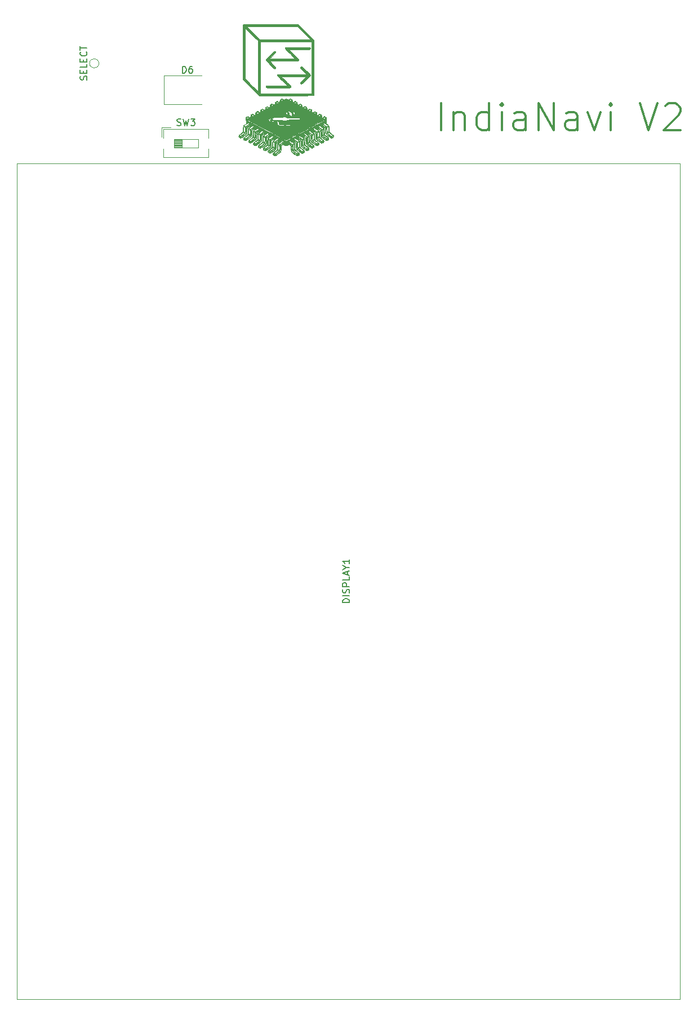
<source format=gbr>
%TF.GenerationSoftware,KiCad,Pcbnew,(5.99.0-8534-g3fcd0860c1)*%
%TF.CreationDate,2021-03-04T23:40:15+01:00*%
%TF.ProjectId,Navi_2_0,4e617669-5f32-45f3-902e-6b696361645f,rev?*%
%TF.SameCoordinates,Original*%
%TF.FileFunction,Legend,Top*%
%TF.FilePolarity,Positive*%
%FSLAX46Y46*%
G04 Gerber Fmt 4.6, Leading zero omitted, Abs format (unit mm)*
G04 Created by KiCad (PCBNEW (5.99.0-8534-g3fcd0860c1)) date 2021-03-04 23:40:15*
%MOMM*%
%LPD*%
G01*
G04 APERTURE LIST*
%ADD10C,0.300000*%
%ADD11C,0.120000*%
%ADD12C,0.150000*%
%ADD13C,0.010000*%
G04 APERTURE END LIST*
D10*
X103295238Y-47409523D02*
X103295238Y-43409523D01*
X105199999Y-44742857D02*
X105199999Y-47409523D01*
X105199999Y-45123809D02*
X105390476Y-44933333D01*
X105771428Y-44742857D01*
X106342857Y-44742857D01*
X106723809Y-44933333D01*
X106914285Y-45314285D01*
X106914285Y-47409523D01*
X110533333Y-47409523D02*
X110533333Y-43409523D01*
X110533333Y-47219047D02*
X110152380Y-47409523D01*
X109390476Y-47409523D01*
X109009523Y-47219047D01*
X108819047Y-47028571D01*
X108628571Y-46647619D01*
X108628571Y-45504761D01*
X108819047Y-45123809D01*
X109009523Y-44933333D01*
X109390476Y-44742857D01*
X110152380Y-44742857D01*
X110533333Y-44933333D01*
X112438095Y-47409523D02*
X112438095Y-44742857D01*
X112438095Y-43409523D02*
X112247619Y-43600000D01*
X112438095Y-43790476D01*
X112628571Y-43600000D01*
X112438095Y-43409523D01*
X112438095Y-43790476D01*
X116057142Y-47409523D02*
X116057142Y-45314285D01*
X115866666Y-44933333D01*
X115485714Y-44742857D01*
X114723809Y-44742857D01*
X114342857Y-44933333D01*
X116057142Y-47219047D02*
X115676190Y-47409523D01*
X114723809Y-47409523D01*
X114342857Y-47219047D01*
X114152380Y-46838095D01*
X114152380Y-46457142D01*
X114342857Y-46076190D01*
X114723809Y-45885714D01*
X115676190Y-45885714D01*
X116057142Y-45695238D01*
X117961904Y-47409523D02*
X117961904Y-43409523D01*
X120247619Y-47409523D01*
X120247619Y-43409523D01*
X123866666Y-47409523D02*
X123866666Y-45314285D01*
X123676190Y-44933333D01*
X123295238Y-44742857D01*
X122533333Y-44742857D01*
X122152380Y-44933333D01*
X123866666Y-47219047D02*
X123485714Y-47409523D01*
X122533333Y-47409523D01*
X122152380Y-47219047D01*
X121961904Y-46838095D01*
X121961904Y-46457142D01*
X122152380Y-46076190D01*
X122533333Y-45885714D01*
X123485714Y-45885714D01*
X123866666Y-45695238D01*
X125390476Y-44742857D02*
X126342857Y-47409523D01*
X127295238Y-44742857D01*
X128819047Y-47409523D02*
X128819047Y-44742857D01*
X128819047Y-43409523D02*
X128628571Y-43600000D01*
X128819047Y-43790476D01*
X129009523Y-43600000D01*
X128819047Y-43409523D01*
X128819047Y-43790476D01*
X133199999Y-43409523D02*
X134533333Y-47409523D01*
X135866666Y-43409523D01*
X137009523Y-43790476D02*
X137200000Y-43600000D01*
X137580952Y-43409523D01*
X138533333Y-43409523D01*
X138914285Y-43600000D01*
X139104761Y-43790476D01*
X139295238Y-44171428D01*
X139295238Y-44552380D01*
X139104761Y-45123809D01*
X136819047Y-47409523D01*
X139295238Y-47409523D01*
D11*
X39600000Y-178000000D02*
X39600000Y-52400000D01*
X39600000Y-52400000D02*
X139200000Y-52400000D01*
X139200000Y-178000000D02*
X39600000Y-178000000D01*
X139200000Y-52400000D02*
X139200000Y-178000000D01*
D12*
%TO.C,DISPLAY1*%
X89552380Y-118414285D02*
X88552380Y-118414285D01*
X88552380Y-118176190D01*
X88600000Y-118033333D01*
X88695238Y-117938095D01*
X88790476Y-117890476D01*
X88980952Y-117842857D01*
X89123809Y-117842857D01*
X89314285Y-117890476D01*
X89409523Y-117938095D01*
X89504761Y-118033333D01*
X89552380Y-118176190D01*
X89552380Y-118414285D01*
X89552380Y-117414285D02*
X88552380Y-117414285D01*
X89504761Y-116985714D02*
X89552380Y-116842857D01*
X89552380Y-116604761D01*
X89504761Y-116509523D01*
X89457142Y-116461904D01*
X89361904Y-116414285D01*
X89266666Y-116414285D01*
X89171428Y-116461904D01*
X89123809Y-116509523D01*
X89076190Y-116604761D01*
X89028571Y-116795238D01*
X88980952Y-116890476D01*
X88933333Y-116938095D01*
X88838095Y-116985714D01*
X88742857Y-116985714D01*
X88647619Y-116938095D01*
X88600000Y-116890476D01*
X88552380Y-116795238D01*
X88552380Y-116557142D01*
X88600000Y-116414285D01*
X89552380Y-115985714D02*
X88552380Y-115985714D01*
X88552380Y-115604761D01*
X88600000Y-115509523D01*
X88647619Y-115461904D01*
X88742857Y-115414285D01*
X88885714Y-115414285D01*
X88980952Y-115461904D01*
X89028571Y-115509523D01*
X89076190Y-115604761D01*
X89076190Y-115985714D01*
X89552380Y-114509523D02*
X89552380Y-114985714D01*
X88552380Y-114985714D01*
X89266666Y-114223809D02*
X89266666Y-113747619D01*
X89552380Y-114319047D02*
X88552380Y-113985714D01*
X89552380Y-113652380D01*
X89076190Y-113128571D02*
X89552380Y-113128571D01*
X88552380Y-113461904D02*
X89076190Y-113128571D01*
X88552380Y-112795238D01*
X89552380Y-111938095D02*
X89552380Y-112509523D01*
X89552380Y-112223809D02*
X88552380Y-112223809D01*
X88695238Y-112319047D01*
X88790476Y-112414285D01*
X88838095Y-112509523D01*
%TO.C,SW3*%
X63666666Y-46694761D02*
X63809523Y-46742380D01*
X64047619Y-46742380D01*
X64142857Y-46694761D01*
X64190476Y-46647142D01*
X64238095Y-46551904D01*
X64238095Y-46456666D01*
X64190476Y-46361428D01*
X64142857Y-46313809D01*
X64047619Y-46266190D01*
X63857142Y-46218571D01*
X63761904Y-46170952D01*
X63714285Y-46123333D01*
X63666666Y-46028095D01*
X63666666Y-45932857D01*
X63714285Y-45837619D01*
X63761904Y-45790000D01*
X63857142Y-45742380D01*
X64095238Y-45742380D01*
X64238095Y-45790000D01*
X64571428Y-45742380D02*
X64809523Y-46742380D01*
X65000000Y-46028095D01*
X65190476Y-46742380D01*
X65428571Y-45742380D01*
X65714285Y-45742380D02*
X66333333Y-45742380D01*
X66000000Y-46123333D01*
X66142857Y-46123333D01*
X66238095Y-46170952D01*
X66285714Y-46218571D01*
X66333333Y-46313809D01*
X66333333Y-46551904D01*
X66285714Y-46647142D01*
X66238095Y-46694761D01*
X66142857Y-46742380D01*
X65857142Y-46742380D01*
X65761904Y-46694761D01*
X65714285Y-46647142D01*
%TO.C,D6*%
X64461904Y-38852380D02*
X64461904Y-37852380D01*
X64700000Y-37852380D01*
X64842857Y-37900000D01*
X64938095Y-37995238D01*
X64985714Y-38090476D01*
X65033333Y-38280952D01*
X65033333Y-38423809D01*
X64985714Y-38614285D01*
X64938095Y-38709523D01*
X64842857Y-38804761D01*
X64700000Y-38852380D01*
X64461904Y-38852380D01*
X65890476Y-37852380D02*
X65700000Y-37852380D01*
X65604761Y-37900000D01*
X65557142Y-37947619D01*
X65461904Y-38090476D01*
X65414285Y-38280952D01*
X65414285Y-38661904D01*
X65461904Y-38757142D01*
X65509523Y-38804761D01*
X65604761Y-38852380D01*
X65795238Y-38852380D01*
X65890476Y-38804761D01*
X65938095Y-38757142D01*
X65985714Y-38661904D01*
X65985714Y-38423809D01*
X65938095Y-38328571D01*
X65890476Y-38280952D01*
X65795238Y-38233333D01*
X65604761Y-38233333D01*
X65509523Y-38280952D01*
X65461904Y-38328571D01*
X65414285Y-38423809D01*
%TO.C,J8*%
X50054761Y-39876190D02*
X50102380Y-39733333D01*
X50102380Y-39495238D01*
X50054761Y-39400000D01*
X50007142Y-39352380D01*
X49911904Y-39304761D01*
X49816666Y-39304761D01*
X49721428Y-39352380D01*
X49673809Y-39400000D01*
X49626190Y-39495238D01*
X49578571Y-39685714D01*
X49530952Y-39780952D01*
X49483333Y-39828571D01*
X49388095Y-39876190D01*
X49292857Y-39876190D01*
X49197619Y-39828571D01*
X49150000Y-39780952D01*
X49102380Y-39685714D01*
X49102380Y-39447619D01*
X49150000Y-39304761D01*
X49578571Y-38876190D02*
X49578571Y-38542857D01*
X50102380Y-38400000D02*
X50102380Y-38876190D01*
X49102380Y-38876190D01*
X49102380Y-38400000D01*
X50102380Y-37495238D02*
X50102380Y-37971428D01*
X49102380Y-37971428D01*
X49578571Y-37161904D02*
X49578571Y-36828571D01*
X50102380Y-36685714D02*
X50102380Y-37161904D01*
X49102380Y-37161904D01*
X49102380Y-36685714D01*
X50007142Y-35685714D02*
X50054761Y-35733333D01*
X50102380Y-35876190D01*
X50102380Y-35971428D01*
X50054761Y-36114285D01*
X49959523Y-36209523D01*
X49864285Y-36257142D01*
X49673809Y-36304761D01*
X49530952Y-36304761D01*
X49340476Y-36257142D01*
X49245238Y-36209523D01*
X49150000Y-36114285D01*
X49102380Y-35971428D01*
X49102380Y-35876190D01*
X49150000Y-35733333D01*
X49197619Y-35685714D01*
X49102380Y-35400000D02*
X49102380Y-34828571D01*
X50102380Y-35114285D02*
X49102380Y-35114285D01*
D11*
%TO.C,SW3*%
X64396667Y-48765000D02*
X64396667Y-50035000D01*
X63190000Y-49965000D02*
X64396667Y-49965000D01*
X63190000Y-49845000D02*
X64396667Y-49845000D01*
X63190000Y-49725000D02*
X64396667Y-49725000D01*
X63190000Y-49605000D02*
X64396667Y-49605000D01*
X63190000Y-49485000D02*
X64396667Y-49485000D01*
X63190000Y-49365000D02*
X64396667Y-49365000D01*
X63190000Y-49245000D02*
X64396667Y-49245000D01*
X63190000Y-49125000D02*
X64396667Y-49125000D01*
X63190000Y-49005000D02*
X64396667Y-49005000D01*
X63190000Y-48885000D02*
X64396667Y-48885000D01*
X66810000Y-48765000D02*
X63190000Y-48765000D01*
X66810000Y-50035000D02*
X66810000Y-48765000D01*
X63190000Y-50035000D02*
X66810000Y-50035000D01*
X63190000Y-48765000D02*
X63190000Y-50035000D01*
X61350000Y-47050000D02*
X61350000Y-48433000D01*
X61350000Y-47050000D02*
X62733000Y-47050000D01*
X68410000Y-50200000D02*
X68410000Y-51510000D01*
X68410000Y-47290000D02*
X68410000Y-48600000D01*
X61590000Y-50200000D02*
X61590000Y-51510000D01*
X61590000Y-47290000D02*
X61590000Y-48600000D01*
X61590000Y-51510000D02*
X68410000Y-51510000D01*
X61590000Y-47290000D02*
X68410000Y-47290000D01*
%TO.C,D6*%
X61650000Y-39250000D02*
X67350000Y-39250000D01*
X61650000Y-43550000D02*
X67350000Y-43550000D01*
X61650000Y-39250000D02*
X61650000Y-43550000D01*
%TO.C,J8*%
X51900000Y-37400000D02*
G75*
G03*
X51900000Y-37400000I-700000J0D01*
G01*
D13*
%TO.C,G\u002A\u002A\u002A*%
X77003028Y-36830528D02*
X77033713Y-36779596D01*
X77033713Y-36779596D02*
X77090081Y-36708028D01*
X77090081Y-36708028D02*
X77176409Y-36610967D01*
X77176409Y-36610967D02*
X77296972Y-36483552D01*
X77296972Y-36483552D02*
X77456047Y-36320923D01*
X77456047Y-36320923D02*
X77604632Y-36171486D01*
X77604632Y-36171486D02*
X77800716Y-35976429D01*
X77800716Y-35976429D02*
X77958242Y-35823462D01*
X77958242Y-35823462D02*
X78082562Y-35708803D01*
X78082562Y-35708803D02*
X78179027Y-35628671D01*
X78179027Y-35628671D02*
X78252990Y-35579283D01*
X78252990Y-35579283D02*
X78309803Y-35556860D01*
X78309803Y-35556860D02*
X78354818Y-35557618D01*
X78354818Y-35557618D02*
X78393386Y-35577777D01*
X78393386Y-35577777D02*
X78416150Y-35598101D01*
X78416150Y-35598101D02*
X78448938Y-35641086D01*
X78448938Y-35641086D02*
X78459313Y-35688794D01*
X78459313Y-35688794D02*
X78443347Y-35747413D01*
X78443347Y-35747413D02*
X78397114Y-35823127D01*
X78397114Y-35823127D02*
X78316687Y-35922125D01*
X78316687Y-35922125D02*
X78198137Y-36050593D01*
X78198137Y-36050593D02*
X78037539Y-36214717D01*
X78037539Y-36214717D02*
X78002223Y-36250166D01*
X78002223Y-36250166D02*
X77550196Y-36703000D01*
X77550196Y-36703000D02*
X81358868Y-36703000D01*
X81358868Y-36703000D02*
X80620934Y-35964565D01*
X80620934Y-35964565D02*
X80407449Y-35750120D01*
X80407449Y-35750120D02*
X80235836Y-35575122D01*
X80235836Y-35575122D02*
X80102470Y-35434717D01*
X80102470Y-35434717D02*
X80003731Y-35324050D01*
X80003731Y-35324050D02*
X79935995Y-35238267D01*
X79935995Y-35238267D02*
X79895641Y-35172512D01*
X79895641Y-35172512D02*
X79879047Y-35121931D01*
X79879047Y-35121931D02*
X79882590Y-35081669D01*
X79882590Y-35081669D02*
X79902648Y-35046872D01*
X79902648Y-35046872D02*
X79921100Y-35026600D01*
X79921100Y-35026600D02*
X79960713Y-35018069D01*
X79960713Y-35018069D02*
X80056874Y-35010525D01*
X80056874Y-35010525D02*
X80202635Y-35003968D01*
X80202635Y-35003968D02*
X80391051Y-34998398D01*
X80391051Y-34998398D02*
X80615177Y-34993816D01*
X80615177Y-34993816D02*
X80868067Y-34990221D01*
X80868067Y-34990221D02*
X81142775Y-34987613D01*
X81142775Y-34987613D02*
X81432356Y-34985993D01*
X81432356Y-34985993D02*
X81729863Y-34985360D01*
X81729863Y-34985360D02*
X82028351Y-34985714D01*
X82028351Y-34985714D02*
X82320875Y-34987055D01*
X82320875Y-34987055D02*
X82600489Y-34989384D01*
X82600489Y-34989384D02*
X82860246Y-34992700D01*
X82860246Y-34992700D02*
X83093201Y-34997004D01*
X83093201Y-34997004D02*
X83292410Y-35002294D01*
X83292410Y-35002294D02*
X83450925Y-35008572D01*
X83450925Y-35008572D02*
X83561801Y-35015838D01*
X83561801Y-35015838D02*
X83618093Y-35024090D01*
X83618093Y-35024090D02*
X83623150Y-35026600D01*
X83623150Y-35026600D02*
X83656382Y-35098241D01*
X83656382Y-35098241D02*
X83655111Y-35188974D01*
X83655111Y-35188974D02*
X83621218Y-35265848D01*
X83621218Y-35265848D02*
X83608771Y-35278300D01*
X83608771Y-35278300D02*
X83585813Y-35288672D01*
X83585813Y-35288672D02*
X83540655Y-35297502D01*
X83540655Y-35297502D02*
X83468421Y-35304951D01*
X83468421Y-35304951D02*
X83364233Y-35311179D01*
X83364233Y-35311179D02*
X83223214Y-35316347D01*
X83223214Y-35316347D02*
X83040489Y-35320615D01*
X83040489Y-35320615D02*
X82811181Y-35324142D01*
X82811181Y-35324142D02*
X82530412Y-35327090D01*
X82530412Y-35327090D02*
X82193307Y-35329619D01*
X82193307Y-35329619D02*
X82014484Y-35330705D01*
X82014484Y-35330705D02*
X80472676Y-35339535D01*
X80472676Y-35339535D02*
X81196437Y-36063810D01*
X81196437Y-36063810D02*
X81397602Y-36265644D01*
X81397602Y-36265644D02*
X81557900Y-36428059D01*
X81557900Y-36428059D02*
X81681770Y-36556133D01*
X81681770Y-36556133D02*
X81773650Y-36654942D01*
X81773650Y-36654942D02*
X81837976Y-36729563D01*
X81837976Y-36729563D02*
X81879187Y-36785072D01*
X81879187Y-36785072D02*
X81901720Y-36826546D01*
X81901720Y-36826546D02*
X81910013Y-36859063D01*
X81910013Y-36859063D02*
X81909661Y-36879744D01*
X81909661Y-36879744D02*
X81905527Y-36912853D01*
X81905527Y-36912853D02*
X81898343Y-36941404D01*
X81898343Y-36941404D02*
X81883690Y-36965733D01*
X81883690Y-36965733D02*
X81857152Y-36986182D01*
X81857152Y-36986182D02*
X81814310Y-37003088D01*
X81814310Y-37003088D02*
X81750747Y-37016790D01*
X81750747Y-37016790D02*
X81662046Y-37027626D01*
X81662046Y-37027626D02*
X81543788Y-37035936D01*
X81543788Y-37035936D02*
X81391557Y-37042059D01*
X81391557Y-37042059D02*
X81200935Y-37046332D01*
X81200935Y-37046332D02*
X80967503Y-37049096D01*
X80967503Y-37049096D02*
X80686845Y-37050687D01*
X80686845Y-37050687D02*
X80354543Y-37051446D01*
X80354543Y-37051446D02*
X79966179Y-37051711D01*
X79966179Y-37051711D02*
X79666076Y-37051782D01*
X79666076Y-37051782D02*
X77591778Y-37052251D01*
X77591778Y-37052251D02*
X78023014Y-37504466D01*
X78023014Y-37504466D02*
X78183580Y-37675140D01*
X78183580Y-37675140D02*
X78302545Y-37807323D01*
X78302545Y-37807323D02*
X78384239Y-37906372D01*
X78384239Y-37906372D02*
X78432993Y-37977643D01*
X78432993Y-37977643D02*
X78453137Y-38026493D01*
X78453137Y-38026493D02*
X78454250Y-38037866D01*
X78454250Y-38037866D02*
X78431307Y-38133708D01*
X78431307Y-38133708D02*
X78362711Y-38185438D01*
X78362711Y-38185438D02*
X78292193Y-38195250D01*
X78292193Y-38195250D02*
X78242710Y-38172587D01*
X78242710Y-38172587D02*
X78158600Y-38109509D01*
X78158600Y-38109509D02*
X78047057Y-38013383D01*
X78047057Y-38013383D02*
X77915275Y-37891576D01*
X77915275Y-37891576D02*
X77770449Y-37751456D01*
X77770449Y-37751456D02*
X77619775Y-37600389D01*
X77619775Y-37600389D02*
X77470446Y-37445743D01*
X77470446Y-37445743D02*
X77329657Y-37294885D01*
X77329657Y-37294885D02*
X77204604Y-37155182D01*
X77204604Y-37155182D02*
X77102480Y-37034000D01*
X77102480Y-37034000D02*
X77030481Y-36938708D01*
X77030481Y-36938708D02*
X76995801Y-36876673D01*
X76995801Y-36876673D02*
X76993749Y-36865685D01*
X76993749Y-36865685D02*
X77003028Y-36830528D01*
X77003028Y-36830528D02*
X77003028Y-36830528D01*
G36*
X82028351Y-34985714D02*
G01*
X82320875Y-34987055D01*
X82600489Y-34989384D01*
X82860246Y-34992700D01*
X83093201Y-34997004D01*
X83292410Y-35002294D01*
X83450925Y-35008572D01*
X83561801Y-35015838D01*
X83618093Y-35024090D01*
X83623150Y-35026600D01*
X83656382Y-35098241D01*
X83655111Y-35188974D01*
X83621218Y-35265848D01*
X83608771Y-35278300D01*
X83585813Y-35288672D01*
X83540655Y-35297502D01*
X83468421Y-35304951D01*
X83364233Y-35311179D01*
X83223214Y-35316347D01*
X83040489Y-35320615D01*
X82811181Y-35324142D01*
X82530412Y-35327090D01*
X82193307Y-35329619D01*
X82014484Y-35330705D01*
X80472676Y-35339535D01*
X81196437Y-36063810D01*
X81397602Y-36265644D01*
X81557900Y-36428059D01*
X81681770Y-36556133D01*
X81773650Y-36654942D01*
X81837976Y-36729563D01*
X81879187Y-36785072D01*
X81901720Y-36826546D01*
X81910013Y-36859063D01*
X81909661Y-36879744D01*
X81905527Y-36912853D01*
X81898343Y-36941404D01*
X81883690Y-36965733D01*
X81857152Y-36986182D01*
X81814310Y-37003088D01*
X81750747Y-37016790D01*
X81662046Y-37027626D01*
X81543788Y-37035936D01*
X81391557Y-37042059D01*
X81200935Y-37046332D01*
X80967503Y-37049096D01*
X80686845Y-37050687D01*
X80354543Y-37051446D01*
X79966179Y-37051711D01*
X79666076Y-37051782D01*
X77591778Y-37052251D01*
X78023014Y-37504466D01*
X78183580Y-37675140D01*
X78302545Y-37807323D01*
X78384239Y-37906372D01*
X78432993Y-37977643D01*
X78453137Y-38026493D01*
X78454250Y-38037866D01*
X78431307Y-38133708D01*
X78362711Y-38185438D01*
X78292193Y-38195250D01*
X78242710Y-38172587D01*
X78158600Y-38109509D01*
X78047057Y-38013383D01*
X77915275Y-37891576D01*
X77770449Y-37751456D01*
X77619775Y-37600389D01*
X77470446Y-37445743D01*
X77329657Y-37294885D01*
X77204604Y-37155182D01*
X77102480Y-37034000D01*
X77030481Y-36938708D01*
X76995801Y-36876673D01*
X76993749Y-36865685D01*
X77003028Y-36830528D01*
X77033713Y-36779596D01*
X77090081Y-36708028D01*
X77176409Y-36610967D01*
X77296972Y-36483552D01*
X77456047Y-36320923D01*
X77604632Y-36171486D01*
X77800716Y-35976429D01*
X77958242Y-35823462D01*
X78082562Y-35708803D01*
X78179027Y-35628671D01*
X78252990Y-35579283D01*
X78309803Y-35556860D01*
X78354818Y-35557618D01*
X78393386Y-35577777D01*
X78416150Y-35598101D01*
X78448938Y-35641086D01*
X78459313Y-35688794D01*
X78443347Y-35747413D01*
X78397114Y-35823127D01*
X78316687Y-35922125D01*
X78198137Y-36050593D01*
X78037539Y-36214717D01*
X78002223Y-36250166D01*
X77550196Y-36703000D01*
X81358868Y-36703000D01*
X80620934Y-35964565D01*
X80407449Y-35750120D01*
X80235836Y-35575122D01*
X80102470Y-35434717D01*
X80003731Y-35324050D01*
X79935995Y-35238267D01*
X79895641Y-35172512D01*
X79879047Y-35121931D01*
X79882590Y-35081669D01*
X79902648Y-35046872D01*
X79921100Y-35026600D01*
X79960713Y-35018069D01*
X80056874Y-35010525D01*
X80202635Y-35003968D01*
X80391051Y-34998398D01*
X80615177Y-34993816D01*
X80868067Y-34990221D01*
X81142775Y-34987613D01*
X81432356Y-34985993D01*
X81729863Y-34985360D01*
X82028351Y-34985714D01*
G37*
X82028351Y-34985714D02*
X82320875Y-34987055D01*
X82600489Y-34989384D01*
X82860246Y-34992700D01*
X83093201Y-34997004D01*
X83292410Y-35002294D01*
X83450925Y-35008572D01*
X83561801Y-35015838D01*
X83618093Y-35024090D01*
X83623150Y-35026600D01*
X83656382Y-35098241D01*
X83655111Y-35188974D01*
X83621218Y-35265848D01*
X83608771Y-35278300D01*
X83585813Y-35288672D01*
X83540655Y-35297502D01*
X83468421Y-35304951D01*
X83364233Y-35311179D01*
X83223214Y-35316347D01*
X83040489Y-35320615D01*
X82811181Y-35324142D01*
X82530412Y-35327090D01*
X82193307Y-35329619D01*
X82014484Y-35330705D01*
X80472676Y-35339535D01*
X81196437Y-36063810D01*
X81397602Y-36265644D01*
X81557900Y-36428059D01*
X81681770Y-36556133D01*
X81773650Y-36654942D01*
X81837976Y-36729563D01*
X81879187Y-36785072D01*
X81901720Y-36826546D01*
X81910013Y-36859063D01*
X81909661Y-36879744D01*
X81905527Y-36912853D01*
X81898343Y-36941404D01*
X81883690Y-36965733D01*
X81857152Y-36986182D01*
X81814310Y-37003088D01*
X81750747Y-37016790D01*
X81662046Y-37027626D01*
X81543788Y-37035936D01*
X81391557Y-37042059D01*
X81200935Y-37046332D01*
X80967503Y-37049096D01*
X80686845Y-37050687D01*
X80354543Y-37051446D01*
X79966179Y-37051711D01*
X79666076Y-37051782D01*
X77591778Y-37052251D01*
X78023014Y-37504466D01*
X78183580Y-37675140D01*
X78302545Y-37807323D01*
X78384239Y-37906372D01*
X78432993Y-37977643D01*
X78453137Y-38026493D01*
X78454250Y-38037866D01*
X78431307Y-38133708D01*
X78362711Y-38185438D01*
X78292193Y-38195250D01*
X78242710Y-38172587D01*
X78158600Y-38109509D01*
X78047057Y-38013383D01*
X77915275Y-37891576D01*
X77770449Y-37751456D01*
X77619775Y-37600389D01*
X77470446Y-37445743D01*
X77329657Y-37294885D01*
X77204604Y-37155182D01*
X77102480Y-37034000D01*
X77030481Y-36938708D01*
X76995801Y-36876673D01*
X76993749Y-36865685D01*
X77003028Y-36830528D01*
X77033713Y-36779596D01*
X77090081Y-36708028D01*
X77176409Y-36610967D01*
X77296972Y-36483552D01*
X77456047Y-36320923D01*
X77604632Y-36171486D01*
X77800716Y-35976429D01*
X77958242Y-35823462D01*
X78082562Y-35708803D01*
X78179027Y-35628671D01*
X78252990Y-35579283D01*
X78309803Y-35556860D01*
X78354818Y-35557618D01*
X78393386Y-35577777D01*
X78416150Y-35598101D01*
X78448938Y-35641086D01*
X78459313Y-35688794D01*
X78443347Y-35747413D01*
X78397114Y-35823127D01*
X78316687Y-35922125D01*
X78198137Y-36050593D01*
X78037539Y-36214717D01*
X78002223Y-36250166D01*
X77550196Y-36703000D01*
X81358868Y-36703000D01*
X80620934Y-35964565D01*
X80407449Y-35750120D01*
X80235836Y-35575122D01*
X80102470Y-35434717D01*
X80003731Y-35324050D01*
X79935995Y-35238267D01*
X79895641Y-35172512D01*
X79879047Y-35121931D01*
X79882590Y-35081669D01*
X79902648Y-35046872D01*
X79921100Y-35026600D01*
X79960713Y-35018069D01*
X80056874Y-35010525D01*
X80202635Y-35003968D01*
X80391051Y-34998398D01*
X80615177Y-34993816D01*
X80868067Y-34990221D01*
X81142775Y-34987613D01*
X81432356Y-34985993D01*
X81729863Y-34985360D01*
X82028351Y-34985714D01*
X73517212Y-35117269D02*
X73517498Y-34571429D01*
X73517498Y-34571429D02*
X73518012Y-34083024D01*
X73518012Y-34083024D02*
X73518787Y-33649025D01*
X73518787Y-33649025D02*
X73519855Y-33266399D01*
X73519855Y-33266399D02*
X73521248Y-32932115D01*
X73521248Y-32932115D02*
X73522998Y-32643140D01*
X73522998Y-32643140D02*
X73525136Y-32396445D01*
X73525136Y-32396445D02*
X73527694Y-32188995D01*
X73527694Y-32188995D02*
X73530705Y-32017762D01*
X73530705Y-32017762D02*
X73534200Y-31879711D01*
X73534200Y-31879711D02*
X73538211Y-31771813D01*
X73538211Y-31771813D02*
X73542770Y-31691035D01*
X73542770Y-31691035D02*
X73547908Y-31634346D01*
X73547908Y-31634346D02*
X73553659Y-31598713D01*
X73553659Y-31598713D02*
X73560052Y-31581107D01*
X73560052Y-31581107D02*
X73560700Y-31580255D01*
X73560700Y-31580255D02*
X73570545Y-31572636D01*
X73570545Y-31572636D02*
X73588916Y-31565787D01*
X73588916Y-31565787D02*
X73619031Y-31559666D01*
X73619031Y-31559666D02*
X73664106Y-31554234D01*
X73664106Y-31554234D02*
X73727357Y-31549450D01*
X73727357Y-31549450D02*
X73812001Y-31545273D01*
X73812001Y-31545273D02*
X73921255Y-31541662D01*
X73921255Y-31541662D02*
X74058336Y-31538578D01*
X74058336Y-31538578D02*
X74226459Y-31535980D01*
X74226459Y-31535980D02*
X74428843Y-31533826D01*
X74428843Y-31533826D02*
X74668702Y-31532077D01*
X74668702Y-31532077D02*
X74949255Y-31530692D01*
X74949255Y-31530692D02*
X75273717Y-31529630D01*
X75273717Y-31529630D02*
X75645305Y-31528851D01*
X75645305Y-31528851D02*
X76067236Y-31528314D01*
X76067236Y-31528314D02*
X76542727Y-31527979D01*
X76542727Y-31527979D02*
X77074993Y-31527805D01*
X77074993Y-31527805D02*
X77667253Y-31527751D01*
X77667253Y-31527751D02*
X77723817Y-31527750D01*
X77723817Y-31527750D02*
X81843359Y-31527750D01*
X81843359Y-31527750D02*
X83038054Y-32705634D01*
X83038054Y-32705634D02*
X84232750Y-33883517D01*
X84232750Y-33883517D02*
X84232750Y-38019871D01*
X84232750Y-38019871D02*
X84232705Y-38618985D01*
X84232705Y-38618985D02*
X84232544Y-39157810D01*
X84232544Y-39157810D02*
X84232227Y-39639554D01*
X84232227Y-39639554D02*
X84231712Y-40067429D01*
X84231712Y-40067429D02*
X84230961Y-40444643D01*
X84230961Y-40444643D02*
X84229932Y-40774407D01*
X84229932Y-40774407D02*
X84228585Y-41059931D01*
X84228585Y-41059931D02*
X84226880Y-41304425D01*
X84226880Y-41304425D02*
X84224777Y-41511099D01*
X84224777Y-41511099D02*
X84222235Y-41683163D01*
X84222235Y-41683163D02*
X84219213Y-41823827D01*
X84219213Y-41823827D02*
X84215673Y-41936300D01*
X84215673Y-41936300D02*
X84211572Y-42023793D01*
X84211572Y-42023793D02*
X84206872Y-42089516D01*
X84206872Y-42089516D02*
X84201531Y-42136679D01*
X84201531Y-42136679D02*
X84195509Y-42168491D01*
X84195509Y-42168491D02*
X84188767Y-42188164D01*
X84188767Y-42188164D02*
X84181263Y-42198905D01*
X84181263Y-42198905D02*
X84180245Y-42199800D01*
X84180245Y-42199800D02*
X84164205Y-42206258D01*
X84164205Y-42206258D02*
X84130430Y-42212068D01*
X84130430Y-42212068D02*
X84075888Y-42217264D01*
X84075888Y-42217264D02*
X83997547Y-42221877D01*
X83997547Y-42221877D02*
X83892377Y-42225939D01*
X83892377Y-42225939D02*
X83757345Y-42229482D01*
X83757345Y-42229482D02*
X83589419Y-42232538D01*
X83589419Y-42232538D02*
X83385569Y-42235138D01*
X83385569Y-42235138D02*
X83142762Y-42237315D01*
X83142762Y-42237315D02*
X82857967Y-42239100D01*
X82857967Y-42239100D02*
X82528152Y-42240526D01*
X82528152Y-42240526D02*
X82150286Y-42241624D01*
X82150286Y-42241624D02*
X81721337Y-42242426D01*
X81721337Y-42242426D02*
X81238273Y-42242964D01*
X81238273Y-42242964D02*
X80698062Y-42243269D01*
X80698062Y-42243269D02*
X80097674Y-42243375D01*
X80097674Y-42243375D02*
X76168250Y-42243375D01*
X76168250Y-42243375D02*
X76168250Y-41910000D01*
X76168250Y-41910000D02*
X83883500Y-41910000D01*
X83883500Y-41910000D02*
X83883500Y-34163000D01*
X83883500Y-34163000D02*
X83658549Y-34163000D01*
X83658549Y-34163000D02*
X83658549Y-33813750D01*
X83658549Y-33813750D02*
X81708625Y-31878930D01*
X81708625Y-31878930D02*
X74140671Y-31877000D01*
X74140671Y-31877000D02*
X75114773Y-32844527D01*
X75114773Y-32844527D02*
X76088875Y-33812053D01*
X76088875Y-33812053D02*
X79873712Y-33812902D01*
X79873712Y-33812902D02*
X83658549Y-33813750D01*
X83658549Y-33813750D02*
X83658549Y-34163000D01*
X83658549Y-34163000D02*
X76168250Y-34163000D01*
X76168250Y-34163000D02*
X76168250Y-41910000D01*
X76168250Y-41910000D02*
X76168250Y-42243375D01*
X76168250Y-42243375D02*
X75946103Y-42243375D01*
X75946103Y-42243375D02*
X75819000Y-42116272D01*
X75819000Y-42116272D02*
X75819000Y-41639741D01*
X75819000Y-41639741D02*
X75817716Y-37829933D01*
X75817716Y-37829933D02*
X75816433Y-34020125D01*
X75816433Y-34020125D02*
X74833466Y-33056623D01*
X74833466Y-33056623D02*
X73850500Y-32093121D01*
X73850500Y-32093121D02*
X73850500Y-39672010D01*
X73850500Y-39672010D02*
X74834750Y-40655875D01*
X74834750Y-40655875D02*
X75819000Y-41639741D01*
X75819000Y-41639741D02*
X75819000Y-42116272D01*
X75819000Y-42116272D02*
X73517125Y-39814397D01*
X73517125Y-39814397D02*
X73517125Y-35723578D01*
X73517125Y-35723578D02*
X73517212Y-35117269D01*
X73517212Y-35117269D02*
X73517212Y-35117269D01*
G36*
X73517125Y-39814397D02*
G01*
X73517125Y-39672010D01*
X73850500Y-39672010D01*
X74834750Y-40655875D01*
X75819000Y-41639741D01*
X75817716Y-37829933D01*
X75816433Y-34020125D01*
X74833466Y-33056623D01*
X73850500Y-32093121D01*
X73850500Y-39672010D01*
X73517125Y-39672010D01*
X73517125Y-35723578D01*
X73517212Y-35117269D01*
X73517498Y-34571429D01*
X73518012Y-34083024D01*
X73518787Y-33649025D01*
X73519855Y-33266399D01*
X73521248Y-32932115D01*
X73522998Y-32643140D01*
X73525136Y-32396445D01*
X73527694Y-32188995D01*
X73530705Y-32017762D01*
X73534200Y-31879711D01*
X73534301Y-31877000D01*
X74140671Y-31877000D01*
X75114773Y-32844527D01*
X76088875Y-33812053D01*
X79873712Y-33812902D01*
X83658549Y-33813750D01*
X81708625Y-31878930D01*
X74140671Y-31877000D01*
X73534301Y-31877000D01*
X73538211Y-31771813D01*
X73542770Y-31691035D01*
X73547908Y-31634346D01*
X73553659Y-31598713D01*
X73560052Y-31581107D01*
X73560700Y-31580255D01*
X73570545Y-31572636D01*
X73588916Y-31565787D01*
X73619031Y-31559666D01*
X73664106Y-31554234D01*
X73727357Y-31549450D01*
X73812001Y-31545273D01*
X73921255Y-31541662D01*
X74058336Y-31538578D01*
X74226459Y-31535980D01*
X74428843Y-31533826D01*
X74668702Y-31532077D01*
X74949255Y-31530692D01*
X75273717Y-31529630D01*
X75645305Y-31528851D01*
X76067236Y-31528314D01*
X76542727Y-31527979D01*
X77074993Y-31527805D01*
X77667253Y-31527751D01*
X77723817Y-31527750D01*
X81843359Y-31527750D01*
X83038054Y-32705634D01*
X84232750Y-33883517D01*
X84232750Y-38019871D01*
X84232705Y-38618985D01*
X84232544Y-39157810D01*
X84232227Y-39639554D01*
X84231712Y-40067429D01*
X84230961Y-40444643D01*
X84229932Y-40774407D01*
X84228585Y-41059931D01*
X84226880Y-41304425D01*
X84224777Y-41511099D01*
X84222235Y-41683163D01*
X84219213Y-41823827D01*
X84215673Y-41936300D01*
X84211572Y-42023793D01*
X84206872Y-42089516D01*
X84201531Y-42136679D01*
X84195509Y-42168491D01*
X84188767Y-42188164D01*
X84181263Y-42198905D01*
X84180245Y-42199800D01*
X84164205Y-42206258D01*
X84130430Y-42212068D01*
X84075888Y-42217264D01*
X83997547Y-42221877D01*
X83892377Y-42225939D01*
X83757345Y-42229482D01*
X83589419Y-42232538D01*
X83385569Y-42235138D01*
X83142762Y-42237315D01*
X82857967Y-42239100D01*
X82528152Y-42240526D01*
X82150286Y-42241624D01*
X81721337Y-42242426D01*
X81238273Y-42242964D01*
X80698062Y-42243269D01*
X80097674Y-42243375D01*
X75946103Y-42243375D01*
X75612728Y-41910000D01*
X76168250Y-41910000D01*
X83883500Y-41910000D01*
X83883500Y-34163000D01*
X76168250Y-34163000D01*
X76168250Y-41910000D01*
X75612728Y-41910000D01*
X73517125Y-39814397D01*
G37*
X73517125Y-39814397D02*
X73517125Y-39672010D01*
X73850500Y-39672010D01*
X74834750Y-40655875D01*
X75819000Y-41639741D01*
X75817716Y-37829933D01*
X75816433Y-34020125D01*
X74833466Y-33056623D01*
X73850500Y-32093121D01*
X73850500Y-39672010D01*
X73517125Y-39672010D01*
X73517125Y-35723578D01*
X73517212Y-35117269D01*
X73517498Y-34571429D01*
X73518012Y-34083024D01*
X73518787Y-33649025D01*
X73519855Y-33266399D01*
X73521248Y-32932115D01*
X73522998Y-32643140D01*
X73525136Y-32396445D01*
X73527694Y-32188995D01*
X73530705Y-32017762D01*
X73534200Y-31879711D01*
X73534301Y-31877000D01*
X74140671Y-31877000D01*
X75114773Y-32844527D01*
X76088875Y-33812053D01*
X79873712Y-33812902D01*
X83658549Y-33813750D01*
X81708625Y-31878930D01*
X74140671Y-31877000D01*
X73534301Y-31877000D01*
X73538211Y-31771813D01*
X73542770Y-31691035D01*
X73547908Y-31634346D01*
X73553659Y-31598713D01*
X73560052Y-31581107D01*
X73560700Y-31580255D01*
X73570545Y-31572636D01*
X73588916Y-31565787D01*
X73619031Y-31559666D01*
X73664106Y-31554234D01*
X73727357Y-31549450D01*
X73812001Y-31545273D01*
X73921255Y-31541662D01*
X74058336Y-31538578D01*
X74226459Y-31535980D01*
X74428843Y-31533826D01*
X74668702Y-31532077D01*
X74949255Y-31530692D01*
X75273717Y-31529630D01*
X75645305Y-31528851D01*
X76067236Y-31528314D01*
X76542727Y-31527979D01*
X77074993Y-31527805D01*
X77667253Y-31527751D01*
X77723817Y-31527750D01*
X81843359Y-31527750D01*
X83038054Y-32705634D01*
X84232750Y-33883517D01*
X84232750Y-38019871D01*
X84232705Y-38618985D01*
X84232544Y-39157810D01*
X84232227Y-39639554D01*
X84231712Y-40067429D01*
X84230961Y-40444643D01*
X84229932Y-40774407D01*
X84228585Y-41059931D01*
X84226880Y-41304425D01*
X84224777Y-41511099D01*
X84222235Y-41683163D01*
X84219213Y-41823827D01*
X84215673Y-41936300D01*
X84211572Y-42023793D01*
X84206872Y-42089516D01*
X84201531Y-42136679D01*
X84195509Y-42168491D01*
X84188767Y-42188164D01*
X84181263Y-42198905D01*
X84180245Y-42199800D01*
X84164205Y-42206258D01*
X84130430Y-42212068D01*
X84075888Y-42217264D01*
X83997547Y-42221877D01*
X83892377Y-42225939D01*
X83757345Y-42229482D01*
X83589419Y-42232538D01*
X83385569Y-42235138D01*
X83142762Y-42237315D01*
X82857967Y-42239100D01*
X82528152Y-42240526D01*
X82150286Y-42241624D01*
X81721337Y-42242426D01*
X81238273Y-42242964D01*
X80698062Y-42243269D01*
X80097674Y-42243375D01*
X75946103Y-42243375D01*
X75612728Y-41910000D01*
X76168250Y-41910000D01*
X83883500Y-41910000D01*
X83883500Y-34163000D01*
X76168250Y-34163000D01*
X76168250Y-41910000D01*
X75612728Y-41910000D01*
X73517125Y-39814397D01*
X77001613Y-40814070D02*
X77023385Y-40791640D01*
X77023385Y-40791640D02*
X77064033Y-40773920D01*
X77064033Y-40773920D02*
X77128575Y-40760356D01*
X77128575Y-40760356D02*
X77222026Y-40750394D01*
X77222026Y-40750394D02*
X77349403Y-40743480D01*
X77349403Y-40743480D02*
X77515723Y-40739061D01*
X77515723Y-40739061D02*
X77726002Y-40736582D01*
X77726002Y-40736582D02*
X77985257Y-40735489D01*
X77985257Y-40735489D02*
X78298504Y-40735230D01*
X78298504Y-40735230D02*
X78628858Y-40735250D01*
X78628858Y-40735250D02*
X80192691Y-40735251D01*
X80192691Y-40735251D02*
X79450470Y-39999110D01*
X79450470Y-39999110D02*
X79235599Y-39785185D01*
X79235599Y-39785185D02*
X79062792Y-39610521D01*
X79062792Y-39610521D02*
X78928425Y-39470279D01*
X78928425Y-39470279D02*
X78828875Y-39359619D01*
X78828875Y-39359619D02*
X78760517Y-39273704D01*
X78760517Y-39273704D02*
X78719728Y-39207692D01*
X78719728Y-39207692D02*
X78702883Y-39156746D01*
X78702883Y-39156746D02*
X78706359Y-39116025D01*
X78706359Y-39116025D02*
X78726532Y-39080691D01*
X78726532Y-39080691D02*
X78746350Y-39058850D01*
X78746350Y-39058850D02*
X78769867Y-39050901D01*
X78769867Y-39050901D02*
X78825667Y-39044030D01*
X78825667Y-39044030D02*
X78917149Y-39038177D01*
X78917149Y-39038177D02*
X79047713Y-39033285D01*
X79047713Y-39033285D02*
X79220757Y-39029293D01*
X79220757Y-39029293D02*
X79439681Y-39026141D01*
X79439681Y-39026141D02*
X79707884Y-39023772D01*
X79707884Y-39023772D02*
X80028765Y-39022124D01*
X80028765Y-39022124D02*
X80405723Y-39021140D01*
X80405723Y-39021140D02*
X80842158Y-39020759D01*
X80842158Y-39020759D02*
X80928751Y-39020750D01*
X80928751Y-39020750D02*
X83073053Y-39020750D01*
X83073053Y-39020750D02*
X82621026Y-38567916D01*
X82621026Y-38567916D02*
X82456084Y-38400629D01*
X82456084Y-38400629D02*
X82333282Y-38270913D01*
X82333282Y-38270913D02*
X82248026Y-38173345D01*
X82248026Y-38173345D02*
X82195721Y-38102505D01*
X82195721Y-38102505D02*
X82171774Y-38052973D01*
X82171774Y-38052973D02*
X82169000Y-38034516D01*
X82169000Y-38034516D02*
X82192148Y-37938902D01*
X82192148Y-37938902D02*
X82261006Y-37887292D01*
X82261006Y-37887292D02*
X82329799Y-37877750D01*
X82329799Y-37877750D02*
X82365242Y-37886614D01*
X82365242Y-37886614D02*
X82416093Y-37916046D01*
X82416093Y-37916046D02*
X82487328Y-37970304D01*
X82487328Y-37970304D02*
X82583920Y-38053649D01*
X82583920Y-38053649D02*
X82710844Y-38170339D01*
X82710844Y-38170339D02*
X82873073Y-38324636D01*
X82873073Y-38324636D02*
X83037824Y-38484044D01*
X83037824Y-38484044D02*
X83228080Y-38670030D01*
X83228080Y-38670030D02*
X83376702Y-38817892D01*
X83376702Y-38817892D02*
X83488414Y-38932901D01*
X83488414Y-38932901D02*
X83567941Y-39020328D01*
X83567941Y-39020328D02*
X83620008Y-39085443D01*
X83620008Y-39085443D02*
X83649339Y-39133516D01*
X83649339Y-39133516D02*
X83660659Y-39169818D01*
X83660659Y-39169818D02*
X83661250Y-39179500D01*
X83661250Y-39179500D02*
X83654551Y-39213226D01*
X83654551Y-39213226D02*
X83631305Y-39257089D01*
X83631305Y-39257089D02*
X83586787Y-39316360D01*
X83586787Y-39316360D02*
X83516273Y-39396311D01*
X83516273Y-39396311D02*
X83415038Y-39502211D01*
X83415038Y-39502211D02*
X83278356Y-39639331D01*
X83278356Y-39639331D02*
X83101504Y-39812942D01*
X83101504Y-39812942D02*
X83037824Y-39874957D01*
X83037824Y-39874957D02*
X82842567Y-40063645D01*
X82842567Y-40063645D02*
X82686737Y-40211198D01*
X82686737Y-40211198D02*
X82565362Y-40321876D01*
X82565362Y-40321876D02*
X82473466Y-40399936D01*
X82473466Y-40399936D02*
X82406075Y-40449640D01*
X82406075Y-40449640D02*
X82358215Y-40475246D01*
X82358215Y-40475246D02*
X82329799Y-40481250D01*
X82329799Y-40481250D02*
X82231723Y-40458682D01*
X82231723Y-40458682D02*
X82178785Y-40391551D01*
X82178785Y-40391551D02*
X82169000Y-40324499D01*
X82169000Y-40324499D02*
X82180689Y-40282872D01*
X82180689Y-40282872D02*
X82218858Y-40222505D01*
X82218858Y-40222505D02*
X82288155Y-40137883D01*
X82288155Y-40137883D02*
X82393228Y-40023489D01*
X82393228Y-40023489D02*
X82538725Y-39873808D01*
X82538725Y-39873808D02*
X82605137Y-39806974D01*
X82605137Y-39806974D02*
X83041274Y-39370000D01*
X83041274Y-39370000D02*
X79321637Y-39370000D01*
X79321637Y-39370000D02*
X80048246Y-40092209D01*
X80048246Y-40092209D02*
X80249896Y-40293134D01*
X80249896Y-40293134D02*
X80410596Y-40454783D01*
X80410596Y-40454783D02*
X80534823Y-40582253D01*
X80534823Y-40582253D02*
X80627050Y-40680641D01*
X80627050Y-40680641D02*
X80691753Y-40755041D01*
X80691753Y-40755041D02*
X80733407Y-40810552D01*
X80733407Y-40810552D02*
X80756486Y-40852269D01*
X80756486Y-40852269D02*
X80765467Y-40885288D01*
X80765467Y-40885288D02*
X80765489Y-40909047D01*
X80765489Y-40909047D02*
X80761171Y-40945587D01*
X80761171Y-40945587D02*
X80752804Y-40976633D01*
X80752804Y-40976633D02*
X80735562Y-41002634D01*
X80735562Y-41002634D02*
X80704616Y-41024036D01*
X80704616Y-41024036D02*
X80655140Y-41041287D01*
X80655140Y-41041287D02*
X80582307Y-41054835D01*
X80582307Y-41054835D02*
X80481289Y-41065127D01*
X80481289Y-41065127D02*
X80347261Y-41072611D01*
X80347261Y-41072611D02*
X80175394Y-41077734D01*
X80175394Y-41077734D02*
X79960861Y-41080943D01*
X79960861Y-41080943D02*
X79698836Y-41082685D01*
X79698836Y-41082685D02*
X79384492Y-41083410D01*
X79384492Y-41083410D02*
X79013000Y-41083563D01*
X79013000Y-41083563D02*
X78882875Y-41083564D01*
X78882875Y-41083564D02*
X78492448Y-41083485D01*
X78492448Y-41083485D02*
X78160687Y-41082958D01*
X78160687Y-41082958D02*
X77882756Y-41081552D01*
X77882756Y-41081552D02*
X77653821Y-41078834D01*
X77653821Y-41078834D02*
X77469045Y-41074373D01*
X77469045Y-41074373D02*
X77323596Y-41067734D01*
X77323596Y-41067734D02*
X77212637Y-41058488D01*
X77212637Y-41058488D02*
X77131334Y-41046200D01*
X77131334Y-41046200D02*
X77074851Y-41030439D01*
X77074851Y-41030439D02*
X77038355Y-41010772D01*
X77038355Y-41010772D02*
X77017009Y-40986768D01*
X77017009Y-40986768D02*
X77005980Y-40957993D01*
X77005980Y-40957993D02*
X77000432Y-40924016D01*
X77000432Y-40924016D02*
X76999393Y-40915157D01*
X76999393Y-40915157D02*
X76994634Y-40875275D01*
X76994634Y-40875275D02*
X76993701Y-40841764D01*
X76993701Y-40841764D02*
X77001613Y-40814070D01*
X77001613Y-40814070D02*
X77001613Y-40814070D01*
G36*
X82365242Y-37886614D02*
G01*
X82416093Y-37916046D01*
X82487328Y-37970304D01*
X82583920Y-38053649D01*
X82710844Y-38170339D01*
X82873073Y-38324636D01*
X83037824Y-38484044D01*
X83228080Y-38670030D01*
X83376702Y-38817892D01*
X83488414Y-38932901D01*
X83567941Y-39020328D01*
X83620008Y-39085443D01*
X83649339Y-39133516D01*
X83660659Y-39169818D01*
X83661250Y-39179500D01*
X83654551Y-39213226D01*
X83631305Y-39257089D01*
X83586787Y-39316360D01*
X83516273Y-39396311D01*
X83415038Y-39502211D01*
X83278356Y-39639331D01*
X83101504Y-39812942D01*
X83037824Y-39874957D01*
X82842567Y-40063645D01*
X82686737Y-40211198D01*
X82565362Y-40321876D01*
X82473466Y-40399936D01*
X82406075Y-40449640D01*
X82358215Y-40475246D01*
X82329799Y-40481250D01*
X82231723Y-40458682D01*
X82178785Y-40391551D01*
X82169000Y-40324499D01*
X82180689Y-40282872D01*
X82218858Y-40222505D01*
X82288155Y-40137883D01*
X82393228Y-40023489D01*
X82538725Y-39873808D01*
X82605137Y-39806974D01*
X83041274Y-39370000D01*
X79321637Y-39370000D01*
X80048246Y-40092209D01*
X80249896Y-40293134D01*
X80410596Y-40454783D01*
X80534823Y-40582253D01*
X80627050Y-40680641D01*
X80691753Y-40755041D01*
X80733407Y-40810552D01*
X80756486Y-40852269D01*
X80765467Y-40885288D01*
X80765489Y-40909047D01*
X80761171Y-40945587D01*
X80752804Y-40976633D01*
X80735562Y-41002634D01*
X80704616Y-41024036D01*
X80655140Y-41041287D01*
X80582307Y-41054835D01*
X80481289Y-41065127D01*
X80347261Y-41072611D01*
X80175394Y-41077734D01*
X79960861Y-41080943D01*
X79698836Y-41082685D01*
X79384492Y-41083410D01*
X79013000Y-41083563D01*
X78882875Y-41083564D01*
X78492448Y-41083485D01*
X78160687Y-41082958D01*
X77882756Y-41081552D01*
X77653821Y-41078834D01*
X77469045Y-41074373D01*
X77323596Y-41067734D01*
X77212637Y-41058488D01*
X77131334Y-41046200D01*
X77074851Y-41030439D01*
X77038355Y-41010772D01*
X77017009Y-40986768D01*
X77005980Y-40957993D01*
X77000432Y-40924016D01*
X76999393Y-40915157D01*
X76994634Y-40875275D01*
X76993701Y-40841764D01*
X77001613Y-40814070D01*
X77023385Y-40791640D01*
X77064033Y-40773920D01*
X77128575Y-40760356D01*
X77222026Y-40750394D01*
X77349403Y-40743480D01*
X77515723Y-40739061D01*
X77726002Y-40736582D01*
X77985257Y-40735489D01*
X78298504Y-40735230D01*
X78628858Y-40735250D01*
X80192691Y-40735251D01*
X79450470Y-39999110D01*
X79235599Y-39785185D01*
X79062792Y-39610521D01*
X78928425Y-39470279D01*
X78828875Y-39359619D01*
X78760517Y-39273704D01*
X78719728Y-39207692D01*
X78702883Y-39156746D01*
X78706359Y-39116025D01*
X78726532Y-39080691D01*
X78746350Y-39058850D01*
X78769867Y-39050901D01*
X78825667Y-39044030D01*
X78917149Y-39038177D01*
X79047713Y-39033285D01*
X79220757Y-39029293D01*
X79439681Y-39026141D01*
X79707884Y-39023772D01*
X80028765Y-39022124D01*
X80405723Y-39021140D01*
X80842158Y-39020759D01*
X80928751Y-39020750D01*
X83073053Y-39020750D01*
X82621026Y-38567916D01*
X82456084Y-38400629D01*
X82333282Y-38270913D01*
X82248026Y-38173345D01*
X82195721Y-38102505D01*
X82171774Y-38052973D01*
X82169000Y-38034516D01*
X82192148Y-37938902D01*
X82261006Y-37887292D01*
X82329799Y-37877750D01*
X82365242Y-37886614D01*
G37*
X82365242Y-37886614D02*
X82416093Y-37916046D01*
X82487328Y-37970304D01*
X82583920Y-38053649D01*
X82710844Y-38170339D01*
X82873073Y-38324636D01*
X83037824Y-38484044D01*
X83228080Y-38670030D01*
X83376702Y-38817892D01*
X83488414Y-38932901D01*
X83567941Y-39020328D01*
X83620008Y-39085443D01*
X83649339Y-39133516D01*
X83660659Y-39169818D01*
X83661250Y-39179500D01*
X83654551Y-39213226D01*
X83631305Y-39257089D01*
X83586787Y-39316360D01*
X83516273Y-39396311D01*
X83415038Y-39502211D01*
X83278356Y-39639331D01*
X83101504Y-39812942D01*
X83037824Y-39874957D01*
X82842567Y-40063645D01*
X82686737Y-40211198D01*
X82565362Y-40321876D01*
X82473466Y-40399936D01*
X82406075Y-40449640D01*
X82358215Y-40475246D01*
X82329799Y-40481250D01*
X82231723Y-40458682D01*
X82178785Y-40391551D01*
X82169000Y-40324499D01*
X82180689Y-40282872D01*
X82218858Y-40222505D01*
X82288155Y-40137883D01*
X82393228Y-40023489D01*
X82538725Y-39873808D01*
X82605137Y-39806974D01*
X83041274Y-39370000D01*
X79321637Y-39370000D01*
X80048246Y-40092209D01*
X80249896Y-40293134D01*
X80410596Y-40454783D01*
X80534823Y-40582253D01*
X80627050Y-40680641D01*
X80691753Y-40755041D01*
X80733407Y-40810552D01*
X80756486Y-40852269D01*
X80765467Y-40885288D01*
X80765489Y-40909047D01*
X80761171Y-40945587D01*
X80752804Y-40976633D01*
X80735562Y-41002634D01*
X80704616Y-41024036D01*
X80655140Y-41041287D01*
X80582307Y-41054835D01*
X80481289Y-41065127D01*
X80347261Y-41072611D01*
X80175394Y-41077734D01*
X79960861Y-41080943D01*
X79698836Y-41082685D01*
X79384492Y-41083410D01*
X79013000Y-41083563D01*
X78882875Y-41083564D01*
X78492448Y-41083485D01*
X78160687Y-41082958D01*
X77882756Y-41081552D01*
X77653821Y-41078834D01*
X77469045Y-41074373D01*
X77323596Y-41067734D01*
X77212637Y-41058488D01*
X77131334Y-41046200D01*
X77074851Y-41030439D01*
X77038355Y-41010772D01*
X77017009Y-40986768D01*
X77005980Y-40957993D01*
X77000432Y-40924016D01*
X76999393Y-40915157D01*
X76994634Y-40875275D01*
X76993701Y-40841764D01*
X77001613Y-40814070D01*
X77023385Y-40791640D01*
X77064033Y-40773920D01*
X77128575Y-40760356D01*
X77222026Y-40750394D01*
X77349403Y-40743480D01*
X77515723Y-40739061D01*
X77726002Y-40736582D01*
X77985257Y-40735489D01*
X78298504Y-40735230D01*
X78628858Y-40735250D01*
X80192691Y-40735251D01*
X79450470Y-39999110D01*
X79235599Y-39785185D01*
X79062792Y-39610521D01*
X78928425Y-39470279D01*
X78828875Y-39359619D01*
X78760517Y-39273704D01*
X78719728Y-39207692D01*
X78702883Y-39156746D01*
X78706359Y-39116025D01*
X78726532Y-39080691D01*
X78746350Y-39058850D01*
X78769867Y-39050901D01*
X78825667Y-39044030D01*
X78917149Y-39038177D01*
X79047713Y-39033285D01*
X79220757Y-39029293D01*
X79439681Y-39026141D01*
X79707884Y-39023772D01*
X80028765Y-39022124D01*
X80405723Y-39021140D01*
X80842158Y-39020759D01*
X80928751Y-39020750D01*
X83073053Y-39020750D01*
X82621026Y-38567916D01*
X82456084Y-38400629D01*
X82333282Y-38270913D01*
X82248026Y-38173345D01*
X82195721Y-38102505D01*
X82171774Y-38052973D01*
X82169000Y-38034516D01*
X82192148Y-37938902D01*
X82261006Y-37887292D01*
X82329799Y-37877750D01*
X82365242Y-37886614D01*
X80729563Y-42718096D02*
X80815248Y-42761582D01*
X80815248Y-42761582D02*
X80886398Y-42811310D01*
X80886398Y-42811310D02*
X80928101Y-42866904D01*
X80928101Y-42866904D02*
X80947624Y-42943218D01*
X80947624Y-42943218D02*
X80952239Y-43041484D01*
X80952239Y-43041484D02*
X80962735Y-43145614D01*
X80962735Y-43145614D02*
X80991571Y-43215272D01*
X80991571Y-43215272D02*
X81035906Y-43244080D01*
X81035906Y-43244080D02*
X81042729Y-43244492D01*
X81042729Y-43244492D02*
X81082396Y-43232066D01*
X81082396Y-43232066D02*
X81149115Y-43199487D01*
X81149115Y-43199487D02*
X81228450Y-43153805D01*
X81228450Y-43153805D02*
X81228550Y-43153744D01*
X81228550Y-43153744D02*
X81375574Y-43062996D01*
X81375574Y-43062996D02*
X81501266Y-43121866D01*
X81501266Y-43121866D02*
X81601577Y-43177573D01*
X81601577Y-43177573D02*
X81661723Y-43237496D01*
X81661723Y-43237496D02*
X81690456Y-43314113D01*
X81690456Y-43314113D02*
X81696719Y-43400470D01*
X81696719Y-43400470D02*
X81706638Y-43513721D01*
X81706638Y-43513721D02*
X81735514Y-43586608D01*
X81735514Y-43586608D02*
X81782028Y-43616075D01*
X81782028Y-43616075D02*
X81790120Y-43616562D01*
X81790120Y-43616562D02*
X81831790Y-43604094D01*
X81831790Y-43604094D02*
X81899771Y-43571486D01*
X81899771Y-43571486D02*
X81975306Y-43528211D01*
X81975306Y-43528211D02*
X82118447Y-43439860D01*
X82118447Y-43439860D02*
X82241938Y-43507072D01*
X82241938Y-43507072D02*
X82308770Y-43545564D01*
X82308770Y-43545564D02*
X82350902Y-43581005D01*
X82350902Y-43581005D02*
X82376060Y-43626833D01*
X82376060Y-43626833D02*
X82391971Y-43696489D01*
X82391971Y-43696489D02*
X82404714Y-43790195D01*
X82404714Y-43790195D02*
X82425199Y-43907028D01*
X82425199Y-43907028D02*
X82455366Y-43978159D01*
X82455366Y-43978159D02*
X82500953Y-44005942D01*
X82500953Y-44005942D02*
X82567701Y-43992734D01*
X82567701Y-43992734D02*
X82661350Y-43940891D01*
X82661350Y-43940891D02*
X82703384Y-43912790D01*
X82703384Y-43912790D02*
X82783803Y-43862879D01*
X82783803Y-43862879D02*
X82846117Y-43844008D01*
X82846117Y-43844008D02*
X82909569Y-43854560D01*
X82909569Y-43854560D02*
X82985868Y-43889059D01*
X82985868Y-43889059D02*
X83047760Y-43923281D01*
X83047760Y-43923281D02*
X83088231Y-43957754D01*
X83088231Y-43957754D02*
X83113918Y-44004696D01*
X83113918Y-44004696D02*
X83131461Y-44076328D01*
X83131461Y-44076328D02*
X83147499Y-44184867D01*
X83147499Y-44184867D02*
X83147793Y-44187070D01*
X83147793Y-44187070D02*
X83161983Y-44282578D01*
X83161983Y-44282578D02*
X83176029Y-44339410D01*
X83176029Y-44339410D02*
X83194506Y-44368276D01*
X83194506Y-44368276D02*
X83221990Y-44379885D01*
X83221990Y-44379885D02*
X83230814Y-44381347D01*
X83230814Y-44381347D02*
X83286885Y-44372062D01*
X83286885Y-44372062D02*
X83369457Y-44336477D01*
X83369457Y-44336477D02*
X83437585Y-44297896D01*
X83437585Y-44297896D02*
X83586140Y-44206203D01*
X83586140Y-44206203D02*
X83726634Y-44277926D01*
X83726634Y-44277926D02*
X83867129Y-44349650D01*
X83867129Y-44349650D02*
X83879531Y-44535010D01*
X83879531Y-44535010D02*
X83891669Y-44660772D01*
X83891669Y-44660772D02*
X83911959Y-44740455D01*
X83911959Y-44740455D02*
X83946315Y-44777541D01*
X83946315Y-44777541D02*
X84000650Y-44775510D01*
X84000650Y-44775510D02*
X84080877Y-44737844D01*
X84080877Y-44737844D02*
X84151233Y-44694931D01*
X84151233Y-44694931D02*
X84244107Y-44640420D01*
X84244107Y-44640420D02*
X84313710Y-44614977D01*
X84313710Y-44614977D02*
X84375219Y-44616323D01*
X84375219Y-44616323D02*
X84443813Y-44642178D01*
X84443813Y-44642178D02*
X84457472Y-44648948D01*
X84457472Y-44648948D02*
X84539375Y-44694571D01*
X84539375Y-44694571D02*
X84588882Y-44738900D01*
X84588882Y-44738900D02*
X84614032Y-44796223D01*
X84614032Y-44796223D02*
X84622860Y-44880831D01*
X84622860Y-44880831D02*
X84623672Y-44944420D01*
X84623672Y-44944420D02*
X84625604Y-45045554D01*
X84625604Y-45045554D02*
X84635299Y-45114028D01*
X84635299Y-45114028D02*
X84658602Y-45150970D01*
X84658602Y-45150970D02*
X84701360Y-45157510D01*
X84701360Y-45157510D02*
X84769418Y-45134777D01*
X84769418Y-45134777D02*
X84868624Y-45083901D01*
X84868624Y-45083901D02*
X84989273Y-45015040D01*
X84989273Y-45015040D02*
X85069620Y-44968418D01*
X85069620Y-44968418D02*
X85206648Y-45039847D01*
X85206648Y-45039847D02*
X85288317Y-45087920D01*
X85288317Y-45087920D02*
X85338459Y-45137036D01*
X85338459Y-45137036D02*
X85362843Y-45199905D01*
X85362843Y-45199905D02*
X85367237Y-45289241D01*
X85367237Y-45289241D02*
X85360996Y-45380023D01*
X85360996Y-45380023D02*
X85354940Y-45462128D01*
X85354940Y-45462128D02*
X85358221Y-45507853D01*
X85358221Y-45507853D02*
X85374559Y-45530110D01*
X85374559Y-45530110D02*
X85407610Y-45541792D01*
X85407610Y-45541792D02*
X85454366Y-45541563D01*
X85454366Y-45541563D02*
X85517783Y-45517448D01*
X85517783Y-45517448D02*
X85607260Y-45465593D01*
X85607260Y-45465593D02*
X85631456Y-45450028D01*
X85631456Y-45450028D02*
X85795384Y-45343224D01*
X85795384Y-45343224D02*
X85929198Y-45413285D01*
X85929198Y-45413285D02*
X86015907Y-45466006D01*
X86015907Y-45466006D02*
X86065313Y-45520847D01*
X86065313Y-45520847D02*
X86084184Y-45591858D01*
X86084184Y-45591858D02*
X86079288Y-45693088D01*
X86079288Y-45693088D02*
X86076054Y-45718181D01*
X86076054Y-45718181D02*
X86068425Y-45791226D01*
X86068425Y-45791226D02*
X86060147Y-45898470D01*
X86060147Y-45898470D02*
X86052303Y-46024534D01*
X86052303Y-46024534D02*
X86046814Y-46134266D01*
X86046814Y-46134266D02*
X86033756Y-46431951D01*
X86033756Y-46431951D02*
X86190677Y-46547412D01*
X86190677Y-46547412D02*
X86288157Y-46619306D01*
X86288157Y-46619306D02*
X86359969Y-46676870D01*
X86359969Y-46676870D02*
X86410289Y-46729509D01*
X86410289Y-46729509D02*
X86443295Y-46786629D01*
X86443295Y-46786629D02*
X86463167Y-46857633D01*
X86463167Y-46857633D02*
X86474082Y-46951927D01*
X86474082Y-46951927D02*
X86480218Y-47078915D01*
X86480218Y-47078915D02*
X86484438Y-47208663D01*
X86484438Y-47208663D02*
X86490332Y-47374491D01*
X86490332Y-47374491D02*
X86498263Y-47499941D01*
X86498263Y-47499941D02*
X86512143Y-47594210D01*
X86512143Y-47594210D02*
X86535883Y-47666494D01*
X86535883Y-47666494D02*
X86573394Y-47725988D01*
X86573394Y-47725988D02*
X86628587Y-47781890D01*
X86628587Y-47781890D02*
X86705374Y-47843395D01*
X86705374Y-47843395D02*
X86777222Y-47897050D01*
X86777222Y-47897050D02*
X86912889Y-47999889D01*
X86912889Y-47999889D02*
X87012383Y-48081335D01*
X87012383Y-48081335D02*
X87080954Y-48147290D01*
X87080954Y-48147290D02*
X87123853Y-48203657D01*
X87123853Y-48203657D02*
X87146330Y-48256339D01*
X87146330Y-48256339D02*
X87153637Y-48311238D01*
X87153637Y-48311238D02*
X87153750Y-48320313D01*
X87153750Y-48320313D02*
X87143279Y-48405686D01*
X87143279Y-48405686D02*
X87115471Y-48463351D01*
X87115471Y-48463351D02*
X87113955Y-48464923D01*
X87113955Y-48464923D02*
X87049599Y-48513681D01*
X87049599Y-48513681D02*
X86964500Y-48559319D01*
X86964500Y-48559319D02*
X86879474Y-48592018D01*
X86879474Y-48592018D02*
X86822701Y-48602305D01*
X86822701Y-48602305D02*
X86772044Y-48589847D01*
X86772044Y-48589847D02*
X86695407Y-48551354D01*
X86695407Y-48551354D02*
X86590148Y-48485144D01*
X86590148Y-48485144D02*
X86581625Y-48479175D01*
X86581625Y-48479175D02*
X86844805Y-48479175D01*
X86844805Y-48479175D02*
X86845859Y-48481789D01*
X86845859Y-48481789D02*
X86879553Y-48494579D01*
X86879553Y-48494579D02*
X86935779Y-48479382D01*
X86935779Y-48479382D02*
X86999964Y-48441145D01*
X86999964Y-48441145D02*
X87023525Y-48421497D01*
X87023525Y-48421497D02*
X87066744Y-48369169D01*
X87066744Y-48369169D02*
X87077402Y-48327027D01*
X87077402Y-48327027D02*
X87053750Y-48305559D01*
X87053750Y-48305559D02*
X87042992Y-48304648D01*
X87042992Y-48304648D02*
X87002980Y-48319517D01*
X87002980Y-48319517D02*
X86949988Y-48356237D01*
X86949988Y-48356237D02*
X86897183Y-48402975D01*
X86897183Y-48402975D02*
X86857732Y-48447898D01*
X86857732Y-48447898D02*
X86844805Y-48479175D01*
X86844805Y-48479175D02*
X86581625Y-48479175D01*
X86581625Y-48479175D02*
X86453628Y-48389536D01*
X86453628Y-48389536D02*
X86283206Y-48262847D01*
X86283206Y-48262847D02*
X86250326Y-48237834D01*
X86250326Y-48237834D02*
X86129018Y-48141799D01*
X86129018Y-48141799D02*
X86040809Y-48059319D01*
X86040809Y-48059319D02*
X85980483Y-47979319D01*
X85980483Y-47979319D02*
X85942822Y-47890729D01*
X85942822Y-47890729D02*
X85922608Y-47782475D01*
X85922608Y-47782475D02*
X85914623Y-47643485D01*
X85914623Y-47643485D02*
X85913515Y-47523101D01*
X85913515Y-47523101D02*
X85911523Y-47393460D01*
X85911523Y-47393460D02*
X85906081Y-47275451D01*
X85906081Y-47275451D02*
X85897995Y-47181283D01*
X85897995Y-47181283D02*
X85888071Y-47123164D01*
X85888071Y-47123164D02*
X85886903Y-47119500D01*
X85886903Y-47119500D02*
X85843535Y-47051348D01*
X85843535Y-47051348D02*
X85762955Y-46977301D01*
X85762955Y-46977301D02*
X85731659Y-46954569D01*
X85731659Y-46954569D02*
X85647635Y-46899582D01*
X85647635Y-46899582D02*
X85592008Y-46872917D01*
X85592008Y-46872917D02*
X85554415Y-46871931D01*
X85554415Y-46871931D02*
X85524492Y-46893982D01*
X85524492Y-46893982D02*
X85518987Y-46900355D01*
X85518987Y-46900355D02*
X85510793Y-46925799D01*
X85510793Y-46925799D02*
X85529310Y-46960054D01*
X85529310Y-46960054D02*
X85580072Y-47011238D01*
X85580072Y-47011238D02*
X85616418Y-47043258D01*
X85616418Y-47043258D02*
X85742380Y-47151781D01*
X85742380Y-47151781D02*
X85756764Y-47560783D01*
X85756764Y-47560783D02*
X85763992Y-47715900D01*
X85763992Y-47715900D02*
X85773743Y-47851955D01*
X85773743Y-47851955D02*
X85785176Y-47959956D01*
X85785176Y-47959956D02*
X85797445Y-48030911D01*
X85797445Y-48030911D02*
X85802361Y-48046818D01*
X85802361Y-48046818D02*
X85840473Y-48102059D01*
X85840473Y-48102059D02*
X85918947Y-48177907D01*
X85918947Y-48177907D02*
X86039118Y-48275590D01*
X86039118Y-48275590D02*
X86106895Y-48326806D01*
X86106895Y-48326806D02*
X86208125Y-48403892D01*
X86208125Y-48403892D02*
X86294644Y-48473391D01*
X86294644Y-48473391D02*
X86358605Y-48528730D01*
X86358605Y-48528730D02*
X86392160Y-48563335D01*
X86392160Y-48563335D02*
X86394912Y-48568062D01*
X86394912Y-48568062D02*
X86409128Y-48646585D01*
X86409128Y-48646585D02*
X86404822Y-48739031D01*
X86404822Y-48739031D02*
X86384206Y-48820019D01*
X86384206Y-48820019D02*
X86370763Y-48845164D01*
X86370763Y-48845164D02*
X86328064Y-48886820D01*
X86328064Y-48886820D02*
X86261846Y-48933396D01*
X86261846Y-48933396D02*
X86190306Y-48973848D01*
X86190306Y-48973848D02*
X86131644Y-48997129D01*
X86131644Y-48997129D02*
X86117036Y-48999180D01*
X86117036Y-48999180D02*
X86073316Y-48984693D01*
X86073316Y-48984693D02*
X85998560Y-48944910D01*
X85998560Y-48944910D02*
X85900613Y-48885342D01*
X85900613Y-48885342D02*
X85787321Y-48811505D01*
X85787321Y-48811505D02*
X85666529Y-48728910D01*
X85666529Y-48728910D02*
X85546084Y-48643072D01*
X85546084Y-48643072D02*
X85433830Y-48559504D01*
X85433830Y-48559504D02*
X85337614Y-48483719D01*
X85337614Y-48483719D02*
X85265281Y-48421231D01*
X85265281Y-48421231D02*
X85224676Y-48377553D01*
X85224676Y-48377553D02*
X85219724Y-48368606D01*
X85219724Y-48368606D02*
X85212295Y-48327614D01*
X85212295Y-48327614D02*
X85203963Y-48246219D01*
X85203963Y-48246219D02*
X85195440Y-48133602D01*
X85195440Y-48133602D02*
X85187436Y-47998943D01*
X85187436Y-47998943D02*
X85181736Y-47877966D01*
X85181736Y-47877966D02*
X85163455Y-47439159D01*
X85163455Y-47439159D02*
X85062288Y-47372210D01*
X85062288Y-47372210D02*
X84992891Y-47335710D01*
X84992891Y-47335710D02*
X84913921Y-47307770D01*
X84913921Y-47307770D02*
X84838329Y-47291032D01*
X84838329Y-47291032D02*
X84779069Y-47288138D01*
X84779069Y-47288138D02*
X84749095Y-47301729D01*
X84749095Y-47301729D02*
X84747695Y-47308043D01*
X84747695Y-47308043D02*
X84766609Y-47336021D01*
X84766609Y-47336021D02*
X84815213Y-47379205D01*
X84815213Y-47379205D02*
X84858283Y-47410969D01*
X84858283Y-47410969D02*
X84915728Y-47455730D01*
X84915728Y-47455730D02*
X84957962Y-47504950D01*
X84957962Y-47504950D02*
X84987299Y-47566891D01*
X84987299Y-47566891D02*
X85006054Y-47649817D01*
X85006054Y-47649817D02*
X85016545Y-47761991D01*
X85016545Y-47761991D02*
X85021084Y-47911678D01*
X85021084Y-47911678D02*
X85021808Y-47994590D01*
X85021808Y-47994590D02*
X85024720Y-48128189D01*
X85024720Y-48128189D02*
X85031532Y-48249245D01*
X85031532Y-48249245D02*
X85041301Y-48345364D01*
X85041301Y-48345364D02*
X85052953Y-48403774D01*
X85052953Y-48403774D02*
X85075358Y-48448225D01*
X85075358Y-48448225D02*
X85116996Y-48498688D01*
X85116996Y-48498688D02*
X85183939Y-48561021D01*
X85183939Y-48561021D02*
X85282260Y-48641080D01*
X85282260Y-48641080D02*
X85365357Y-48705006D01*
X85365357Y-48705006D02*
X85468732Y-48784973D01*
X85468732Y-48784973D02*
X85558447Y-48857294D01*
X85558447Y-48857294D02*
X85626647Y-48915415D01*
X85626647Y-48915415D02*
X85665474Y-48952786D01*
X85665474Y-48952786D02*
X85670565Y-48959558D01*
X85670565Y-48959558D02*
X85682518Y-49007476D01*
X85682518Y-49007476D02*
X85686643Y-49081900D01*
X85686643Y-49081900D02*
X85685423Y-49117212D01*
X85685423Y-49117212D02*
X85678391Y-49185600D01*
X85678391Y-49185600D02*
X85660729Y-49229073D01*
X85660729Y-49229073D02*
X85620971Y-49263770D01*
X85620971Y-49263770D02*
X85553847Y-49302458D01*
X85553847Y-49302458D02*
X85476393Y-49341754D01*
X85476393Y-49341754D02*
X85410638Y-49364210D01*
X85410638Y-49364210D02*
X85348297Y-49367480D01*
X85348297Y-49367480D02*
X85281085Y-49349215D01*
X85281085Y-49349215D02*
X85200714Y-49307069D01*
X85200714Y-49307069D02*
X85098899Y-49238696D01*
X85098899Y-49238696D02*
X85098862Y-49238668D01*
X85098862Y-49238668D02*
X85367812Y-49238668D01*
X85367812Y-49238668D02*
X85384514Y-49268291D01*
X85384514Y-49268291D02*
X85432353Y-49262823D01*
X85432353Y-49262823D02*
X85507929Y-49222788D01*
X85507929Y-49222788D02*
X85519173Y-49215368D01*
X85519173Y-49215368D02*
X85575190Y-49165707D01*
X85575190Y-49165707D02*
X85608687Y-49113414D01*
X85608687Y-49113414D02*
X85611598Y-49102107D01*
X85611598Y-49102107D02*
X85614575Y-49066238D01*
X85614575Y-49066238D02*
X85601007Y-49058434D01*
X85601007Y-49058434D02*
X85559018Y-49076341D01*
X85559018Y-49076341D02*
X85537184Y-49087347D01*
X85537184Y-49087347D02*
X85439311Y-49146016D01*
X85439311Y-49146016D02*
X85381761Y-49201203D01*
X85381761Y-49201203D02*
X85367812Y-49238668D01*
X85367812Y-49238668D02*
X85098862Y-49238668D01*
X85098862Y-49238668D02*
X84967354Y-49141749D01*
X84967354Y-49141749D02*
X84955824Y-49133084D01*
X84955824Y-49133084D02*
X84839242Y-49044945D01*
X84839242Y-49044945D02*
X84729053Y-48960800D01*
X84729053Y-48960800D02*
X84634836Y-48888024D01*
X84634836Y-48888024D02*
X84566173Y-48833994D01*
X84566173Y-48833994D02*
X84545033Y-48816824D01*
X84545033Y-48816824D02*
X84450933Y-48738730D01*
X84450933Y-48738730D02*
X84448013Y-48341855D01*
X84448013Y-48341855D02*
X84445976Y-48201826D01*
X84445976Y-48201826D02*
X84442264Y-48075309D01*
X84442264Y-48075309D02*
X84437318Y-47972427D01*
X84437318Y-47972427D02*
X84431575Y-47903301D01*
X84431575Y-47903301D02*
X84428137Y-47882969D01*
X84428137Y-47882969D02*
X84394033Y-47828472D01*
X84394033Y-47828472D02*
X84328363Y-47768439D01*
X84328363Y-47768439D02*
X84246519Y-47713340D01*
X84246519Y-47713340D02*
X84163891Y-47673643D01*
X84163891Y-47673643D02*
X84099970Y-47659726D01*
X84099970Y-47659726D02*
X84043886Y-47669704D01*
X84043886Y-47669704D02*
X84032641Y-47698704D01*
X84032641Y-47698704D02*
X84065861Y-47745325D01*
X84065861Y-47745325D02*
X84138536Y-47804854D01*
X84138536Y-47804854D02*
X84179720Y-47835289D01*
X84179720Y-47835289D02*
X84211178Y-47864358D01*
X84211178Y-47864358D02*
X84234542Y-47899084D01*
X84234542Y-47899084D02*
X84251443Y-47946490D01*
X84251443Y-47946490D02*
X84263512Y-48013601D01*
X84263512Y-48013601D02*
X84272380Y-48107437D01*
X84272380Y-48107437D02*
X84279680Y-48235024D01*
X84279680Y-48235024D02*
X84287042Y-48403383D01*
X84287042Y-48403383D02*
X84289099Y-48453045D01*
X84289099Y-48453045D02*
X84296350Y-48602098D01*
X84296350Y-48602098D02*
X84304557Y-48709396D01*
X84304557Y-48709396D02*
X84314818Y-48782795D01*
X84314818Y-48782795D02*
X84328233Y-48830150D01*
X84328233Y-48830150D02*
X84345903Y-48859315D01*
X84345903Y-48859315D02*
X84345996Y-48859419D01*
X84345996Y-48859419D02*
X84381948Y-48892781D01*
X84381948Y-48892781D02*
X84447976Y-48947928D01*
X84447976Y-48947928D02*
X84534403Y-49016962D01*
X84534403Y-49016962D02*
X84623672Y-49085996D01*
X84623672Y-49085996D02*
X84744463Y-49178758D01*
X84744463Y-49178758D02*
X84830951Y-49248783D01*
X84830951Y-49248783D02*
X84888612Y-49302973D01*
X84888612Y-49302973D02*
X84922924Y-49348229D01*
X84922924Y-49348229D02*
X84939365Y-49391453D01*
X84939365Y-49391453D02*
X84943413Y-49439549D01*
X84943413Y-49439549D02*
X84941398Y-49486344D01*
X84941398Y-49486344D02*
X84934878Y-49553320D01*
X84934878Y-49553320D02*
X84918926Y-49597481D01*
X84918926Y-49597481D02*
X84883032Y-49633603D01*
X84883032Y-49633603D02*
X84816687Y-49676467D01*
X84816687Y-49676467D02*
X84798402Y-49687410D01*
X84798402Y-49687410D02*
X84720196Y-49729966D01*
X84720196Y-49729966D02*
X84653342Y-49759212D01*
X84653342Y-49759212D02*
X84617768Y-49768125D01*
X84617768Y-49768125D02*
X84582500Y-49753724D01*
X84582500Y-49753724D02*
X84516048Y-49714276D01*
X84516048Y-49714276D02*
X84426217Y-49655411D01*
X84426217Y-49655411D02*
X84387248Y-49628551D01*
X84387248Y-49628551D02*
X84649462Y-49628551D01*
X84649462Y-49628551D02*
X84673013Y-49643392D01*
X84673013Y-49643392D02*
X84731776Y-49626606D01*
X84731776Y-49626606D02*
X84791103Y-49594764D01*
X84791103Y-49594764D02*
X84848703Y-49546253D01*
X84848703Y-49546253D02*
X84871692Y-49497133D01*
X84871692Y-49497133D02*
X84871719Y-49495638D01*
X84871719Y-49495638D02*
X84857181Y-49454252D01*
X84857181Y-49454252D02*
X84817764Y-49450519D01*
X84817764Y-49450519D02*
X84759760Y-49483496D01*
X84759760Y-49483496D02*
X84720982Y-49518170D01*
X84720982Y-49518170D02*
X84664370Y-49585629D01*
X84664370Y-49585629D02*
X84649462Y-49628551D01*
X84649462Y-49628551D02*
X84387248Y-49628551D01*
X84387248Y-49628551D02*
X84320809Y-49582757D01*
X84320809Y-49582757D02*
X84207628Y-49501946D01*
X84207628Y-49501946D02*
X84094477Y-49418606D01*
X84094477Y-49418606D02*
X83989160Y-49338369D01*
X83989160Y-49338369D02*
X83899480Y-49266863D01*
X83899480Y-49266863D02*
X83833241Y-49209719D01*
X83833241Y-49209719D02*
X83806082Y-49182524D01*
X83806082Y-49182524D02*
X83779486Y-49150160D01*
X83779486Y-49150160D02*
X83760533Y-49117514D01*
X83760533Y-49117514D02*
X83747508Y-49075362D01*
X83747508Y-49075362D02*
X83738694Y-49014484D01*
X83738694Y-49014484D02*
X83732375Y-48925657D01*
X83732375Y-48925657D02*
X83726836Y-48799660D01*
X83726836Y-48799660D02*
X83724786Y-48745674D01*
X83724786Y-48745674D02*
X83717481Y-48588724D01*
X83717481Y-48588724D02*
X83708172Y-48471506D01*
X83708172Y-48471506D02*
X83695543Y-48384148D01*
X83695543Y-48384148D02*
X83678277Y-48316779D01*
X83678277Y-48316779D02*
X83661951Y-48274463D01*
X83661951Y-48274463D02*
X83608026Y-48184439D01*
X83608026Y-48184439D02*
X83536827Y-48107921D01*
X83536827Y-48107921D02*
X83460194Y-48054881D01*
X83460194Y-48054881D02*
X83389967Y-48035289D01*
X83389967Y-48035289D02*
X83378853Y-48036094D01*
X83378853Y-48036094D02*
X83326907Y-48057683D01*
X83326907Y-48057683D02*
X83317000Y-48096413D01*
X83317000Y-48096413D02*
X83348268Y-48144515D01*
X83348268Y-48144515D02*
X83394876Y-48180029D01*
X83394876Y-48180029D02*
X83458882Y-48228010D01*
X83458882Y-48228010D02*
X83506153Y-48278088D01*
X83506153Y-48278088D02*
X83512617Y-48288262D01*
X83512617Y-48288262D02*
X83524443Y-48333606D01*
X83524443Y-48333606D02*
X83535635Y-48421167D01*
X83535635Y-48421167D02*
X83545511Y-48543552D01*
X83545511Y-48543552D02*
X83553390Y-48693370D01*
X83553390Y-48693370D02*
X83555711Y-48755730D01*
X83555711Y-48755730D02*
X83569472Y-49169605D01*
X83569472Y-49169605D02*
X83643887Y-49248209D01*
X83643887Y-49248209D02*
X83693256Y-49294650D01*
X83693256Y-49294650D02*
X83771271Y-49361553D01*
X83771271Y-49361553D02*
X83866863Y-49439655D01*
X83866863Y-49439655D02*
X83960387Y-49513103D01*
X83960387Y-49513103D02*
X84072023Y-49601455D01*
X84072023Y-49601455D02*
X84148518Y-49670328D01*
X84148518Y-49670328D02*
X84195701Y-49728217D01*
X84195701Y-49728217D02*
X84219403Y-49783616D01*
X84219403Y-49783616D02*
X84225453Y-49845020D01*
X84225453Y-49845020D02*
X84222423Y-49894917D01*
X84222423Y-49894917D02*
X84213603Y-49941632D01*
X84213603Y-49941632D02*
X84190968Y-49977665D01*
X84190968Y-49977665D02*
X84144358Y-50013267D01*
X84144358Y-50013267D02*
X84063612Y-50058684D01*
X84063612Y-50058684D02*
X84056147Y-50062639D01*
X84056147Y-50062639D02*
X83973549Y-50105400D01*
X83973549Y-50105400D02*
X83920007Y-50127383D01*
X83920007Y-50127383D02*
X83880738Y-50131031D01*
X83880738Y-50131031D02*
X83840957Y-50118783D01*
X83840957Y-50118783D02*
X83808100Y-50103586D01*
X83808100Y-50103586D02*
X83748625Y-50069540D01*
X83748625Y-50069540D02*
X83660701Y-50012166D01*
X83660701Y-50012166D02*
X83554739Y-49938972D01*
X83554739Y-49938972D02*
X83441154Y-49857463D01*
X83441154Y-49857463D02*
X83330357Y-49775147D01*
X83330357Y-49775147D02*
X83232760Y-49699532D01*
X83232760Y-49699532D02*
X83158778Y-49638124D01*
X83158778Y-49638124D02*
X83144169Y-49624922D01*
X83144169Y-49624922D02*
X83089190Y-49569456D01*
X83089190Y-49569456D02*
X83048406Y-49514049D01*
X83048406Y-49514049D02*
X83019244Y-49449703D01*
X83019244Y-49449703D02*
X82999134Y-49367421D01*
X82999134Y-49367421D02*
X82985505Y-49258205D01*
X82985505Y-49258205D02*
X82975787Y-49113059D01*
X82975787Y-49113059D02*
X82971423Y-49020347D01*
X82971423Y-49020347D02*
X82954905Y-48639512D01*
X82954905Y-48639512D02*
X82846275Y-48534092D01*
X82846275Y-48534092D02*
X82763997Y-48464538D01*
X82763997Y-48464538D02*
X82696509Y-48432443D01*
X82696509Y-48432443D02*
X82665130Y-48428672D01*
X82665130Y-48428672D02*
X82599154Y-48439309D01*
X82599154Y-48439309D02*
X82575588Y-48467235D01*
X82575588Y-48467235D02*
X82597421Y-48506468D01*
X82597421Y-48506468D02*
X82618004Y-48522932D01*
X82618004Y-48522932D02*
X82675928Y-48564307D01*
X82675928Y-48564307D02*
X82718404Y-48601505D01*
X82718404Y-48601505D02*
X82748232Y-48643057D01*
X82748232Y-48643057D02*
X82768216Y-48697494D01*
X82768216Y-48697494D02*
X82781158Y-48773348D01*
X82781158Y-48773348D02*
X82789859Y-48879150D01*
X82789859Y-48879150D02*
X82797122Y-49023431D01*
X82797122Y-49023431D02*
X82799431Y-49075290D01*
X82799431Y-49075290D02*
X82810098Y-49266757D01*
X82810098Y-49266757D02*
X82823155Y-49411080D01*
X82823155Y-49411080D02*
X82838877Y-49510682D01*
X82838877Y-49510682D02*
X82854878Y-49562715D01*
X82854878Y-49562715D02*
X82894847Y-49617103D01*
X82894847Y-49617103D02*
X82971407Y-49692214D01*
X82971407Y-49692214D02*
X83078904Y-49782757D01*
X83078904Y-49782757D02*
X83144052Y-49833347D01*
X83144052Y-49833347D02*
X83244001Y-49910574D01*
X83244001Y-49910574D02*
X83332481Y-49981683D01*
X83332481Y-49981683D02*
X83400176Y-50039005D01*
X83400176Y-50039005D02*
X83437773Y-50074871D01*
X83437773Y-50074871D02*
X83438696Y-50075964D01*
X83438696Y-50075964D02*
X83466152Y-50135427D01*
X83466152Y-50135427D02*
X83480545Y-50217727D01*
X83480545Y-50217727D02*
X83479810Y-50299546D01*
X83479810Y-50299546D02*
X83463424Y-50355270D01*
X83463424Y-50355270D02*
X83421342Y-50392998D01*
X83421342Y-50392998D02*
X83349382Y-50433995D01*
X83349382Y-50433995D02*
X83264796Y-50470870D01*
X83264796Y-50470870D02*
X83184834Y-50496232D01*
X83184834Y-50496232D02*
X83126749Y-50502691D01*
X83126749Y-50502691D02*
X83121570Y-50501724D01*
X83121570Y-50501724D02*
X83053617Y-50473494D01*
X83053617Y-50473494D02*
X82959419Y-50419263D01*
X82959419Y-50419263D02*
X82895408Y-50377102D01*
X82895408Y-50377102D02*
X83160195Y-50377102D01*
X83160195Y-50377102D02*
X83172411Y-50407601D01*
X83172411Y-50407601D02*
X83212586Y-50406893D01*
X83212586Y-50406893D02*
X83284715Y-50375583D01*
X83284715Y-50375583D02*
X83338286Y-50337885D01*
X83338286Y-50337885D02*
X83379958Y-50291476D01*
X83379958Y-50291476D02*
X83404898Y-50246546D01*
X83404898Y-50246546D02*
X83408273Y-50213286D01*
X83408273Y-50213286D02*
X83385250Y-50201883D01*
X83385250Y-50201883D02*
X83364834Y-50206654D01*
X83364834Y-50206654D02*
X83303492Y-50237577D01*
X83303492Y-50237577D02*
X83239382Y-50283446D01*
X83239382Y-50283446D02*
X83187034Y-50332161D01*
X83187034Y-50332161D02*
X83160975Y-50371618D01*
X83160975Y-50371618D02*
X83160195Y-50377102D01*
X83160195Y-50377102D02*
X82895408Y-50377102D01*
X82895408Y-50377102D02*
X82847550Y-50345581D01*
X82847550Y-50345581D02*
X82726583Y-50259001D01*
X82726583Y-50259001D02*
X82605092Y-50166076D01*
X82605092Y-50166076D02*
X82491652Y-50073357D01*
X82491652Y-50073357D02*
X82394837Y-49987397D01*
X82394837Y-49987397D02*
X82323221Y-49914748D01*
X82323221Y-49914748D02*
X82285901Y-49863112D01*
X82285901Y-49863112D02*
X82265401Y-49792432D01*
X82265401Y-49792432D02*
X82248771Y-49676005D01*
X82248771Y-49676005D02*
X82235823Y-49512308D01*
X82235823Y-49512308D02*
X82231058Y-49420859D01*
X82231058Y-49420859D02*
X82223525Y-49287205D01*
X82223525Y-49287205D02*
X82214083Y-49166952D01*
X82214083Y-49166952D02*
X82203776Y-49070934D01*
X82203776Y-49070934D02*
X82193647Y-49009986D01*
X82193647Y-49009986D02*
X82190430Y-48999180D01*
X82190430Y-48999180D02*
X82151333Y-48941366D01*
X82151333Y-48941366D02*
X82086560Y-48882536D01*
X82086560Y-48882536D02*
X82012098Y-48833966D01*
X82012098Y-48833966D02*
X81943929Y-48806936D01*
X81943929Y-48806936D02*
X81915565Y-48805236D01*
X81915565Y-48805236D02*
X81864341Y-48824299D01*
X81864341Y-48824299D02*
X81859573Y-48859734D01*
X81859573Y-48859734D02*
X81901319Y-48911774D01*
X81901319Y-48911774D02*
X81952470Y-48953898D01*
X81952470Y-48953898D02*
X82008799Y-48998091D01*
X82008799Y-48998091D02*
X82042665Y-49035749D01*
X82042665Y-49035749D02*
X82061277Y-49082160D01*
X82061277Y-49082160D02*
X82071845Y-49152612D01*
X82071845Y-49152612D02*
X82077936Y-49219963D01*
X82077936Y-49219963D02*
X82085318Y-49334166D01*
X82085318Y-49334166D02*
X82090826Y-49472079D01*
X82090826Y-49472079D02*
X82093487Y-49607808D01*
X82093487Y-49607808D02*
X82093594Y-49636238D01*
X82093594Y-49636238D02*
X82095895Y-49766064D01*
X82095895Y-49766064D02*
X82106632Y-49866235D01*
X82106632Y-49866235D02*
X82131548Y-49947154D01*
X82131548Y-49947154D02*
X82176391Y-50019222D01*
X82176391Y-50019222D02*
X82246905Y-50092838D01*
X82246905Y-50092838D02*
X82348838Y-50178405D01*
X82348838Y-50178405D02*
X82426703Y-50239216D01*
X82426703Y-50239216D02*
X82568715Y-50354024D01*
X82568715Y-50354024D02*
X82670009Y-50449495D01*
X82670009Y-50449495D02*
X82733274Y-50530316D01*
X82733274Y-50530316D02*
X82761197Y-50601173D01*
X82761197Y-50601173D02*
X82756466Y-50666751D01*
X82756466Y-50666751D02*
X82721769Y-50731735D01*
X82721769Y-50731735D02*
X82714621Y-50741119D01*
X82714621Y-50741119D02*
X82652132Y-50797791D01*
X82652132Y-50797791D02*
X82567395Y-50846502D01*
X82567395Y-50846502D02*
X82476414Y-50880850D01*
X82476414Y-50880850D02*
X82395194Y-50894435D01*
X82395194Y-50894435D02*
X82349936Y-50886978D01*
X82349936Y-50886978D02*
X82302851Y-50859638D01*
X82302851Y-50859638D02*
X82225982Y-50808619D01*
X82225982Y-50808619D02*
X82128710Y-50740691D01*
X82128710Y-50740691D02*
X82020416Y-50662625D01*
X82020416Y-50662625D02*
X81910482Y-50581192D01*
X81910482Y-50581192D02*
X81808287Y-50503162D01*
X81808287Y-50503162D02*
X81723214Y-50435307D01*
X81723214Y-50435307D02*
X81716962Y-50430133D01*
X81716962Y-50430133D02*
X81652273Y-50372665D01*
X81652273Y-50372665D02*
X81604159Y-50317143D01*
X81604159Y-50317143D02*
X81569767Y-50254673D01*
X81569767Y-50254673D02*
X81546238Y-50176361D01*
X81546238Y-50176361D02*
X81530718Y-50073315D01*
X81530718Y-50073315D02*
X81520350Y-49936641D01*
X81520350Y-49936641D02*
X81513871Y-49797704D01*
X81513871Y-49797704D02*
X81506968Y-49662301D01*
X81506968Y-49662301D02*
X81498182Y-49542011D01*
X81498182Y-49542011D02*
X81488438Y-49446726D01*
X81488438Y-49446726D02*
X81478659Y-49386335D01*
X81478659Y-49386335D02*
X81474171Y-49372548D01*
X81474171Y-49372548D02*
X81443950Y-49338741D01*
X81443950Y-49338741D02*
X81388155Y-49291573D01*
X81388155Y-49291573D02*
X81321158Y-49241557D01*
X81321158Y-49241557D02*
X81257333Y-49199209D01*
X81257333Y-49199209D02*
X81211054Y-49175042D01*
X81211054Y-49175042D02*
X81201113Y-49172812D01*
X81201113Y-49172812D02*
X81171521Y-49186530D01*
X81171521Y-49186530D02*
X81137153Y-49210689D01*
X81137153Y-49210689D02*
X81106133Y-49239055D01*
X81106133Y-49239055D02*
X81110554Y-49260665D01*
X81110554Y-49260665D02*
X81151015Y-49291304D01*
X81151015Y-49291304D02*
X81209872Y-49332744D01*
X81209872Y-49332744D02*
X81252968Y-49369477D01*
X81252968Y-49369477D02*
X81283055Y-49410006D01*
X81283055Y-49410006D02*
X81302884Y-49462835D01*
X81302884Y-49462835D02*
X81315208Y-49536467D01*
X81315208Y-49536467D02*
X81322778Y-49639404D01*
X81322778Y-49639404D02*
X81328346Y-49780151D01*
X81328346Y-49780151D02*
X81330533Y-49846022D01*
X81330533Y-49846022D02*
X81337805Y-50021006D01*
X81337805Y-50021006D02*
X81346916Y-50152396D01*
X81346916Y-50152396D02*
X81358509Y-50246193D01*
X81358509Y-50246193D02*
X81373226Y-50308399D01*
X81373226Y-50308399D02*
X81382366Y-50330330D01*
X81382366Y-50330330D02*
X81418175Y-50376634D01*
X81418175Y-50376634D02*
X81483707Y-50441584D01*
X81483707Y-50441584D02*
X81568267Y-50515068D01*
X81568267Y-50515068D02*
X81626896Y-50561498D01*
X81626896Y-50561498D02*
X81763575Y-50667128D01*
X81763575Y-50667128D02*
X81864803Y-50749944D01*
X81864803Y-50749944D02*
X81935709Y-50815668D01*
X81935709Y-50815668D02*
X81981422Y-50870025D01*
X81981422Y-50870025D02*
X82007071Y-50918737D01*
X82007071Y-50918737D02*
X82017786Y-50967527D01*
X82017786Y-50967527D02*
X82019180Y-50999191D01*
X82019180Y-50999191D02*
X82007524Y-51079828D01*
X82007524Y-51079828D02*
X81967733Y-51143234D01*
X81967733Y-51143234D02*
X81892573Y-51196977D01*
X81892573Y-51196977D02*
X81784069Y-51245118D01*
X81784069Y-51245118D02*
X81720003Y-51267647D01*
X81720003Y-51267647D02*
X81674369Y-51272554D01*
X81674369Y-51272554D02*
X81626603Y-51257627D01*
X81626603Y-51257627D02*
X81556143Y-51220657D01*
X81556143Y-51220657D02*
X81556059Y-51220611D01*
X81556059Y-51220611D02*
X81491506Y-51180833D01*
X81491506Y-51180833D02*
X81399239Y-51118354D01*
X81399239Y-51118354D02*
X81290577Y-51041087D01*
X81290577Y-51041087D02*
X81176843Y-50956945D01*
X81176843Y-50956945D02*
X81153107Y-50938939D01*
X81153107Y-50938939D02*
X81020792Y-50836022D01*
X81020792Y-50836022D02*
X80923361Y-50751760D01*
X80923361Y-50751760D02*
X80855196Y-50676165D01*
X80855196Y-50676165D02*
X80810678Y-50599244D01*
X80810678Y-50599244D02*
X80784190Y-50511006D01*
X80784190Y-50511006D02*
X80770113Y-50401461D01*
X80770113Y-50401461D02*
X80762830Y-50260618D01*
X80762830Y-50260618D02*
X80762239Y-50243841D01*
X80762239Y-50243841D02*
X80755093Y-50065582D01*
X80755093Y-50065582D02*
X80745938Y-49929511D01*
X80745938Y-49929511D02*
X80732288Y-49828209D01*
X80732288Y-49828209D02*
X80711660Y-49754259D01*
X80711660Y-49754259D02*
X80681570Y-49700241D01*
X80681570Y-49700241D02*
X80639532Y-49658736D01*
X80639532Y-49658736D02*
X80583064Y-49622327D01*
X80583064Y-49622327D02*
X80547727Y-49603235D01*
X80547727Y-49603235D02*
X80511761Y-49587173D01*
X80511761Y-49587173D02*
X80477275Y-49583331D01*
X80477275Y-49583331D02*
X80432650Y-49594462D01*
X80432650Y-49594462D02*
X80366265Y-49623316D01*
X80366265Y-49623316D02*
X80277044Y-49667351D01*
X80277044Y-49667351D02*
X80180908Y-49712628D01*
X80180908Y-49712628D02*
X80095796Y-49747364D01*
X80095796Y-49747364D02*
X80035287Y-49766222D01*
X80035287Y-49766222D02*
X80020752Y-49768125D01*
X80020752Y-49768125D02*
X79974658Y-49757700D01*
X79974658Y-49757700D02*
X79897487Y-49729758D01*
X79897487Y-49729758D02*
X79802366Y-49689295D01*
X79802366Y-49689295D02*
X79751754Y-49665728D01*
X79751754Y-49665728D02*
X79538354Y-49563331D01*
X79538354Y-49563331D02*
X79438314Y-49629534D01*
X79438314Y-49629534D02*
X79373394Y-49681534D01*
X79373394Y-49681534D02*
X79326190Y-49735575D01*
X79326190Y-49735575D02*
X79315731Y-49755033D01*
X79315731Y-49755033D02*
X79306143Y-49800203D01*
X79306143Y-49800203D02*
X79294989Y-49884419D01*
X79294989Y-49884419D02*
X79283419Y-49997194D01*
X79283419Y-49997194D02*
X79272582Y-50128040D01*
X79272582Y-50128040D02*
X79268551Y-50185474D01*
X79268551Y-50185474D02*
X79257073Y-50328121D01*
X79257073Y-50328121D02*
X79242963Y-50456969D01*
X79242963Y-50456969D02*
X79227656Y-50561145D01*
X79227656Y-50561145D02*
X79212583Y-50629775D01*
X79212583Y-50629775D02*
X79208472Y-50641450D01*
X79208472Y-50641450D02*
X79190923Y-50677573D01*
X79190923Y-50677573D02*
X79166480Y-50712985D01*
X79166480Y-50712985D02*
X79129807Y-50752275D01*
X79129807Y-50752275D02*
X79075564Y-50800036D01*
X79075564Y-50800036D02*
X78998414Y-50860857D01*
X78998414Y-50860857D02*
X78893020Y-50939329D01*
X78893020Y-50939329D02*
X78754043Y-51040045D01*
X78754043Y-51040045D02*
X78699306Y-51079371D01*
X78699306Y-51079371D02*
X78572327Y-51168413D01*
X78572327Y-51168413D02*
X78475668Y-51229096D01*
X78475668Y-51229096D02*
X78400768Y-51263867D01*
X78400768Y-51263867D02*
X78339064Y-51275174D01*
X78339064Y-51275174D02*
X78281991Y-51265464D01*
X78281991Y-51265464D02*
X78220988Y-51237187D01*
X78220988Y-51237187D02*
X78196631Y-51223062D01*
X78196631Y-51223062D02*
X78103097Y-51162916D01*
X78103097Y-51162916D02*
X78048393Y-51111407D01*
X78048393Y-51111407D02*
X78026580Y-51055805D01*
X78026580Y-51055805D02*
X78031718Y-50983376D01*
X78031718Y-50983376D02*
X78032954Y-50978363D01*
X78032954Y-50978363D02*
X78099520Y-50978363D01*
X78099520Y-50978363D02*
X78121149Y-51025176D01*
X78121149Y-51025176D02*
X78172545Y-51084681D01*
X78172545Y-51084681D02*
X78235062Y-51135351D01*
X78235062Y-51135351D02*
X78286494Y-51155787D01*
X78286494Y-51155787D02*
X78317845Y-51143806D01*
X78317845Y-51143806D02*
X78319151Y-51138382D01*
X78319151Y-51138382D02*
X78397695Y-51138382D01*
X78397695Y-51138382D02*
X78408286Y-51152437D01*
X78408286Y-51152437D02*
X78442741Y-51143063D01*
X78442741Y-51143063D02*
X78505080Y-51108127D01*
X78505080Y-51108127D02*
X78599324Y-51045496D01*
X78599324Y-51045496D02*
X78680033Y-50988612D01*
X78680033Y-50988612D02*
X78785906Y-50909657D01*
X78785906Y-50909657D02*
X78894603Y-50823260D01*
X78894603Y-50823260D02*
X78987246Y-50744570D01*
X78987246Y-50744570D02*
X79010833Y-50723105D01*
X79010833Y-50723105D02*
X79081924Y-50653421D01*
X79081924Y-50653421D02*
X79124796Y-50598011D01*
X79124796Y-50598011D02*
X79149427Y-50539492D01*
X79149427Y-50539492D02*
X79165793Y-50460481D01*
X79165793Y-50460481D02*
X79167444Y-50450254D01*
X79167444Y-50450254D02*
X79177656Y-50360015D01*
X79177656Y-50360015D02*
X79185694Y-50239296D01*
X79185694Y-50239296D02*
X79190463Y-50107215D01*
X79190463Y-50107215D02*
X79191301Y-50033145D01*
X79191301Y-50033145D02*
X79193521Y-49918552D01*
X79193521Y-49918552D02*
X79199408Y-49819224D01*
X79199408Y-49819224D02*
X79207993Y-49747649D01*
X79207993Y-49747649D02*
X79215613Y-49719704D01*
X79215613Y-49719704D02*
X79245916Y-49684835D01*
X79245916Y-49684835D02*
X79305730Y-49631045D01*
X79305730Y-49631045D02*
X79384035Y-49568015D01*
X79384035Y-49568015D02*
X79414546Y-49544987D01*
X79414546Y-49544987D02*
X79498807Y-49479698D01*
X79498807Y-49479698D02*
X79570556Y-49418989D01*
X79570556Y-49418989D02*
X79617800Y-49373180D01*
X79617800Y-49373180D02*
X79626022Y-49363016D01*
X79626022Y-49363016D02*
X79656075Y-49305364D01*
X79656075Y-49305364D02*
X79657202Y-49294073D01*
X79657202Y-49294073D02*
X80384236Y-49294073D01*
X80384236Y-49294073D02*
X80417399Y-49352063D01*
X80417399Y-49352063D02*
X80484749Y-49425128D01*
X80484749Y-49425128D02*
X80582132Y-49508010D01*
X80582132Y-49508010D02*
X80597721Y-49519944D01*
X80597721Y-49519944D02*
X80680497Y-49587163D01*
X80680497Y-49587163D02*
X80750410Y-49652319D01*
X80750410Y-49652319D02*
X80795243Y-49703782D01*
X80795243Y-49703782D02*
X80801496Y-49713885D01*
X80801496Y-49713885D02*
X80819222Y-49774331D01*
X80819222Y-49774331D02*
X80833830Y-49882821D01*
X80833830Y-49882821D02*
X80845381Y-50039916D01*
X80845381Y-50039916D02*
X80851192Y-50166043D01*
X80851192Y-50166043D02*
X80858289Y-50323438D01*
X80858289Y-50323438D02*
X80866434Y-50439124D01*
X80866434Y-50439124D02*
X80876637Y-50521000D01*
X80876637Y-50521000D02*
X80889909Y-50576967D01*
X80889909Y-50576967D02*
X80907259Y-50614925D01*
X80907259Y-50614925D02*
X80908935Y-50617546D01*
X80908935Y-50617546D02*
X80939436Y-50649757D01*
X80939436Y-50649757D02*
X81000102Y-50703361D01*
X81000102Y-50703361D02*
X81082882Y-50772110D01*
X81082882Y-50772110D02*
X81179723Y-50849755D01*
X81179723Y-50849755D02*
X81282573Y-50930048D01*
X81282573Y-50930048D02*
X81383377Y-51006741D01*
X81383377Y-51006741D02*
X81474085Y-51073587D01*
X81474085Y-51073587D02*
X81546642Y-51124336D01*
X81546642Y-51124336D02*
X81592996Y-51152742D01*
X81592996Y-51152742D02*
X81603701Y-51156610D01*
X81603701Y-51156610D02*
X81620384Y-51137109D01*
X81620384Y-51137109D02*
X81622305Y-51121363D01*
X81622305Y-51121363D02*
X81622149Y-51120875D01*
X81622149Y-51120875D02*
X81696719Y-51120875D01*
X81696719Y-51120875D02*
X81714176Y-51151719D01*
X81714176Y-51151719D02*
X81759279Y-51153111D01*
X81759279Y-51153111D02*
X81821120Y-51126825D01*
X81821120Y-51126825D02*
X81868448Y-51092971D01*
X81868448Y-51092971D02*
X81920736Y-51038440D01*
X81920736Y-51038440D02*
X81943633Y-50992121D01*
X81943633Y-50992121D02*
X81933966Y-50963504D01*
X81933966Y-50963504D02*
X81913316Y-50958750D01*
X81913316Y-50958750D02*
X81867802Y-50973317D01*
X81867802Y-50973317D02*
X81807827Y-51009170D01*
X81807827Y-51009170D02*
X81749118Y-51054538D01*
X81749118Y-51054538D02*
X81707403Y-51097649D01*
X81707403Y-51097649D02*
X81696719Y-51120875D01*
X81696719Y-51120875D02*
X81622149Y-51120875D01*
X81622149Y-51120875D02*
X81608692Y-51078881D01*
X81608692Y-51078881D02*
X81565564Y-51022898D01*
X81565564Y-51022898D02*
X81489488Y-50950021D01*
X81489488Y-50950021D02*
X81377031Y-50856852D01*
X81377031Y-50856852D02*
X81275039Y-50777904D01*
X81275039Y-50777904D02*
X81153300Y-50682553D01*
X81153300Y-50682553D02*
X81066718Y-50603376D01*
X81066718Y-50603376D02*
X81009319Y-50528807D01*
X81009319Y-50528807D02*
X81007133Y-50523594D01*
X81007133Y-50523594D02*
X81126211Y-50523594D01*
X81126211Y-50523594D02*
X81145301Y-50552136D01*
X81145301Y-50552136D02*
X81196586Y-50601518D01*
X81196586Y-50601518D02*
X81271088Y-50664905D01*
X81271088Y-50664905D02*
X81359829Y-50735464D01*
X81359829Y-50735464D02*
X81453832Y-50806359D01*
X81453832Y-50806359D02*
X81544120Y-50870756D01*
X81544120Y-50870756D02*
X81621714Y-50921820D01*
X81621714Y-50921820D02*
X81677636Y-50952716D01*
X81677636Y-50952716D02*
X81697810Y-50958750D01*
X81697810Y-50958750D02*
X81747694Y-50943818D01*
X81747694Y-50943818D02*
X81798586Y-50911983D01*
X81798586Y-50911983D02*
X81836445Y-50874437D01*
X81836445Y-50874437D02*
X81836763Y-50844472D01*
X81836763Y-50844472D02*
X81823587Y-50825752D01*
X81823587Y-50825752D02*
X81787319Y-50792445D01*
X81787319Y-50792445D02*
X81720612Y-50739681D01*
X81720612Y-50739681D02*
X81634437Y-50675327D01*
X81634437Y-50675327D02*
X81539764Y-50607247D01*
X81539764Y-50607247D02*
X81447562Y-50543307D01*
X81447562Y-50543307D02*
X81368801Y-50491374D01*
X81368801Y-50491374D02*
X81314450Y-50459311D01*
X81314450Y-50459311D02*
X81308556Y-50456462D01*
X81308556Y-50456462D02*
X81245599Y-50445492D01*
X81245599Y-50445492D02*
X81182442Y-50459854D01*
X81182442Y-50459854D02*
X81137314Y-50492835D01*
X81137314Y-50492835D02*
X81126211Y-50523594D01*
X81126211Y-50523594D02*
X81007133Y-50523594D01*
X81007133Y-50523594D02*
X80975129Y-50447283D01*
X80975129Y-50447283D02*
X80958172Y-50347240D01*
X80958172Y-50347240D02*
X80952477Y-50217113D01*
X80952477Y-50217113D02*
X80952010Y-50152597D01*
X80952010Y-50152597D02*
X80948019Y-49974554D01*
X80948019Y-49974554D02*
X80936078Y-49841304D01*
X80936078Y-49841304D02*
X81029645Y-49841304D01*
X81029645Y-49841304D02*
X81030924Y-49946781D01*
X81030924Y-49946781D02*
X81034669Y-50062513D01*
X81034669Y-50062513D02*
X81040386Y-50176532D01*
X81040386Y-50176532D02*
X81047583Y-50276871D01*
X81047583Y-50276871D02*
X81055766Y-50351562D01*
X81055766Y-50351562D02*
X81064443Y-50388636D01*
X81064443Y-50388636D02*
X81064461Y-50388666D01*
X81064461Y-50388666D02*
X81090080Y-50410582D01*
X81090080Y-50410582D02*
X81127002Y-50399319D01*
X81127002Y-50399319D02*
X81184600Y-50352219D01*
X81184600Y-50352219D02*
X81210179Y-50327074D01*
X81210179Y-50327074D02*
X81228064Y-50301155D01*
X81228064Y-50301155D02*
X81239630Y-50265648D01*
X81239630Y-50265648D02*
X81246255Y-50211740D01*
X81246255Y-50211740D02*
X81249316Y-50130616D01*
X81249316Y-50130616D02*
X81250188Y-50013462D01*
X81250188Y-50013462D02*
X81250234Y-49932004D01*
X81250234Y-49932004D02*
X81248902Y-49803606D01*
X81248902Y-49803606D02*
X81245237Y-49693704D01*
X81245237Y-49693704D02*
X81239741Y-49611431D01*
X81239741Y-49611431D02*
X81232913Y-49565924D01*
X81232913Y-49565924D02*
X81229878Y-49560034D01*
X81229878Y-49560034D02*
X81191350Y-49561762D01*
X81191350Y-49561762D02*
X81137697Y-49591316D01*
X81137697Y-49591316D02*
X81083941Y-49637128D01*
X81083941Y-49637128D02*
X81045108Y-49687626D01*
X81045108Y-49687626D02*
X81036456Y-49708988D01*
X81036456Y-49708988D02*
X81031325Y-49758050D01*
X81031325Y-49758050D02*
X81029645Y-49841304D01*
X81029645Y-49841304D02*
X80936078Y-49841304D01*
X80936078Y-49841304D02*
X80935705Y-49837142D01*
X80935705Y-49837142D02*
X80913128Y-49731799D01*
X80913128Y-49731799D02*
X80878348Y-49649960D01*
X80878348Y-49649960D02*
X80829425Y-49583060D01*
X80829425Y-49583060D02*
X80820966Y-49574013D01*
X80820966Y-49574013D02*
X80761403Y-49517663D01*
X80761403Y-49517663D02*
X80685322Y-49453523D01*
X80685322Y-49453523D02*
X80602192Y-49388559D01*
X80602192Y-49388559D02*
X80521479Y-49329739D01*
X80521479Y-49329739D02*
X80452653Y-49284032D01*
X80452653Y-49284032D02*
X80405181Y-49258406D01*
X80405181Y-49258406D02*
X80389417Y-49256416D01*
X80389417Y-49256416D02*
X80384236Y-49294073D01*
X80384236Y-49294073D02*
X79657202Y-49294073D01*
X79657202Y-49294073D02*
X79660372Y-49262348D01*
X79660372Y-49262348D02*
X79640365Y-49247226D01*
X79640365Y-49247226D02*
X79608403Y-49262373D01*
X79608403Y-49262373D02*
X79548682Y-49302767D01*
X79548682Y-49302767D02*
X79470649Y-49360841D01*
X79470649Y-49360841D02*
X79383750Y-49429026D01*
X79383750Y-49429026D02*
X79297432Y-49499756D01*
X79297432Y-49499756D02*
X79221141Y-49565463D01*
X79221141Y-49565463D02*
X79164325Y-49618579D01*
X79164325Y-49618579D02*
X79136989Y-49650487D01*
X79136989Y-49650487D02*
X79123090Y-49699651D01*
X79123090Y-49699651D02*
X79110444Y-49791729D01*
X79110444Y-49791729D02*
X79099760Y-49920027D01*
X79099760Y-49920027D02*
X79091745Y-50077854D01*
X79091745Y-50077854D02*
X79091733Y-50078183D01*
X79091733Y-50078183D02*
X79082776Y-50256245D01*
X79082776Y-50256245D02*
X79070962Y-50387774D01*
X79070962Y-50387774D02*
X79055948Y-50475784D01*
X79055948Y-50475784D02*
X79041543Y-50516621D01*
X79041543Y-50516621D02*
X79008602Y-50557103D01*
X79008602Y-50557103D02*
X78945022Y-50619263D01*
X78945022Y-50619263D02*
X78859737Y-50694863D01*
X78859737Y-50694863D02*
X78761680Y-50775662D01*
X78761680Y-50775662D02*
X78754422Y-50781416D01*
X78754422Y-50781416D02*
X78604089Y-50904344D01*
X78604089Y-50904344D02*
X78495333Y-51002688D01*
X78495333Y-51002688D02*
X78427198Y-51077406D01*
X78427198Y-51077406D02*
X78398732Y-51129450D01*
X78398732Y-51129450D02*
X78397695Y-51138382D01*
X78397695Y-51138382D02*
X78319151Y-51138382D01*
X78319151Y-51138382D02*
X78323281Y-51121243D01*
X78323281Y-51121243D02*
X78304938Y-51084772D01*
X78304938Y-51084772D02*
X78259097Y-51037277D01*
X78259097Y-51037277D02*
X78240324Y-51022024D01*
X78240324Y-51022024D02*
X78163388Y-50972830D01*
X78163388Y-50972830D02*
X78115027Y-50959596D01*
X78115027Y-50959596D02*
X78099520Y-50978363D01*
X78099520Y-50978363D02*
X78032954Y-50978363D01*
X78032954Y-50978363D02*
X78050079Y-50908934D01*
X78050079Y-50908934D02*
X78067801Y-50867318D01*
X78067801Y-50867318D02*
X78186891Y-50867318D01*
X78186891Y-50867318D02*
X78193746Y-50892638D01*
X78193746Y-50892638D02*
X78228008Y-50919034D01*
X78228008Y-50919034D02*
X78285055Y-50948956D01*
X78285055Y-50948956D02*
X78326335Y-50958750D01*
X78326335Y-50958750D02*
X78360710Y-50944607D01*
X78360710Y-50944607D02*
X78425951Y-50905835D01*
X78425951Y-50905835D02*
X78513502Y-50847922D01*
X78513502Y-50847922D02*
X78614807Y-50776355D01*
X78614807Y-50776355D02*
X78643277Y-50755499D01*
X78643277Y-50755499D02*
X78743412Y-50679619D01*
X78743412Y-50679619D02*
X78827268Y-50612346D01*
X78827268Y-50612346D02*
X78887535Y-50559834D01*
X78887535Y-50559834D02*
X78916901Y-50528234D01*
X78916901Y-50528234D02*
X78918594Y-50523836D01*
X78918594Y-50523836D02*
X78898067Y-50495182D01*
X78898067Y-50495182D02*
X78849828Y-50464210D01*
X78849828Y-50464210D02*
X78793890Y-50442145D01*
X78793890Y-50442145D02*
X78765323Y-50437851D01*
X78765323Y-50437851D02*
X78734534Y-50451861D01*
X78734534Y-50451861D02*
X78673945Y-50489374D01*
X78673945Y-50489374D02*
X78593057Y-50543619D01*
X78593057Y-50543619D02*
X78501368Y-50607826D01*
X78501368Y-50607826D02*
X78408380Y-50675222D01*
X78408380Y-50675222D02*
X78323592Y-50739035D01*
X78323592Y-50739035D02*
X78256505Y-50792495D01*
X78256505Y-50792495D02*
X78216618Y-50828830D01*
X78216618Y-50828830D02*
X78216287Y-50829197D01*
X78216287Y-50829197D02*
X78186891Y-50867318D01*
X78186891Y-50867318D02*
X78067801Y-50867318D01*
X78067801Y-50867318D02*
X78069673Y-50862923D01*
X78069673Y-50862923D02*
X78107073Y-50813574D01*
X78107073Y-50813574D02*
X78169122Y-50753819D01*
X78169122Y-50753819D02*
X78262665Y-50676590D01*
X78262665Y-50676590D02*
X78313774Y-50636637D01*
X78313774Y-50636637D02*
X78413649Y-50555807D01*
X78413649Y-50555807D02*
X78503994Y-50476217D01*
X78503994Y-50476217D02*
X78574312Y-50407511D01*
X78574312Y-50407511D02*
X78611988Y-50362669D01*
X78611988Y-50362669D02*
X78656652Y-50262836D01*
X78656652Y-50262836D02*
X78683156Y-50145936D01*
X78683156Y-50145936D02*
X78781167Y-50145936D01*
X78781167Y-50145936D02*
X78786072Y-50233928D01*
X78786072Y-50233928D02*
X78799288Y-50295103D01*
X78799288Y-50295103D02*
X78822244Y-50337003D01*
X78822244Y-50337003D02*
X78856370Y-50367170D01*
X78856370Y-50367170D02*
X78890519Y-50386822D01*
X78890519Y-50386822D02*
X78980605Y-50433188D01*
X78980605Y-50433188D02*
X78995013Y-50243283D01*
X78995013Y-50243283D02*
X79000369Y-50116682D01*
X79000369Y-50116682D02*
X79000137Y-49973567D01*
X79000137Y-49973567D02*
X78995013Y-49855828D01*
X78995013Y-49855828D02*
X78986743Y-49756627D01*
X78986743Y-49756627D02*
X78976192Y-49693664D01*
X78976192Y-49693664D02*
X78958109Y-49653657D01*
X78958109Y-49653657D02*
X78927244Y-49623321D01*
X78927244Y-49623321D02*
X78893789Y-49599763D01*
X78893789Y-49599763D02*
X78806972Y-49541249D01*
X78806972Y-49541249D02*
X78790572Y-49859326D01*
X78790572Y-49859326D02*
X78783143Y-50023582D01*
X78783143Y-50023582D02*
X78781167Y-50145936D01*
X78781167Y-50145936D02*
X78683156Y-50145936D01*
X78683156Y-50145936D02*
X78689673Y-50117197D01*
X78689673Y-50117197D02*
X78710660Y-49928261D01*
X78710660Y-49928261D02*
X78719225Y-49698537D01*
X78719225Y-49698537D02*
X78719390Y-49671297D01*
X78719390Y-49671297D02*
X78720051Y-49469730D01*
X78720051Y-49469730D02*
X78852471Y-49469730D01*
X78852471Y-49469730D02*
X78872528Y-49493695D01*
X78872528Y-49493695D02*
X78915023Y-49516810D01*
X78915023Y-49516810D02*
X78952577Y-49533238D01*
X78952577Y-49533238D02*
X78991672Y-49546943D01*
X78991672Y-49546943D02*
X79029237Y-49549745D01*
X79029237Y-49549745D02*
X79072344Y-49538117D01*
X79072344Y-49538117D02*
X79128063Y-49508531D01*
X79128063Y-49508531D02*
X79203464Y-49457457D01*
X79203464Y-49457457D02*
X79305617Y-49381368D01*
X79305617Y-49381368D02*
X79396084Y-49311906D01*
X79396084Y-49311906D02*
X79483571Y-49242376D01*
X79483571Y-49242376D02*
X79554185Y-49182458D01*
X79554185Y-49182458D02*
X79599881Y-49139227D01*
X79599881Y-49139227D02*
X79611960Y-49122584D01*
X79611960Y-49122584D02*
X80431680Y-49122584D01*
X80431680Y-49122584D02*
X80450034Y-49143334D01*
X80450034Y-49143334D02*
X80499388Y-49187206D01*
X80499388Y-49187206D02*
X80571180Y-49247391D01*
X80571180Y-49247391D02*
X80656848Y-49317077D01*
X80656848Y-49317077D02*
X80747830Y-49389455D01*
X80747830Y-49389455D02*
X80835564Y-49457714D01*
X80835564Y-49457714D02*
X80911488Y-49515046D01*
X80911488Y-49515046D02*
X80967041Y-49554639D01*
X80967041Y-49554639D02*
X80993659Y-49569683D01*
X80993659Y-49569683D02*
X80993802Y-49569687D01*
X80993802Y-49569687D02*
X81020000Y-49558477D01*
X81020000Y-49558477D02*
X81073515Y-49530149D01*
X81073515Y-49530149D02*
X81102485Y-49513877D01*
X81102485Y-49513877D02*
X81159563Y-49477081D01*
X81159563Y-49477081D02*
X81191515Y-49448209D01*
X81191515Y-49448209D02*
X81194216Y-49440340D01*
X81194216Y-49440340D02*
X81171141Y-49416614D01*
X81171141Y-49416614D02*
X81115769Y-49372376D01*
X81115769Y-49372376D02*
X81037414Y-49314125D01*
X81037414Y-49314125D02*
X80945389Y-49248361D01*
X80945389Y-49248361D02*
X80849008Y-49181583D01*
X80849008Y-49181583D02*
X80757585Y-49120292D01*
X80757585Y-49120292D02*
X80680432Y-49070985D01*
X80680432Y-49070985D02*
X80626865Y-49040164D01*
X80626865Y-49040164D02*
X80611333Y-49033575D01*
X80611333Y-49033575D02*
X80557168Y-49035304D01*
X80557168Y-49035304D02*
X80496253Y-49057884D01*
X80496253Y-49057884D02*
X80448074Y-49091662D01*
X80448074Y-49091662D02*
X80431680Y-49122584D01*
X80431680Y-49122584D02*
X79611960Y-49122584D01*
X79611960Y-49122584D02*
X79613125Y-49120980D01*
X79613125Y-49120980D02*
X79592855Y-49096333D01*
X79592855Y-49096333D02*
X79542544Y-49064348D01*
X79542544Y-49064348D02*
X79526385Y-49056232D01*
X79526385Y-49056232D02*
X79439645Y-49014869D01*
X79439645Y-49014869D02*
X79197723Y-49180233D01*
X79197723Y-49180233D02*
X79058887Y-49275702D01*
X79058887Y-49275702D02*
X78958059Y-49347903D01*
X78958059Y-49347903D02*
X78892122Y-49401318D01*
X78892122Y-49401318D02*
X78857964Y-49440433D01*
X78857964Y-49440433D02*
X78852471Y-49469730D01*
X78852471Y-49469730D02*
X78720051Y-49469730D01*
X78720051Y-49469730D02*
X78720156Y-49438043D01*
X78720156Y-49438043D02*
X78821806Y-49344200D01*
X78821806Y-49344200D02*
X78885128Y-49275754D01*
X78885128Y-49275754D02*
X78904102Y-49228475D01*
X78904102Y-49228475D02*
X78878694Y-49202696D01*
X78878694Y-49202696D02*
X78836071Y-49197617D01*
X78836071Y-49197617D02*
X78776112Y-49213655D01*
X78776112Y-49213655D02*
X78700841Y-49253724D01*
X78700841Y-49253724D02*
X78628977Y-49305763D01*
X78628977Y-49305763D02*
X78579238Y-49357705D01*
X78579238Y-49357705D02*
X78573788Y-49366654D01*
X78573788Y-49366654D02*
X78564555Y-49405836D01*
X78564555Y-49405836D02*
X78554609Y-49484903D01*
X78554609Y-49484903D02*
X78544876Y-49594160D01*
X78544876Y-49594160D02*
X78536282Y-49723910D01*
X78536282Y-49723910D02*
X78532426Y-49799421D01*
X78532426Y-49799421D02*
X78525298Y-49950779D01*
X78525298Y-49950779D02*
X78516317Y-50070901D01*
X78516317Y-50070901D02*
X78500839Y-50167209D01*
X78500839Y-50167209D02*
X78474220Y-50247125D01*
X78474220Y-50247125D02*
X78431814Y-50318068D01*
X78431814Y-50318068D02*
X78368979Y-50387461D01*
X78368979Y-50387461D02*
X78281068Y-50462724D01*
X78281068Y-50462724D02*
X78163438Y-50551280D01*
X78163438Y-50551280D02*
X78011445Y-50660549D01*
X78011445Y-50660549D02*
X77978967Y-50683785D01*
X77978967Y-50683785D02*
X77851224Y-50773140D01*
X77851224Y-50773140D02*
X77753190Y-50834203D01*
X77753190Y-50834203D02*
X77675580Y-50869348D01*
X77675580Y-50869348D02*
X77609107Y-50880949D01*
X77609107Y-50880949D02*
X77544486Y-50871379D01*
X77544486Y-50871379D02*
X77472429Y-50843014D01*
X77472429Y-50843014D02*
X77432583Y-50823475D01*
X77432583Y-50823475D02*
X77349120Y-50774754D01*
X77349120Y-50774754D02*
X77302992Y-50725867D01*
X77302992Y-50725867D02*
X77284042Y-50662313D01*
X77284042Y-50662313D02*
X77281484Y-50607825D01*
X77281484Y-50607825D02*
X77281719Y-50604951D01*
X77281719Y-50604951D02*
X77360120Y-50604951D01*
X77360120Y-50604951D02*
X77361118Y-50648104D01*
X77361118Y-50648104D02*
X77374882Y-50676576D01*
X77374882Y-50676576D02*
X77406383Y-50705987D01*
X77406383Y-50705987D02*
X77461686Y-50745047D01*
X77461686Y-50745047D02*
X77522723Y-50782314D01*
X77522723Y-50782314D02*
X77571426Y-50806349D01*
X77571426Y-50806349D02*
X77585342Y-50809829D01*
X77585342Y-50809829D02*
X77600560Y-50789125D01*
X77600560Y-50789125D02*
X77603945Y-50761207D01*
X77603945Y-50761207D02*
X77592519Y-50737411D01*
X77592519Y-50737411D02*
X77678359Y-50737411D01*
X77678359Y-50737411D02*
X77686210Y-50756310D01*
X77686210Y-50756310D02*
X77712741Y-50754482D01*
X77712741Y-50754482D02*
X77762417Y-50729488D01*
X77762417Y-50729488D02*
X77839705Y-50678891D01*
X77839705Y-50678891D02*
X77949072Y-50600250D01*
X77949072Y-50600250D02*
X78003446Y-50559915D01*
X78003446Y-50559915D02*
X78153984Y-50444300D01*
X78153984Y-50444300D02*
X78266800Y-50349336D01*
X78266800Y-50349336D02*
X78346644Y-50270043D01*
X78346644Y-50270043D02*
X78398269Y-50201440D01*
X78398269Y-50201440D02*
X78426425Y-50138545D01*
X78426425Y-50138545D02*
X78432874Y-50109720D01*
X78432874Y-50109720D02*
X78438389Y-50054122D01*
X78438389Y-50054122D02*
X78444104Y-49961487D01*
X78444104Y-49961487D02*
X78449369Y-49844379D01*
X78449369Y-49844379D02*
X78453534Y-49715364D01*
X78453534Y-49715364D02*
X78453770Y-49706113D01*
X78453770Y-49706113D02*
X78458502Y-49559469D01*
X78458502Y-49559469D02*
X78467447Y-49451421D01*
X78467447Y-49451421D02*
X78485469Y-49370962D01*
X78485469Y-49370962D02*
X78517432Y-49307082D01*
X78517432Y-49307082D02*
X78568199Y-49248772D01*
X78568199Y-49248772D02*
X78642633Y-49185025D01*
X78642633Y-49185025D02*
X78705822Y-49135605D01*
X78705822Y-49135605D02*
X78804929Y-49052060D01*
X78804929Y-49052060D02*
X78872428Y-48980468D01*
X78872428Y-48980468D02*
X78904883Y-48925303D01*
X78904883Y-48925303D02*
X78898857Y-48891040D01*
X78898857Y-48891040D02*
X78895507Y-48888620D01*
X78895507Y-48888620D02*
X78867036Y-48896786D01*
X78867036Y-48896786D02*
X78810697Y-48930620D01*
X78810697Y-48930620D02*
X78735768Y-48982912D01*
X78735768Y-48982912D02*
X78651530Y-49046448D01*
X78651530Y-49046448D02*
X78567261Y-49114017D01*
X78567261Y-49114017D02*
X78492241Y-49178408D01*
X78492241Y-49178408D02*
X78435749Y-49232407D01*
X78435749Y-49232407D02*
X78407498Y-49267902D01*
X78407498Y-49267902D02*
X78395671Y-49313504D01*
X78395671Y-49313504D02*
X78383623Y-49397555D01*
X78383623Y-49397555D02*
X78372616Y-49508917D01*
X78372616Y-49508917D02*
X78363914Y-49636454D01*
X78363914Y-49636454D02*
X78362473Y-49664777D01*
X78362473Y-49664777D02*
X78354800Y-49831774D01*
X78354800Y-49831774D02*
X78347495Y-49957940D01*
X78347495Y-49957940D02*
X78336886Y-50051889D01*
X78336886Y-50051889D02*
X78319299Y-50122234D01*
X78319299Y-50122234D02*
X78291062Y-50177589D01*
X78291062Y-50177589D02*
X78248501Y-50226568D01*
X78248501Y-50226568D02*
X78187944Y-50277785D01*
X78187944Y-50277785D02*
X78105717Y-50339853D01*
X78105717Y-50339853D02*
X78060005Y-50374118D01*
X78060005Y-50374118D02*
X77905069Y-50495208D01*
X77905069Y-50495208D02*
X77789387Y-50594941D01*
X77789387Y-50594941D02*
X77714076Y-50672257D01*
X77714076Y-50672257D02*
X77680250Y-50726093D01*
X77680250Y-50726093D02*
X77678359Y-50737411D01*
X77678359Y-50737411D02*
X77592519Y-50737411D01*
X77592519Y-50737411D02*
X77584287Y-50720270D01*
X77584287Y-50720270D02*
X77535742Y-50670074D01*
X77535742Y-50670074D02*
X77473954Y-50623223D01*
X77473954Y-50623223D02*
X77414568Y-50592325D01*
X77414568Y-50592325D02*
X77387347Y-50586680D01*
X77387347Y-50586680D02*
X77360120Y-50604951D01*
X77360120Y-50604951D02*
X77281719Y-50604951D01*
X77281719Y-50604951D02*
X77286309Y-50549038D01*
X77286309Y-50549038D02*
X77303638Y-50501692D01*
X77303638Y-50501692D02*
X77467381Y-50501692D01*
X77467381Y-50501692D02*
X77480823Y-50525754D01*
X77480823Y-50525754D02*
X77532179Y-50558765D01*
X77532179Y-50558765D02*
X77604067Y-50555519D01*
X77604067Y-50555519D02*
X77699797Y-50515118D01*
X77699797Y-50515118D02*
X77822681Y-50436666D01*
X77822681Y-50436666D02*
X77830782Y-50430879D01*
X77830782Y-50430879D02*
X77956512Y-50340305D01*
X77956512Y-50340305D02*
X78047351Y-50273803D01*
X78047351Y-50273803D02*
X78108898Y-50226779D01*
X78108898Y-50226779D02*
X78146750Y-50194639D01*
X78146750Y-50194639D02*
X78166505Y-50172789D01*
X78166505Y-50172789D02*
X78173761Y-50156633D01*
X78173761Y-50156633D02*
X78174453Y-50148805D01*
X78174453Y-50148805D02*
X78152761Y-50111051D01*
X78152761Y-50111051D02*
X78099846Y-50079930D01*
X78099846Y-50079930D02*
X78033950Y-50065859D01*
X78033950Y-50065859D02*
X78029025Y-50065781D01*
X78029025Y-50065781D02*
X77993722Y-50079928D01*
X77993722Y-50079928D02*
X77929089Y-50117793D01*
X77929089Y-50117793D02*
X77844857Y-50172508D01*
X77844857Y-50172508D02*
X77750755Y-50237208D01*
X77750755Y-50237208D02*
X77656516Y-50305025D01*
X77656516Y-50305025D02*
X77571869Y-50369094D01*
X77571869Y-50369094D02*
X77506545Y-50422548D01*
X77506545Y-50422548D02*
X77470274Y-50458520D01*
X77470274Y-50458520D02*
X77468227Y-50461512D01*
X77468227Y-50461512D02*
X77467381Y-50501692D01*
X77467381Y-50501692D02*
X77303638Y-50501692D01*
X77303638Y-50501692D02*
X77305129Y-50497619D01*
X77305129Y-50497619D02*
X77344467Y-50445329D01*
X77344467Y-50445329D02*
X77410843Y-50383929D01*
X77410843Y-50383929D02*
X77510779Y-50305178D01*
X77510779Y-50305178D02*
X77536198Y-50285996D01*
X77536198Y-50285996D02*
X77668353Y-50185030D01*
X77668353Y-50185030D02*
X77765739Y-50106120D01*
X77765739Y-50106120D02*
X77834668Y-50043506D01*
X77834668Y-50043506D02*
X77881447Y-49991428D01*
X77881447Y-49991428D02*
X77912387Y-49944125D01*
X77912387Y-49944125D02*
X77913981Y-49941114D01*
X77913981Y-49941114D02*
X77928797Y-49887875D01*
X77928797Y-49887875D02*
X77942458Y-49789324D01*
X77942458Y-49789324D02*
X77954512Y-49649752D01*
X77954512Y-49649752D02*
X77958623Y-49577210D01*
X77958623Y-49577210D02*
X78049752Y-49577210D01*
X78049752Y-49577210D02*
X78050210Y-49693114D01*
X78050210Y-49693114D02*
X78053085Y-49796570D01*
X78053085Y-49796570D02*
X78058509Y-49877238D01*
X78058509Y-49877238D02*
X78066614Y-49924781D01*
X78066614Y-49924781D02*
X78069413Y-49930793D01*
X78069413Y-49930793D02*
X78102139Y-49963236D01*
X78102139Y-49963236D02*
X78148748Y-49998853D01*
X78148748Y-49998853D02*
X78193716Y-50025451D01*
X78193716Y-50025451D02*
X78217810Y-50021724D01*
X78217810Y-50021724D02*
X78231509Y-50001984D01*
X78231509Y-50001984D02*
X78240584Y-49963678D01*
X78240584Y-49963678D02*
X78250029Y-49886374D01*
X78250029Y-49886374D02*
X78258823Y-49780663D01*
X78258823Y-49780663D02*
X78265947Y-49657138D01*
X78265947Y-49657138D02*
X78266964Y-49634036D01*
X78266964Y-49634036D02*
X78280769Y-49304774D01*
X78280769Y-49304774D02*
X78194264Y-49238793D01*
X78194264Y-49238793D02*
X78134959Y-49198213D01*
X78134959Y-49198213D02*
X78089152Y-49174960D01*
X78089152Y-49174960D02*
X78079094Y-49172812D01*
X78079094Y-49172812D02*
X78069448Y-49195881D01*
X78069448Y-49195881D02*
X78061559Y-49258193D01*
X78061559Y-49258193D02*
X78055558Y-49349411D01*
X78055558Y-49349411D02*
X78051579Y-49459197D01*
X78051579Y-49459197D02*
X78049752Y-49577210D01*
X78049752Y-49577210D02*
X77958623Y-49577210D01*
X77958623Y-49577210D02*
X77964504Y-49473450D01*
X77964504Y-49473450D02*
X77965221Y-49457422D01*
X77965221Y-49457422D02*
X77982412Y-49065796D01*
X77982412Y-49065796D02*
X78130859Y-49065796D01*
X78130859Y-49065796D02*
X78144300Y-49095478D01*
X78144300Y-49095478D02*
X78188044Y-49130110D01*
X78188044Y-49130110D02*
X78245289Y-49159092D01*
X78245289Y-49159092D02*
X78298953Y-49171819D01*
X78298953Y-49171819D02*
X78331849Y-49157928D01*
X78331849Y-49157928D02*
X78395443Y-49119189D01*
X78395443Y-49119189D02*
X78481236Y-49061167D01*
X78481236Y-49061167D02*
X78580732Y-48989425D01*
X78580732Y-48989425D02*
X78604161Y-48971945D01*
X78604161Y-48971945D02*
X78724181Y-48879131D01*
X78724181Y-48879131D02*
X78805035Y-48808788D01*
X78805035Y-48808788D02*
X78849334Y-48756638D01*
X78849334Y-48756638D02*
X78859693Y-48718402D01*
X78859693Y-48718402D02*
X78838726Y-48689805D01*
X78838726Y-48689805D02*
X78790451Y-48667059D01*
X78790451Y-48667059D02*
X78699157Y-48659860D01*
X78699157Y-48659860D02*
X78654266Y-48673489D01*
X78654266Y-48673489D02*
X78604236Y-48700896D01*
X78604236Y-48700896D02*
X78530586Y-48749006D01*
X78530586Y-48749006D02*
X78442932Y-48810612D01*
X78442932Y-48810612D02*
X78350889Y-48878507D01*
X78350889Y-48878507D02*
X78264072Y-48945483D01*
X78264072Y-48945483D02*
X78192096Y-49004334D01*
X78192096Y-49004334D02*
X78144578Y-49047853D01*
X78144578Y-49047853D02*
X78130859Y-49065796D01*
X78130859Y-49065796D02*
X77982412Y-49065796D01*
X77982412Y-49065796D02*
X77983704Y-49036387D01*
X77983704Y-49036387D02*
X78083406Y-48961972D01*
X78083406Y-48961972D02*
X78156775Y-48901884D01*
X78156775Y-48901884D02*
X78187972Y-48860294D01*
X78187972Y-48860294D02*
X78178663Y-48832476D01*
X78178663Y-48832476D02*
X78135253Y-48814861D01*
X78135253Y-48814861D02*
X78076918Y-48812930D01*
X78076918Y-48812930D02*
X78010698Y-48840667D01*
X78010698Y-48840667D02*
X77969941Y-48866963D01*
X77969941Y-48866963D02*
X77907932Y-48912341D01*
X77907932Y-48912341D02*
X77862206Y-48955653D01*
X77862206Y-48955653D02*
X77829942Y-49005462D01*
X77829942Y-49005462D02*
X77808319Y-49070336D01*
X77808319Y-49070336D02*
X77794515Y-49158841D01*
X77794515Y-49158841D02*
X77785707Y-49279540D01*
X77785707Y-49279540D02*
X77779075Y-49441001D01*
X77779075Y-49441001D02*
X77778865Y-49447004D01*
X77778865Y-49447004D02*
X77772932Y-49598357D01*
X77772932Y-49598357D02*
X77766528Y-49708675D01*
X77766528Y-49708675D02*
X77758440Y-49786522D01*
X77758440Y-49786522D02*
X77747453Y-49840467D01*
X77747453Y-49840467D02*
X77732353Y-49879076D01*
X77732353Y-49879076D02*
X77713395Y-49908946D01*
X77713395Y-49908946D02*
X77659549Y-49968879D01*
X77659549Y-49968879D02*
X77577589Y-50044406D01*
X77577589Y-50044406D02*
X77475590Y-50129601D01*
X77475590Y-50129601D02*
X77361627Y-50218540D01*
X77361627Y-50218540D02*
X77243778Y-50305298D01*
X77243778Y-50305298D02*
X77130118Y-50383951D01*
X77130118Y-50383951D02*
X77028723Y-50448574D01*
X77028723Y-50448574D02*
X76947669Y-50493242D01*
X76947669Y-50493242D02*
X76895032Y-50512031D01*
X76895032Y-50512031D02*
X76890994Y-50512265D01*
X76890994Y-50512265D02*
X76826235Y-50498896D01*
X76826235Y-50498896D02*
X76745228Y-50464756D01*
X76745228Y-50464756D02*
X76663823Y-50418802D01*
X76663823Y-50418802D02*
X76597871Y-50369988D01*
X76597871Y-50369988D02*
X76563222Y-50327269D01*
X76563222Y-50327269D02*
X76563137Y-50327039D01*
X76563137Y-50327039D02*
X76553731Y-50268890D01*
X76553731Y-50268890D02*
X76554784Y-50209625D01*
X76554784Y-50209625D02*
X76639990Y-50209625D01*
X76639990Y-50209625D02*
X76646537Y-50263939D01*
X76646537Y-50263939D02*
X76658177Y-50297912D01*
X76658177Y-50297912D02*
X76689567Y-50341844D01*
X76689567Y-50341844D02*
X76738974Y-50378946D01*
X76738974Y-50378946D02*
X76792800Y-50403349D01*
X76792800Y-50403349D02*
X76837450Y-50409181D01*
X76837450Y-50409181D02*
X76859326Y-50390572D01*
X76859326Y-50390572D02*
X76859805Y-50384970D01*
X76859805Y-50384970D02*
X76842543Y-50352469D01*
X76842543Y-50352469D02*
X76833554Y-50342027D01*
X76833554Y-50342027D02*
X76934219Y-50342027D01*
X76934219Y-50342027D02*
X76946198Y-50361867D01*
X76946198Y-50361867D02*
X76984299Y-50355346D01*
X76984299Y-50355346D02*
X77051769Y-50320928D01*
X77051769Y-50320928D02*
X77151855Y-50257077D01*
X77151855Y-50257077D02*
X77234865Y-50199817D01*
X77234865Y-50199817D02*
X77392332Y-50085177D01*
X77392332Y-50085177D02*
X77510732Y-49989377D01*
X77510732Y-49989377D02*
X77594750Y-49907869D01*
X77594750Y-49907869D02*
X77649070Y-49836105D01*
X77649070Y-49836105D02*
X77678376Y-49769536D01*
X77678376Y-49769536D02*
X77678528Y-49768992D01*
X77678528Y-49768992D02*
X77688267Y-49709202D01*
X77688267Y-49709202D02*
X77696180Y-49613608D01*
X77696180Y-49613608D02*
X77701385Y-49496006D01*
X77701385Y-49496006D02*
X77703026Y-49385282D01*
X77703026Y-49385282D02*
X77706390Y-49223891D01*
X77706390Y-49223891D02*
X77719593Y-49100432D01*
X77719593Y-49100432D02*
X77747555Y-49003471D01*
X77747555Y-49003471D02*
X77795197Y-48921576D01*
X77795197Y-48921576D02*
X77867440Y-48843312D01*
X77867440Y-48843312D02*
X77969204Y-48757248D01*
X77969204Y-48757248D02*
X77975467Y-48752289D01*
X77975467Y-48752289D02*
X78082984Y-48660924D01*
X78082984Y-48660924D02*
X78157025Y-48584047D01*
X78157025Y-48584047D02*
X78194607Y-48525306D01*
X78194607Y-48525306D02*
X78192748Y-48488346D01*
X78192748Y-48488346D02*
X78191967Y-48487527D01*
X78191967Y-48487527D02*
X78167540Y-48495325D01*
X78167540Y-48495325D02*
X78113564Y-48527461D01*
X78113564Y-48527461D02*
X78039225Y-48577278D01*
X78039225Y-48577278D02*
X77953707Y-48638120D01*
X77953707Y-48638120D02*
X77866196Y-48703328D01*
X77866196Y-48703328D02*
X77785878Y-48766247D01*
X77785878Y-48766247D02*
X77721939Y-48820219D01*
X77721939Y-48820219D02*
X77689427Y-48851734D01*
X77689427Y-48851734D02*
X77670605Y-48877900D01*
X77670605Y-48877900D02*
X77656636Y-48914134D01*
X77656636Y-48914134D02*
X77646369Y-48968622D01*
X77646369Y-48968622D02*
X77638651Y-49049548D01*
X77638651Y-49049548D02*
X77632331Y-49165100D01*
X77632331Y-49165100D02*
X77627323Y-49293146D01*
X77627323Y-49293146D02*
X77620212Y-49461621D01*
X77620212Y-49461621D02*
X77610029Y-49589710D01*
X77610029Y-49589710D02*
X77593003Y-49686631D01*
X77593003Y-49686631D02*
X77565363Y-49761601D01*
X77565363Y-49761601D02*
X77523337Y-49823838D01*
X77523337Y-49823838D02*
X77463154Y-49882561D01*
X77463154Y-49882561D02*
X77381045Y-49946988D01*
X77381045Y-49946988D02*
X77350633Y-49969498D01*
X77350633Y-49969498D02*
X77243177Y-50051547D01*
X77243177Y-50051547D02*
X77141309Y-50134637D01*
X77141309Y-50134637D02*
X77052368Y-50212201D01*
X77052368Y-50212201D02*
X76983695Y-50277671D01*
X76983695Y-50277671D02*
X76942631Y-50324481D01*
X76942631Y-50324481D02*
X76934219Y-50342027D01*
X76934219Y-50342027D02*
X76833554Y-50342027D01*
X76833554Y-50342027D02*
X76800053Y-50303116D01*
X76800053Y-50303116D02*
X76746277Y-50250501D01*
X76746277Y-50250501D02*
X76695156Y-50208216D01*
X76695156Y-50208216D02*
X76660632Y-50189851D01*
X76660632Y-50189851D02*
X76659601Y-50189805D01*
X76659601Y-50189805D02*
X76639990Y-50209625D01*
X76639990Y-50209625D02*
X76554784Y-50209625D01*
X76554784Y-50209625D02*
X76555080Y-50193036D01*
X76555080Y-50193036D02*
X76556174Y-50183080D01*
X76556174Y-50183080D02*
X76564419Y-50141436D01*
X76564419Y-50141436D02*
X76581619Y-50105087D01*
X76581619Y-50105087D02*
X76718357Y-50105087D01*
X76718357Y-50105087D02*
X76731515Y-50133914D01*
X76731515Y-50133914D02*
X76775932Y-50163582D01*
X76775932Y-50163582D02*
X76834420Y-50184249D01*
X76834420Y-50184249D02*
X76863399Y-50188126D01*
X76863399Y-50188126D02*
X76900562Y-50175053D01*
X76900562Y-50175053D02*
X76966052Y-50138619D01*
X76966052Y-50138619D02*
X77048618Y-50085376D01*
X77048618Y-50085376D02*
X77092545Y-50054673D01*
X77092545Y-50054673D02*
X77241298Y-49946377D01*
X77241298Y-49946377D02*
X77349824Y-49863712D01*
X77349824Y-49863712D02*
X77419619Y-49805472D01*
X77419619Y-49805472D02*
X77452181Y-49770452D01*
X77452181Y-49770452D02*
X77455116Y-49762561D01*
X77455116Y-49762561D02*
X77435345Y-49740317D01*
X77435345Y-49740317D02*
X77386913Y-49709431D01*
X77386913Y-49709431D02*
X77378574Y-49705012D01*
X77378574Y-49705012D02*
X77333866Y-49684563D01*
X77333866Y-49684563D02*
X77297140Y-49681114D01*
X77297140Y-49681114D02*
X77252367Y-49697679D01*
X77252367Y-49697679D02*
X77183517Y-49737266D01*
X77183517Y-49737266D02*
X77173005Y-49743629D01*
X77173005Y-49743629D02*
X77093244Y-49795698D01*
X77093244Y-49795698D02*
X77002672Y-49860569D01*
X77002672Y-49860569D02*
X76910861Y-49930634D01*
X76910861Y-49930634D02*
X76827382Y-49998281D01*
X76827382Y-49998281D02*
X76761808Y-50055902D01*
X76761808Y-50055902D02*
X76723711Y-50095887D01*
X76723711Y-50095887D02*
X76718357Y-50105087D01*
X76718357Y-50105087D02*
X76581619Y-50105087D01*
X76581619Y-50105087D02*
X76582291Y-50103667D01*
X76582291Y-50103667D02*
X76616507Y-50062395D01*
X76616507Y-50062395D02*
X76673789Y-50010243D01*
X76673789Y-50010243D02*
X76760855Y-49939831D01*
X76760855Y-49939831D02*
X76819171Y-49894297D01*
X76819171Y-49894297D02*
X76946919Y-49795557D01*
X76946919Y-49795557D02*
X77041922Y-49719325D01*
X77041922Y-49719325D02*
X77109228Y-49655973D01*
X77109228Y-49655973D02*
X77153887Y-49595877D01*
X77153887Y-49595877D02*
X77180949Y-49529408D01*
X77180949Y-49529408D02*
X77195464Y-49446941D01*
X77195464Y-49446941D02*
X77202482Y-49338850D01*
X77202482Y-49338850D02*
X77207051Y-49195508D01*
X77207051Y-49195508D02*
X77208429Y-49152237D01*
X77208429Y-49152237D02*
X77212236Y-49065896D01*
X77212236Y-49065896D02*
X77309268Y-49065896D01*
X77309268Y-49065896D02*
X77311535Y-49233886D01*
X77311535Y-49233886D02*
X77318691Y-49555408D01*
X77318691Y-49555408D02*
X77402353Y-49611738D01*
X77402353Y-49611738D02*
X77459758Y-49644115D01*
X77459758Y-49644115D02*
X77500960Y-49656196D01*
X77500960Y-49656196D02*
X77507773Y-49654621D01*
X77507773Y-49654621D02*
X77515405Y-49626352D01*
X77515405Y-49626352D02*
X77521867Y-49557512D01*
X77521867Y-49557512D02*
X77526645Y-49457137D01*
X77526645Y-49457137D02*
X77529224Y-49334262D01*
X77529224Y-49334262D02*
X77529531Y-49272367D01*
X77529531Y-49272367D02*
X77529531Y-48903561D01*
X77529531Y-48903561D02*
X77464174Y-48852152D01*
X77464174Y-48852152D02*
X77409721Y-48813951D01*
X77409721Y-48813951D02*
X77369004Y-48799572D01*
X77369004Y-48799572D02*
X77340313Y-48813296D01*
X77340313Y-48813296D02*
X77321934Y-48859403D01*
X77321934Y-48859403D02*
X77312156Y-48942176D01*
X77312156Y-48942176D02*
X77309268Y-49065896D01*
X77309268Y-49065896D02*
X77212236Y-49065896D01*
X77212236Y-49065896D02*
X77216030Y-48979860D01*
X77216030Y-48979860D02*
X77226028Y-48841326D01*
X77226028Y-48841326D02*
X77237944Y-48741668D01*
X77237944Y-48741668D02*
X77250177Y-48690600D01*
X77250177Y-48690600D02*
X77380703Y-48690600D01*
X77380703Y-48690600D02*
X77400030Y-48710599D01*
X77400030Y-48710599D02*
X77446235Y-48741906D01*
X77446235Y-48741906D02*
X77501653Y-48773990D01*
X77501653Y-48773990D02*
X77548621Y-48796318D01*
X77548621Y-48796318D02*
X77565257Y-48800649D01*
X77565257Y-48800649D02*
X77592434Y-48786418D01*
X77592434Y-48786418D02*
X77651121Y-48747265D01*
X77651121Y-48747265D02*
X77733576Y-48688611D01*
X77733576Y-48688611D02*
X77832060Y-48615874D01*
X77832060Y-48615874D02*
X77869114Y-48587918D01*
X77869114Y-48587918D02*
X77969716Y-48509986D01*
X77969716Y-48509986D02*
X78054335Y-48441367D01*
X78054335Y-48441367D02*
X78115853Y-48388071D01*
X78115853Y-48388071D02*
X78147150Y-48356112D01*
X78147150Y-48356112D02*
X78149648Y-48351007D01*
X78149648Y-48351007D02*
X78128956Y-48327007D01*
X78128956Y-48327007D02*
X78077524Y-48297247D01*
X78077524Y-48297247D02*
X78060087Y-48289500D01*
X78060087Y-48289500D02*
X78003796Y-48268900D01*
X78003796Y-48268900D02*
X77961933Y-48268070D01*
X77961933Y-48268070D02*
X77913868Y-48290241D01*
X77913868Y-48290241D02*
X77867851Y-48319622D01*
X77867851Y-48319622D02*
X77799220Y-48366702D01*
X77799220Y-48366702D02*
X77715400Y-48427021D01*
X77715400Y-48427021D02*
X77625334Y-48493770D01*
X77625334Y-48493770D02*
X77537967Y-48560135D01*
X77537967Y-48560135D02*
X77462242Y-48619308D01*
X77462242Y-48619308D02*
X77407103Y-48664476D01*
X77407103Y-48664476D02*
X77381494Y-48688828D01*
X77381494Y-48688828D02*
X77380703Y-48690600D01*
X77380703Y-48690600D02*
X77250177Y-48690600D01*
X77250177Y-48690600D02*
X77251299Y-48685919D01*
X77251299Y-48685919D02*
X77253126Y-48682141D01*
X77253126Y-48682141D02*
X77292328Y-48632646D01*
X77292328Y-48632646D02*
X77353629Y-48576221D01*
X77353629Y-48576221D02*
X77377721Y-48557707D01*
X77377721Y-48557707D02*
X77431180Y-48511559D01*
X77431180Y-48511559D02*
X77459724Y-48472069D01*
X77459724Y-48472069D02*
X77461181Y-48459266D01*
X77461181Y-48459266D02*
X77429988Y-48432124D01*
X77429988Y-48432124D02*
X77372235Y-48432034D01*
X77372235Y-48432034D02*
X77299396Y-48454192D01*
X77299396Y-48454192D02*
X77222943Y-48493798D01*
X77222943Y-48493798D02*
X77154350Y-48546048D01*
X77154350Y-48546048D02*
X77105088Y-48606141D01*
X77105088Y-48606141D02*
X77103496Y-48608979D01*
X77103496Y-48608979D02*
X77090186Y-48658775D01*
X77090186Y-48658775D02*
X77078805Y-48753686D01*
X77078805Y-48753686D02*
X77069742Y-48889244D01*
X77069742Y-48889244D02*
X77063385Y-49060977D01*
X77063385Y-49060977D02*
X77063067Y-49073594D01*
X77063067Y-49073594D02*
X77058361Y-49232067D01*
X77058361Y-49232067D02*
X77052616Y-49348309D01*
X77052616Y-49348309D02*
X77045011Y-49429699D01*
X77045011Y-49429699D02*
X77034721Y-49483613D01*
X77034721Y-49483613D02*
X77020925Y-49517431D01*
X77020925Y-49517431D02*
X77012231Y-49529365D01*
X77012231Y-49529365D02*
X76971256Y-49567502D01*
X76971256Y-49567502D02*
X76898302Y-49627328D01*
X76898302Y-49627328D02*
X76802194Y-49702313D01*
X76802194Y-49702313D02*
X76691758Y-49785930D01*
X76691758Y-49785930D02*
X76575818Y-49871651D01*
X76575818Y-49871651D02*
X76463199Y-49952948D01*
X76463199Y-49952948D02*
X76362727Y-50023293D01*
X76362727Y-50023293D02*
X76283226Y-50076158D01*
X76283226Y-50076158D02*
X76234912Y-50104362D01*
X76234912Y-50104362D02*
X76174831Y-50129785D01*
X76174831Y-50129785D02*
X76128186Y-50134919D01*
X76128186Y-50134919D02*
X76071017Y-50120014D01*
X76071017Y-50120014D02*
X76034468Y-50106453D01*
X76034468Y-50106453D02*
X75923106Y-50053639D01*
X75923106Y-50053639D02*
X75854703Y-49993403D01*
X75854703Y-49993403D02*
X75822608Y-49918319D01*
X75822608Y-49918319D02*
X75818008Y-49864747D01*
X75818008Y-49864747D02*
X75820515Y-49831971D01*
X75820515Y-49831971D02*
X75888849Y-49831971D01*
X75888849Y-49831971D02*
X75900602Y-49868477D01*
X75900602Y-49868477D02*
X75936097Y-49917946D01*
X75936097Y-49917946D02*
X75988073Y-49971074D01*
X75988073Y-49971074D02*
X76049267Y-50018553D01*
X76049267Y-50018553D02*
X76078250Y-50035796D01*
X76078250Y-50035796D02*
X76122567Y-50054593D01*
X76122567Y-50054593D02*
X76134858Y-50041249D01*
X76134858Y-50041249D02*
X76121780Y-49996621D01*
X76121780Y-49996621D02*
X76214585Y-49996621D01*
X76214585Y-49996621D02*
X76227196Y-50016147D01*
X76227196Y-50016147D02*
X76228067Y-50016172D01*
X76228067Y-50016172D02*
X76251394Y-50002115D01*
X76251394Y-50002115D02*
X76307525Y-49963228D01*
X76307525Y-49963228D02*
X76389565Y-49904432D01*
X76389565Y-49904432D02*
X76490623Y-49830650D01*
X76490623Y-49830650D02*
X76569132Y-49772615D01*
X76569132Y-49772615D02*
X76682183Y-49687582D01*
X76682183Y-49687582D02*
X76783097Y-49609704D01*
X76783097Y-49609704D02*
X76864205Y-49545053D01*
X76864205Y-49545053D02*
X76917838Y-49499699D01*
X76917838Y-49499699D02*
X76934219Y-49483583D01*
X76934219Y-49483583D02*
X76949565Y-49452190D01*
X76949565Y-49452190D02*
X76961792Y-49395754D01*
X76961792Y-49395754D02*
X76971612Y-49308031D01*
X76971612Y-49308031D02*
X76979738Y-49182776D01*
X76979738Y-49182776D02*
X76986426Y-49026408D01*
X76986426Y-49026408D02*
X76992578Y-48885613D01*
X76992578Y-48885613D02*
X76999981Y-48759964D01*
X76999981Y-48759964D02*
X77007933Y-48658827D01*
X77007933Y-48658827D02*
X77015736Y-48591572D01*
X77015736Y-48591572D02*
X77020577Y-48570020D01*
X77020577Y-48570020D02*
X77047833Y-48536344D01*
X77047833Y-48536344D02*
X77105453Y-48482332D01*
X77105453Y-48482332D02*
X77183661Y-48416800D01*
X77183661Y-48416800D02*
X77235019Y-48376668D01*
X77235019Y-48376668D02*
X77330469Y-48301076D01*
X77330469Y-48301076D02*
X77390534Y-48245181D01*
X77390534Y-48245181D02*
X77421664Y-48202016D01*
X77421664Y-48202016D02*
X77430312Y-48165644D01*
X77430312Y-48165644D02*
X77428784Y-48133709D01*
X77428784Y-48133709D02*
X77419440Y-48119610D01*
X77419440Y-48119610D02*
X77395139Y-48126164D01*
X77395139Y-48126164D02*
X77348741Y-48156186D01*
X77348741Y-48156186D02*
X77273106Y-48212493D01*
X77273106Y-48212493D02*
X77231875Y-48243917D01*
X77231875Y-48243917D02*
X77093783Y-48355917D01*
X77093783Y-48355917D02*
X76997348Y-48449820D01*
X76997348Y-48449820D02*
X76939423Y-48528824D01*
X76939423Y-48528824D02*
X76928008Y-48552695D01*
X76928008Y-48552695D02*
X76917779Y-48599062D01*
X76917779Y-48599062D02*
X76906799Y-48684305D01*
X76906799Y-48684305D02*
X76896165Y-48797726D01*
X76896165Y-48797726D02*
X76886976Y-48928627D01*
X76886976Y-48928627D02*
X76884093Y-48980689D01*
X76884093Y-48980689D02*
X76874208Y-49142308D01*
X76874208Y-49142308D02*
X76862926Y-49260844D01*
X76862926Y-49260844D02*
X76849350Y-49342820D01*
X76849350Y-49342820D02*
X76832585Y-49394759D01*
X76832585Y-49394759D02*
X76825420Y-49407630D01*
X76825420Y-49407630D02*
X76790461Y-49446030D01*
X76790461Y-49446030D02*
X76724806Y-49505517D01*
X76724806Y-49505517D02*
X76637853Y-49577965D01*
X76637853Y-49577965D02*
X76539031Y-49655226D01*
X76539031Y-49655226D02*
X76440414Y-49731958D01*
X76440414Y-49731958D02*
X76353795Y-49803136D01*
X76353795Y-49803136D02*
X76288493Y-49860851D01*
X76288493Y-49860851D02*
X76253829Y-49897193D01*
X76253829Y-49897193D02*
X76253733Y-49897329D01*
X76253733Y-49897329D02*
X76224591Y-49951643D01*
X76224591Y-49951643D02*
X76214585Y-49996621D01*
X76214585Y-49996621D02*
X76121780Y-49996621D01*
X76121780Y-49996621D02*
X76119802Y-49989875D01*
X76119802Y-49989875D02*
X76118166Y-49985545D01*
X76118166Y-49985545D02*
X76086266Y-49939910D01*
X76086266Y-49939910D02*
X76030751Y-49887813D01*
X76030751Y-49887813D02*
X75968724Y-49842915D01*
X75968724Y-49842915D02*
X75917288Y-49818882D01*
X75917288Y-49818882D02*
X75908097Y-49817734D01*
X75908097Y-49817734D02*
X75888849Y-49831971D01*
X75888849Y-49831971D02*
X75820515Y-49831971D01*
X75820515Y-49831971D02*
X75823818Y-49788799D01*
X75823818Y-49788799D02*
X75835602Y-49739222D01*
X75835602Y-49739222D02*
X75962038Y-49739222D01*
X75962038Y-49739222D02*
X76032650Y-49777485D01*
X76032650Y-49777485D02*
X76090127Y-49804603D01*
X76090127Y-49804603D02*
X76130412Y-49816722D01*
X76130412Y-49816722D02*
X76130838Y-49816741D01*
X76130838Y-49816741D02*
X76159985Y-49803179D01*
X76159985Y-49803179D02*
X76220768Y-49765297D01*
X76220768Y-49765297D02*
X76305068Y-49708452D01*
X76305068Y-49708452D02*
X76404764Y-49637999D01*
X76404764Y-49637999D02*
X76434696Y-49616298D01*
X76434696Y-49616298D02*
X76535267Y-49540820D01*
X76535267Y-49540820D02*
X76619467Y-49473528D01*
X76619467Y-49473528D02*
X76679937Y-49420618D01*
X76679937Y-49420618D02*
X76709320Y-49388285D01*
X76709320Y-49388285D02*
X76710976Y-49383663D01*
X76710976Y-49383663D02*
X76689781Y-49353085D01*
X76689781Y-49353085D02*
X76639492Y-49323714D01*
X76639492Y-49323714D02*
X76580055Y-49304254D01*
X76580055Y-49304254D02*
X76531415Y-49303412D01*
X76531415Y-49303412D02*
X76529020Y-49304241D01*
X76529020Y-49304241D02*
X76486996Y-49327715D01*
X76486996Y-49327715D02*
X76416942Y-49374125D01*
X76416942Y-49374125D02*
X76329667Y-49435545D01*
X76329667Y-49435545D02*
X76235984Y-49504047D01*
X76235984Y-49504047D02*
X76146702Y-49571708D01*
X76146702Y-49571708D02*
X76072632Y-49630600D01*
X76072632Y-49630600D02*
X76024586Y-49672798D01*
X76024586Y-49672798D02*
X76020247Y-49677245D01*
X76020247Y-49677245D02*
X75962038Y-49739222D01*
X75962038Y-49739222D02*
X75835602Y-49739222D01*
X75835602Y-49739222D02*
X75838169Y-49728426D01*
X75838169Y-49728426D02*
X75841916Y-49720190D01*
X75841916Y-49720190D02*
X75869973Y-49689464D01*
X75869973Y-49689464D02*
X75930107Y-49636554D01*
X75930107Y-49636554D02*
X76014141Y-49568272D01*
X76014141Y-49568272D02*
X76113897Y-49491427D01*
X76113897Y-49491427D02*
X76139824Y-49472056D01*
X76139824Y-49472056D02*
X76243600Y-49392058D01*
X76243600Y-49392058D02*
X76334665Y-49316397D01*
X76334665Y-49316397D02*
X76404379Y-49252639D01*
X76404379Y-49252639D02*
X76444106Y-49208355D01*
X76444106Y-49208355D02*
X76447901Y-49202100D01*
X76447901Y-49202100D02*
X76464058Y-49146233D01*
X76464058Y-49146233D02*
X76476736Y-49047264D01*
X76476736Y-49047264D02*
X76486144Y-48902965D01*
X76486144Y-48902965D02*
X76489734Y-48798942D01*
X76489734Y-48798942D02*
X76586953Y-48798942D01*
X76586953Y-48798942D02*
X76586953Y-49169212D01*
X76586953Y-49169212D02*
X76652310Y-49220621D01*
X76652310Y-49220621D02*
X76710650Y-49260472D01*
X76710650Y-49260472D02*
X76749027Y-49266608D01*
X76749027Y-49266608D02*
X76772987Y-49234488D01*
X76772987Y-49234488D02*
X76788075Y-49159573D01*
X76788075Y-49159573D02*
X76794030Y-49104599D01*
X76794030Y-49104599D02*
X76801967Y-48993113D01*
X76801967Y-48993113D02*
X76807701Y-48860358D01*
X76807701Y-48860358D02*
X76810015Y-48734666D01*
X76810015Y-48734666D02*
X76810019Y-48732165D01*
X76810019Y-48732165D02*
X76809439Y-48631379D01*
X76809439Y-48631379D02*
X76804881Y-48567845D01*
X76804881Y-48567845D02*
X76792432Y-48529206D01*
X76792432Y-48529206D02*
X76768182Y-48503103D01*
X76768182Y-48503103D02*
X76729580Y-48478009D01*
X76729580Y-48478009D02*
X76676950Y-48447243D01*
X76676950Y-48447243D02*
X76639179Y-48432883D01*
X76639179Y-48432883D02*
X76613804Y-48440475D01*
X76613804Y-48440475D02*
X76598358Y-48475566D01*
X76598358Y-48475566D02*
X76590378Y-48543702D01*
X76590378Y-48543702D02*
X76587398Y-48650429D01*
X76587398Y-48650429D02*
X76586953Y-48798942D01*
X76586953Y-48798942D02*
X76489734Y-48798942D01*
X76489734Y-48798942D02*
X76491895Y-48736360D01*
X76491895Y-48736360D02*
X76497276Y-48568277D01*
X76497276Y-48568277D02*
X76505455Y-48441903D01*
X76505455Y-48441903D02*
X76518767Y-48349339D01*
X76518767Y-48349339D02*
X76532699Y-48304648D01*
X76532699Y-48304648D02*
X76667236Y-48304648D01*
X76667236Y-48304648D02*
X76682257Y-48339235D01*
X76682257Y-48339235D02*
X76725773Y-48379983D01*
X76725773Y-48379983D02*
X76780682Y-48413506D01*
X76780682Y-48413506D02*
X76822597Y-48426250D01*
X76822597Y-48426250D02*
X76849999Y-48412584D01*
X76849999Y-48412584D02*
X76908926Y-48373538D01*
X76908926Y-48373538D02*
X76991890Y-48314377D01*
X76991890Y-48314377D02*
X77091404Y-48240362D01*
X77091404Y-48240362D02*
X77142480Y-48201390D01*
X77142480Y-48201390D02*
X77255512Y-48113827D01*
X77255512Y-48113827D02*
X77333699Y-48050909D01*
X77333699Y-48050909D02*
X77381894Y-48007523D01*
X77381894Y-48007523D02*
X77404945Y-47978559D01*
X77404945Y-47978559D02*
X77407706Y-47958905D01*
X77407706Y-47958905D02*
X77395025Y-47943449D01*
X77395025Y-47943449D02*
X77390527Y-47940018D01*
X77390527Y-47940018D02*
X77300442Y-47895904D01*
X77300442Y-47895904D02*
X77212908Y-47891757D01*
X77212908Y-47891757D02*
X77174153Y-47905599D01*
X77174153Y-47905599D02*
X77113531Y-47942939D01*
X77113531Y-47942939D02*
X77033842Y-47998505D01*
X77033842Y-47998505D02*
X76944317Y-48065033D01*
X76944317Y-48065033D02*
X76854182Y-48135257D01*
X76854182Y-48135257D02*
X76772668Y-48201913D01*
X76772668Y-48201913D02*
X76709004Y-48257736D01*
X76709004Y-48257736D02*
X76672417Y-48295461D01*
X76672417Y-48295461D02*
X76667236Y-48304648D01*
X76667236Y-48304648D02*
X76532699Y-48304648D01*
X76532699Y-48304648D02*
X76539545Y-48282688D01*
X76539545Y-48282688D02*
X76570121Y-48234050D01*
X76570121Y-48234050D02*
X76612830Y-48195529D01*
X76612830Y-48195529D02*
X76660801Y-48164611D01*
X76660801Y-48164611D02*
X76719485Y-48118427D01*
X76719485Y-48118427D02*
X76731424Y-48078865D01*
X76731424Y-48078865D02*
X76696293Y-48049190D01*
X76696293Y-48049190D02*
X76673044Y-48041801D01*
X76673044Y-48041801D02*
X76614235Y-48041826D01*
X76614235Y-48041826D02*
X76543386Y-48073795D01*
X76543386Y-48073795D02*
X76508812Y-48096391D01*
X76508812Y-48096391D02*
X76444881Y-48143157D01*
X76444881Y-48143157D02*
X76397837Y-48187578D01*
X76397837Y-48187578D02*
X76364772Y-48238322D01*
X76364772Y-48238322D02*
X76342781Y-48304059D01*
X76342781Y-48304059D02*
X76328955Y-48393457D01*
X76328955Y-48393457D02*
X76320386Y-48515185D01*
X76320386Y-48515185D02*
X76314211Y-48676616D01*
X76314211Y-48676616D02*
X76309410Y-48822754D01*
X76309410Y-48822754D02*
X76302548Y-48938472D01*
X76302548Y-48938472D02*
X76289043Y-49031098D01*
X76289043Y-49031098D02*
X76264313Y-49107961D01*
X76264313Y-49107961D02*
X76223778Y-49176389D01*
X76223778Y-49176389D02*
X76162856Y-49243711D01*
X76162856Y-49243711D02*
X76076966Y-49317256D01*
X76076966Y-49317256D02*
X75961527Y-49404351D01*
X75961527Y-49404351D02*
X75811957Y-49512326D01*
X75811957Y-49512326D02*
X75775307Y-49538681D01*
X75775307Y-49538681D02*
X75645480Y-49629914D01*
X75645480Y-49629914D02*
X75545330Y-49692463D01*
X75545330Y-49692463D02*
X75465708Y-49728530D01*
X75465708Y-49728530D02*
X75397466Y-49740312D01*
X75397466Y-49740312D02*
X75331456Y-49730010D01*
X75331456Y-49730010D02*
X75258529Y-49699824D01*
X75258529Y-49699824D02*
X75210293Y-49674528D01*
X75210293Y-49674528D02*
X75139915Y-49633948D01*
X75139915Y-49633948D02*
X75102126Y-49599625D01*
X75102126Y-49599625D02*
X75085610Y-49554720D01*
X75085610Y-49554720D02*
X75080109Y-49494046D01*
X75080109Y-49494046D02*
X75173086Y-49494046D01*
X75173086Y-49494046D02*
X75193780Y-49540455D01*
X75193780Y-49540455D02*
X75248222Y-49593426D01*
X75248222Y-49593426D02*
X75265660Y-49606000D01*
X75265660Y-49606000D02*
X75336387Y-49650892D01*
X75336387Y-49650892D02*
X75376363Y-49665784D01*
X75376363Y-49665784D02*
X75393432Y-49651849D01*
X75393432Y-49651849D02*
X75395948Y-49625498D01*
X75395948Y-49625498D02*
X75390131Y-49598529D01*
X75390131Y-49598529D02*
X75470742Y-49598529D01*
X75470742Y-49598529D02*
X75480659Y-49613773D01*
X75480659Y-49613773D02*
X75513250Y-49606195D01*
X75513250Y-49606195D02*
X75572775Y-49573560D01*
X75572775Y-49573560D02*
X75663497Y-49513637D01*
X75663497Y-49513637D02*
X75752790Y-49450721D01*
X75752790Y-49450721D02*
X75917664Y-49328124D01*
X75917664Y-49328124D02*
X76042452Y-49224363D01*
X76042452Y-49224363D02*
X76131122Y-49135461D01*
X76131122Y-49135461D02*
X76187644Y-49057442D01*
X76187644Y-49057442D02*
X76215885Y-48986777D01*
X76215885Y-48986777D02*
X76225065Y-48921717D01*
X76225065Y-48921717D02*
X76232568Y-48821629D01*
X76232568Y-48821629D02*
X76237527Y-48701087D01*
X76237527Y-48701087D02*
X76239096Y-48595307D01*
X76239096Y-48595307D02*
X76241947Y-48438848D01*
X76241947Y-48438848D02*
X76252435Y-48321279D01*
X76252435Y-48321279D02*
X76274554Y-48232012D01*
X76274554Y-48232012D02*
X76312295Y-48160461D01*
X76312295Y-48160461D02*
X76369651Y-48096039D01*
X76369651Y-48096039D02*
X76450614Y-48028160D01*
X76450614Y-48028160D02*
X76453970Y-48025556D01*
X76453970Y-48025556D02*
X76577057Y-47925227D01*
X76577057Y-47925227D02*
X76664784Y-47842752D01*
X76664784Y-47842752D02*
X76714961Y-47780510D01*
X76714961Y-47780510D02*
X76725400Y-47740883D01*
X76725400Y-47740883D02*
X76721393Y-47734636D01*
X76721393Y-47734636D02*
X76692113Y-47737826D01*
X76692113Y-47737826D02*
X76635274Y-47768049D01*
X76635274Y-47768049D02*
X76559575Y-47818475D01*
X76559575Y-47818475D02*
X76473711Y-47882274D01*
X76473711Y-47882274D02*
X76386380Y-47952615D01*
X76386380Y-47952615D02*
X76306277Y-48022669D01*
X76306277Y-48022669D02*
X76242100Y-48085604D01*
X76242100Y-48085604D02*
X76202545Y-48134591D01*
X76202545Y-48134591D02*
X76196129Y-48147174D01*
X76196129Y-48147174D02*
X76185454Y-48197155D01*
X76185454Y-48197155D02*
X76174665Y-48285514D01*
X76174665Y-48285514D02*
X76164837Y-48401036D01*
X76164837Y-48401036D02*
X76157042Y-48532502D01*
X76157042Y-48532502D02*
X76155209Y-48574677D01*
X76155209Y-48574677D02*
X76147848Y-48727708D01*
X76147848Y-48727708D02*
X76138939Y-48839770D01*
X76138939Y-48839770D02*
X76127308Y-48919503D01*
X76127308Y-48919503D02*
X76111780Y-48975545D01*
X76111780Y-48975545D02*
X76096225Y-49008339D01*
X76096225Y-49008339D02*
X76058799Y-49054008D01*
X76058799Y-49054008D02*
X75991253Y-49119686D01*
X75991253Y-49119686D02*
X75903567Y-49196175D01*
X75903567Y-49196175D02*
X75816863Y-49265749D01*
X75816863Y-49265749D02*
X75672838Y-49379900D01*
X75672838Y-49379900D02*
X75568915Y-49469902D01*
X75568915Y-49469902D02*
X75503027Y-49537741D01*
X75503027Y-49537741D02*
X75473109Y-49585403D01*
X75473109Y-49585403D02*
X75470742Y-49598529D01*
X75470742Y-49598529D02*
X75390131Y-49598529D01*
X75390131Y-49598529D02*
X75383228Y-49566531D01*
X75383228Y-49566531D02*
X75339823Y-49521445D01*
X75339823Y-49521445D02*
X75265234Y-49483500D01*
X75265234Y-49483500D02*
X75206493Y-49460665D01*
X75206493Y-49460665D02*
X75180164Y-49459387D01*
X75180164Y-49459387D02*
X75173292Y-49481148D01*
X75173292Y-49481148D02*
X75173086Y-49494046D01*
X75173086Y-49494046D02*
X75080109Y-49494046D01*
X75080109Y-49494046D02*
X75079052Y-49482393D01*
X75079052Y-49482393D02*
X75078850Y-49478923D01*
X75078850Y-49478923D02*
X75076386Y-49431139D01*
X75076386Y-49431139D02*
X75078615Y-49392596D01*
X75078615Y-49392596D02*
X75090522Y-49357546D01*
X75090522Y-49357546D02*
X75101725Y-49341818D01*
X75101725Y-49341818D02*
X75222695Y-49341818D01*
X75222695Y-49341818D02*
X75243412Y-49367071D01*
X75243412Y-49367071D02*
X75292870Y-49396736D01*
X75292870Y-49396736D02*
X75352033Y-49421874D01*
X75352033Y-49421874D02*
X75401861Y-49433548D01*
X75401861Y-49433548D02*
X75415406Y-49432293D01*
X75415406Y-49432293D02*
X75446097Y-49414408D01*
X75446097Y-49414408D02*
X75508170Y-49372568D01*
X75508170Y-49372568D02*
X75593300Y-49312561D01*
X75593300Y-49312561D02*
X75693164Y-49240175D01*
X75693164Y-49240175D02*
X75719263Y-49220966D01*
X75719263Y-49220966D02*
X75818738Y-49145910D01*
X75818738Y-49145910D02*
X75901933Y-49080057D01*
X75901933Y-49080057D02*
X75961518Y-49029445D01*
X75961518Y-49029445D02*
X75990162Y-49000113D01*
X75990162Y-49000113D02*
X75991640Y-48996595D01*
X75991640Y-48996595D02*
X75971521Y-48970611D01*
X75971521Y-48970611D02*
X75926765Y-48943752D01*
X75926765Y-48943752D02*
X75886983Y-48930788D01*
X75886983Y-48930788D02*
X75845240Y-48933653D01*
X75845240Y-48933653D02*
X75787794Y-48955682D01*
X75787794Y-48955682D02*
X75706475Y-48997229D01*
X75706475Y-48997229D02*
X75619479Y-49047205D01*
X75619479Y-49047205D02*
X75523316Y-49107981D01*
X75523316Y-49107981D02*
X75427154Y-49173025D01*
X75427154Y-49173025D02*
X75340163Y-49235807D01*
X75340163Y-49235807D02*
X75271512Y-49289797D01*
X75271512Y-49289797D02*
X75230368Y-49328462D01*
X75230368Y-49328462D02*
X75222695Y-49341818D01*
X75222695Y-49341818D02*
X75101725Y-49341818D01*
X75101725Y-49341818D02*
X75117093Y-49320243D01*
X75117093Y-49320243D02*
X75163314Y-49274939D01*
X75163314Y-49274939D02*
X75234168Y-49215889D01*
X75234168Y-49215889D02*
X75334642Y-49137344D01*
X75334642Y-49137344D02*
X75456136Y-49043990D01*
X75456136Y-49043990D02*
X75549513Y-48971564D01*
X75549513Y-48971564D02*
X75618934Y-48911902D01*
X75618934Y-48911902D02*
X75668215Y-48855820D01*
X75668215Y-48855820D02*
X75701172Y-48794129D01*
X75701172Y-48794129D02*
X75721621Y-48717645D01*
X75721621Y-48717645D02*
X75733380Y-48617180D01*
X75733380Y-48617180D02*
X75740263Y-48483549D01*
X75740263Y-48483549D02*
X75744738Y-48349283D01*
X75744738Y-48349283D02*
X75745706Y-48319020D01*
X75745706Y-48319020D02*
X75841595Y-48319020D01*
X75841595Y-48319020D02*
X75841689Y-48438039D01*
X75841689Y-48438039D02*
X75844560Y-48555522D01*
X75844560Y-48555522D02*
X75850156Y-48661260D01*
X75850156Y-48661260D02*
X75858428Y-48745041D01*
X75858428Y-48745041D02*
X75869324Y-48796655D01*
X75869324Y-48796655D02*
X75873818Y-48805320D01*
X75873818Y-48805320D02*
X75923850Y-48851253D01*
X75923850Y-48851253D02*
X75982163Y-48883661D01*
X75982163Y-48883661D02*
X76028104Y-48891139D01*
X76028104Y-48891139D02*
X76028847Y-48890929D01*
X76028847Y-48890929D02*
X76039159Y-48864197D01*
X76039159Y-48864197D02*
X76048352Y-48795412D01*
X76048352Y-48795412D02*
X76055716Y-48692125D01*
X76055716Y-48692125D02*
X76060543Y-48561892D01*
X76060543Y-48561892D02*
X76060796Y-48550664D01*
X76060796Y-48550664D02*
X76062564Y-48423144D01*
X76062564Y-48423144D02*
X76062338Y-48310298D01*
X76062338Y-48310298D02*
X76060264Y-48223085D01*
X76060264Y-48223085D02*
X76056491Y-48172464D01*
X76056491Y-48172464D02*
X76055615Y-48167973D01*
X76055615Y-48167973D02*
X76025949Y-48122711D01*
X76025949Y-48122711D02*
X75969807Y-48075333D01*
X75969807Y-48075333D02*
X75907350Y-48040631D01*
X75907350Y-48040631D02*
X75869991Y-48031797D01*
X75869991Y-48031797D02*
X75858475Y-48054853D01*
X75858475Y-48054853D02*
X75849937Y-48117216D01*
X75849937Y-48117216D02*
X75844328Y-48208675D01*
X75844328Y-48208675D02*
X75841595Y-48319020D01*
X75841595Y-48319020D02*
X75745706Y-48319020D01*
X75745706Y-48319020D02*
X75758284Y-47926199D01*
X75758284Y-47926199D02*
X75761170Y-47923667D01*
X75761170Y-47923667D02*
X75917226Y-47923667D01*
X75917226Y-47923667D02*
X75917226Y-47923675D01*
X75917226Y-47923675D02*
X75937748Y-47956534D01*
X75937748Y-47956534D02*
X75986952Y-47993011D01*
X75986952Y-47993011D02*
X76046300Y-48021519D01*
X76046300Y-48021519D02*
X76088651Y-48030804D01*
X76088651Y-48030804D02*
X76122841Y-48017168D01*
X76122841Y-48017168D02*
X76185529Y-47979767D01*
X76185529Y-47979767D02*
X76266019Y-47925251D01*
X76266019Y-47925251D02*
X76311893Y-47891951D01*
X76311893Y-47891951D02*
X76436895Y-47796203D01*
X76436895Y-47796203D02*
X76539058Y-47712150D01*
X76539058Y-47712150D02*
X76613306Y-47644307D01*
X76613306Y-47644307D02*
X76654559Y-47597193D01*
X76654559Y-47597193D02*
X76661367Y-47581083D01*
X76661367Y-47581083D02*
X76641593Y-47557805D01*
X76641593Y-47557805D02*
X76593324Y-47526670D01*
X76593324Y-47526670D02*
X76586729Y-47523185D01*
X76586729Y-47523185D02*
X76551444Y-47506542D01*
X76551444Y-47506542D02*
X76519315Y-47499450D01*
X76519315Y-47499450D02*
X76483061Y-47505210D01*
X76483061Y-47505210D02*
X76435404Y-47527121D01*
X76435404Y-47527121D02*
X76369064Y-47568486D01*
X76369064Y-47568486D02*
X76276761Y-47632605D01*
X76276761Y-47632605D02*
X76159072Y-47717112D01*
X76159072Y-47717112D02*
X76065181Y-47787368D01*
X76065181Y-47787368D02*
X75988289Y-47849729D01*
X75988289Y-47849729D02*
X75936327Y-47897420D01*
X75936327Y-47897420D02*
X75917226Y-47923667D01*
X75917226Y-47923667D02*
X75761170Y-47923667D01*
X75761170Y-47923667D02*
X75890052Y-47810633D01*
X75890052Y-47810633D02*
X75958153Y-47748447D01*
X75958153Y-47748447D02*
X75992573Y-47708505D01*
X75992573Y-47708505D02*
X75998719Y-47682495D01*
X75998719Y-47682495D02*
X75985070Y-47664566D01*
X75985070Y-47664566D02*
X75947314Y-47647185D01*
X75947314Y-47647185D02*
X75897581Y-47654685D01*
X75897581Y-47654685D02*
X75826821Y-47689935D01*
X75826821Y-47689935D02*
X75750828Y-47738797D01*
X75750828Y-47738797D02*
X75696672Y-47780789D01*
X75696672Y-47780789D02*
X75656529Y-47828213D01*
X75656529Y-47828213D02*
X75628371Y-47888917D01*
X75628371Y-47888917D02*
X75610171Y-47970752D01*
X75610171Y-47970752D02*
X75599901Y-48081566D01*
X75599901Y-48081566D02*
X75595535Y-48229210D01*
X75595535Y-48229210D02*
X75594904Y-48342537D01*
X75594904Y-48342537D02*
X75593757Y-48489264D01*
X75593757Y-48489264D02*
X75589889Y-48594861D01*
X75589889Y-48594861D02*
X75582459Y-48667775D01*
X75582459Y-48667775D02*
X75570623Y-48716449D01*
X75570623Y-48716449D02*
X75554447Y-48748048D01*
X75554447Y-48748048D02*
X75518798Y-48784800D01*
X75518798Y-48784800D02*
X75450691Y-48843412D01*
X75450691Y-48843412D02*
X75358521Y-48917599D01*
X75358521Y-48917599D02*
X75250685Y-49001079D01*
X75250685Y-49001079D02*
X75135578Y-49087569D01*
X75135578Y-49087569D02*
X75021597Y-49170786D01*
X75021597Y-49170786D02*
X74917137Y-49244448D01*
X74917137Y-49244448D02*
X74830596Y-49302270D01*
X74830596Y-49302270D02*
X74770369Y-49337971D01*
X74770369Y-49337971D02*
X74758974Y-49343310D01*
X74758974Y-49343310D02*
X74673042Y-49360642D01*
X74673042Y-49360642D02*
X74576021Y-49342421D01*
X74576021Y-49342421D02*
X74459336Y-49286769D01*
X74459336Y-49286769D02*
X74435146Y-49272365D01*
X74435146Y-49272365D02*
X74384303Y-49235314D01*
X74384303Y-49235314D02*
X74360865Y-49193464D01*
X74360865Y-49193464D02*
X74354618Y-49126321D01*
X74354618Y-49126321D02*
X74354531Y-49110611D01*
X74354531Y-49110611D02*
X74355691Y-49094739D01*
X74355691Y-49094739D02*
X74428945Y-49094739D01*
X74428945Y-49094739D02*
X74447372Y-49143716D01*
X74447372Y-49143716D02*
X74491952Y-49193936D01*
X74491952Y-49193936D02*
X74494302Y-49195817D01*
X74494302Y-49195817D02*
X74558431Y-49234468D01*
X74558431Y-49234468D02*
X74612120Y-49246781D01*
X74612120Y-49246781D02*
X74644188Y-49232146D01*
X74644188Y-49232146D02*
X74647529Y-49204150D01*
X74647529Y-49204150D02*
X74637931Y-49190249D01*
X74637931Y-49190249D02*
X74751406Y-49190249D01*
X74751406Y-49190249D02*
X74758070Y-49213874D01*
X74758070Y-49213874D02*
X74781131Y-49217661D01*
X74781131Y-49217661D02*
X74825193Y-49199216D01*
X74825193Y-49199216D02*
X74894859Y-49156142D01*
X74894859Y-49156142D02*
X74994733Y-49086041D01*
X74994733Y-49086041D02*
X75098672Y-49009491D01*
X75098672Y-49009491D02*
X75230184Y-48911675D01*
X75230184Y-48911675D02*
X75328220Y-48835570D01*
X75328220Y-48835570D02*
X75397975Y-48771814D01*
X75397975Y-48771814D02*
X75444643Y-48711044D01*
X75444643Y-48711044D02*
X75473419Y-48643899D01*
X75473419Y-48643899D02*
X75489499Y-48561015D01*
X75489499Y-48561015D02*
X75498077Y-48453029D01*
X75498077Y-48453029D02*
X75504349Y-48310579D01*
X75504349Y-48310579D02*
X75505848Y-48275657D01*
X75505848Y-48275657D02*
X75513478Y-48135936D01*
X75513478Y-48135936D02*
X75523125Y-48009975D01*
X75523125Y-48009975D02*
X75533810Y-47907809D01*
X75533810Y-47907809D02*
X75544555Y-47839473D01*
X75544555Y-47839473D02*
X75550333Y-47819501D01*
X75550333Y-47819501D02*
X75581662Y-47778275D01*
X75581662Y-47778275D02*
X75642478Y-47718420D01*
X75642478Y-47718420D02*
X75721955Y-47650225D01*
X75721955Y-47650225D02*
X75759937Y-47620312D01*
X75759937Y-47620312D02*
X75863891Y-47532527D01*
X75863891Y-47532527D02*
X75934511Y-47455237D01*
X75934511Y-47455237D02*
X75968538Y-47392874D01*
X75968538Y-47392874D02*
X75962712Y-47349866D01*
X75962712Y-47349866D02*
X75960588Y-47347554D01*
X75960588Y-47347554D02*
X75936875Y-47356209D01*
X75936875Y-47356209D02*
X75884691Y-47390570D01*
X75884691Y-47390570D02*
X75812813Y-47443574D01*
X75812813Y-47443574D02*
X75730015Y-47508159D01*
X75730015Y-47508159D02*
X75645076Y-47577264D01*
X75645076Y-47577264D02*
X75566771Y-47643826D01*
X75566771Y-47643826D02*
X75503875Y-47700782D01*
X75503875Y-47700782D02*
X75465167Y-47741071D01*
X75465167Y-47741071D02*
X75457899Y-47752064D01*
X75457899Y-47752064D02*
X75449583Y-47791162D01*
X75449583Y-47791162D02*
X75438892Y-47870107D01*
X75438892Y-47870107D02*
X75426922Y-47979259D01*
X75426922Y-47979259D02*
X75414776Y-48108976D01*
X75414776Y-48108976D02*
X75408333Y-48186664D01*
X75408333Y-48186664D02*
X75392536Y-48362400D01*
X75392536Y-48362400D02*
X75376321Y-48492737D01*
X75376321Y-48492737D02*
X75359028Y-48581886D01*
X75359028Y-48581886D02*
X75339998Y-48634058D01*
X75339998Y-48634058D02*
X75337548Y-48638060D01*
X75337548Y-48638060D02*
X75300390Y-48680603D01*
X75300390Y-48680603D02*
X75235191Y-48742263D01*
X75235191Y-48742263D02*
X75153548Y-48812323D01*
X75153548Y-48812323D02*
X75117549Y-48841354D01*
X75117549Y-48841354D02*
X74966729Y-48963973D01*
X74966729Y-48963973D02*
X74855116Y-49062235D01*
X74855116Y-49062235D02*
X74783496Y-49135393D01*
X74783496Y-49135393D02*
X74752654Y-49182698D01*
X74752654Y-49182698D02*
X74751406Y-49190249D01*
X74751406Y-49190249D02*
X74637931Y-49190249D01*
X74637931Y-49190249D02*
X74622143Y-49167384D01*
X74622143Y-49167384D02*
X74567235Y-49123278D01*
X74567235Y-49123278D02*
X74534089Y-49103073D01*
X74534089Y-49103073D02*
X74471235Y-49069569D01*
X74471235Y-49069569D02*
X74440288Y-49059561D01*
X74440288Y-49059561D02*
X74429958Y-49072152D01*
X74429958Y-49072152D02*
X74428945Y-49094739D01*
X74428945Y-49094739D02*
X74355691Y-49094739D01*
X74355691Y-49094739D02*
X74359865Y-49037653D01*
X74359865Y-49037653D02*
X74381949Y-48979905D01*
X74381949Y-48979905D02*
X74393996Y-48964071D01*
X74393996Y-48964071D02*
X74510681Y-48964071D01*
X74510681Y-48964071D02*
X74522567Y-48995086D01*
X74522567Y-48995086D02*
X74567083Y-49021263D01*
X74567083Y-49021263D02*
X74627305Y-49035519D01*
X74627305Y-49035519D02*
X74676332Y-49033389D01*
X74676332Y-49033389D02*
X74719385Y-49014110D01*
X74719385Y-49014110D02*
X74792046Y-48971113D01*
X74792046Y-48971113D02*
X74884383Y-48910642D01*
X74884383Y-48910642D02*
X74986467Y-48838945D01*
X74986467Y-48838945D02*
X74992592Y-48834490D01*
X74992592Y-48834490D02*
X75089006Y-48761748D01*
X75089006Y-48761748D02*
X75168706Y-48696896D01*
X75168706Y-48696896D02*
X75224009Y-48646532D01*
X75224009Y-48646532D02*
X75247233Y-48617255D01*
X75247233Y-48617255D02*
X75247500Y-48615538D01*
X75247500Y-48615538D02*
X75226433Y-48585608D01*
X75226433Y-48585608D02*
X75175119Y-48557216D01*
X75175119Y-48557216D02*
X75169183Y-48555052D01*
X75169183Y-48555052D02*
X75113688Y-48541656D01*
X75113688Y-48541656D02*
X75063808Y-48549771D01*
X75063808Y-48549771D02*
X74998090Y-48583400D01*
X74998090Y-48583400D02*
X74989349Y-48588603D01*
X74989349Y-48588603D02*
X74919393Y-48634120D01*
X74919393Y-48634120D02*
X74834167Y-48694791D01*
X74834167Y-48694791D02*
X74743141Y-48763188D01*
X74743141Y-48763188D02*
X74655782Y-48831882D01*
X74655782Y-48831882D02*
X74581561Y-48893448D01*
X74581561Y-48893448D02*
X74529946Y-48940457D01*
X74529946Y-48940457D02*
X74510681Y-48964071D01*
X74510681Y-48964071D02*
X74393996Y-48964071D01*
X74393996Y-48964071D02*
X74429913Y-48916865D01*
X74429913Y-48916865D02*
X74451312Y-48893205D01*
X74451312Y-48893205D02*
X74513410Y-48833597D01*
X74513410Y-48833597D02*
X74602584Y-48757647D01*
X74602584Y-48757647D02*
X74704897Y-48676920D01*
X74704897Y-48676920D02*
X74770480Y-48628347D01*
X74770480Y-48628347D02*
X74992865Y-48468354D01*
X74992865Y-48468354D02*
X75008413Y-48268679D01*
X75008413Y-48268679D02*
X75016484Y-48139919D01*
X75016484Y-48139919D02*
X75016526Y-48138897D01*
X75016526Y-48138897D02*
X75101291Y-48138897D01*
X75101291Y-48138897D02*
X75101957Y-48244061D01*
X75101957Y-48244061D02*
X75102920Y-48266592D01*
X75102920Y-48266592D02*
X75110002Y-48351784D01*
X75110002Y-48351784D02*
X75124490Y-48404229D01*
X75124490Y-48404229D02*
X75153966Y-48440790D01*
X75153966Y-48440790D02*
X75194736Y-48470812D01*
X75194736Y-48470812D02*
X75252155Y-48503139D01*
X75252155Y-48503139D02*
X75293358Y-48515182D01*
X75293358Y-48515182D02*
X75300156Y-48513605D01*
X75300156Y-48513605D02*
X75307882Y-48485292D01*
X75307882Y-48485292D02*
X75314400Y-48416539D01*
X75314400Y-48416539D02*
X75319175Y-48316510D01*
X75319175Y-48316510D02*
X75321672Y-48194369D01*
X75321672Y-48194369D02*
X75321914Y-48140826D01*
X75321914Y-48140826D02*
X75321564Y-48000105D01*
X75321564Y-48000105D02*
X75319657Y-47900133D01*
X75319657Y-47900133D02*
X75314910Y-47832050D01*
X75314910Y-47832050D02*
X75306040Y-47786999D01*
X75306040Y-47786999D02*
X75291763Y-47756120D01*
X75291763Y-47756120D02*
X75270795Y-47730553D01*
X75270795Y-47730553D02*
X75261030Y-47720611D01*
X75261030Y-47720611D02*
X75207569Y-47673395D01*
X75207569Y-47673395D02*
X75169630Y-47659111D01*
X75169630Y-47659111D02*
X75143740Y-47681671D01*
X75143740Y-47681671D02*
X75126429Y-47744987D01*
X75126429Y-47744987D02*
X75114225Y-47852969D01*
X75114225Y-47852969D02*
X75111436Y-47889170D01*
X75111436Y-47889170D02*
X75104620Y-48013099D01*
X75104620Y-48013099D02*
X75101291Y-48138897D01*
X75101291Y-48138897D02*
X75016526Y-48138897D01*
X75016526Y-48138897D02*
X75022366Y-47998777D01*
X75022366Y-47998777D02*
X75024701Y-47882969D01*
X75024701Y-47882969D02*
X75029360Y-47733097D01*
X75029360Y-47733097D02*
X75044340Y-47621254D01*
X75044340Y-47621254D02*
X75072762Y-47537627D01*
X75072762Y-47537627D02*
X75173086Y-47537627D01*
X75173086Y-47537627D02*
X75194310Y-47571287D01*
X75194310Y-47571287D02*
X75245811Y-47605177D01*
X75245811Y-47605177D02*
X75309327Y-47629264D01*
X75309327Y-47629264D02*
X75350123Y-47634922D01*
X75350123Y-47634922D02*
X75411019Y-47617488D01*
X75411019Y-47617488D02*
X75499526Y-47567544D01*
X75499526Y-47567544D02*
X75588319Y-47504697D01*
X75588319Y-47504697D02*
X75712951Y-47409274D01*
X75712951Y-47409274D02*
X75802420Y-47338309D01*
X75802420Y-47338309D02*
X75861583Y-47286943D01*
X75861583Y-47286943D02*
X75895300Y-47250321D01*
X75895300Y-47250321D02*
X75908427Y-47223584D01*
X75908427Y-47223584D02*
X75905825Y-47201876D01*
X75905825Y-47201876D02*
X75900749Y-47192346D01*
X75900749Y-47192346D02*
X75859286Y-47160960D01*
X75859286Y-47160960D02*
X75796069Y-47143395D01*
X75796069Y-47143395D02*
X75755653Y-47145025D01*
X75755653Y-47145025D02*
X75707616Y-47160498D01*
X75707616Y-47160498D02*
X75643942Y-47193999D01*
X75643942Y-47193999D02*
X75556617Y-47249711D01*
X75556617Y-47249711D02*
X75445104Y-47326559D01*
X75445104Y-47326559D02*
X75344968Y-47398287D01*
X75344968Y-47398287D02*
X75261434Y-47460822D01*
X75261434Y-47460822D02*
X75202014Y-47508336D01*
X75202014Y-47508336D02*
X75174217Y-47535001D01*
X75174217Y-47535001D02*
X75173086Y-47537627D01*
X75173086Y-47537627D02*
X75072762Y-47537627D01*
X75072762Y-47537627D02*
X75073208Y-47536317D01*
X75073208Y-47536317D02*
X75119529Y-47467168D01*
X75119529Y-47467168D02*
X75175669Y-47412170D01*
X75175669Y-47412170D02*
X75240068Y-47346395D01*
X75240068Y-47346395D02*
X75261637Y-47298208D01*
X75261637Y-47298208D02*
X75240111Y-47269823D01*
X75240111Y-47269823D02*
X75193549Y-47262851D01*
X75193549Y-47262851D02*
X75133255Y-47280595D01*
X75133255Y-47280595D02*
X75057125Y-47326153D01*
X75057125Y-47326153D02*
X74979572Y-47388020D01*
X74979572Y-47388020D02*
X74915006Y-47454687D01*
X74915006Y-47454687D02*
X74877840Y-47514649D01*
X74877840Y-47514649D02*
X74877701Y-47515045D01*
X74877701Y-47515045D02*
X74867285Y-47569468D01*
X74867285Y-47569468D02*
X74858726Y-47660921D01*
X74858726Y-47660921D02*
X74852887Y-47776832D01*
X74852887Y-47776832D02*
X74850628Y-47904631D01*
X74850628Y-47904631D02*
X74850625Y-47909860D01*
X74850625Y-47909860D02*
X74848789Y-48066488D01*
X74848789Y-48066488D02*
X74841653Y-48183606D01*
X74841653Y-48183606D02*
X74826768Y-48271230D01*
X74826768Y-48271230D02*
X74801689Y-48339376D01*
X74801689Y-48339376D02*
X74763971Y-48398061D01*
X74763971Y-48398061D02*
X74718879Y-48449310D01*
X74718879Y-48449310D02*
X74662287Y-48501347D01*
X74662287Y-48501347D02*
X74575276Y-48573094D01*
X74575276Y-48573094D02*
X74468548Y-48656549D01*
X74468548Y-48656549D02*
X74352806Y-48743712D01*
X74352806Y-48743712D02*
X74238751Y-48826580D01*
X74238751Y-48826580D02*
X74137085Y-48897153D01*
X74137085Y-48897153D02*
X74058511Y-48947430D01*
X74058511Y-48947430D02*
X74035231Y-48960433D01*
X74035231Y-48960433D02*
X73979534Y-48985642D01*
X73979534Y-48985642D02*
X73934648Y-48990371D01*
X73934648Y-48990371D02*
X73877245Y-48974894D01*
X73877245Y-48974894D02*
X73844428Y-48962677D01*
X73844428Y-48962677D02*
X73728124Y-48909725D01*
X73728124Y-48909725D02*
X73654815Y-48853399D01*
X73654815Y-48853399D02*
X73617988Y-48787129D01*
X73617988Y-48787129D02*
X73610390Y-48726556D01*
X73610390Y-48726556D02*
X73610624Y-48721876D01*
X73610624Y-48721876D02*
X73686632Y-48721876D01*
X73686632Y-48721876D02*
X73710474Y-48771623D01*
X73710474Y-48771623D02*
X73753199Y-48818992D01*
X73753199Y-48818992D02*
X73779525Y-48837056D01*
X73779525Y-48837056D02*
X73848812Y-48865775D01*
X73848812Y-48865775D02*
X73903879Y-48872937D01*
X73903879Y-48872937D02*
X73931684Y-48857409D01*
X73931684Y-48857409D02*
X73932851Y-48850351D01*
X73932851Y-48850351D02*
X73924846Y-48833434D01*
X73924846Y-48833434D02*
X74007265Y-48833434D01*
X74007265Y-48833434D02*
X74010184Y-48864020D01*
X74010184Y-48864020D02*
X74027654Y-48865298D01*
X74027654Y-48865298D02*
X74072748Y-48837956D01*
X74072748Y-48837956D02*
X74074276Y-48836955D01*
X74074276Y-48836955D02*
X74118684Y-48806186D01*
X74118684Y-48806186D02*
X74193309Y-48752713D01*
X74193309Y-48752713D02*
X74288575Y-48683461D01*
X74288575Y-48683461D02*
X74394911Y-48605359D01*
X74394911Y-48605359D02*
X74420431Y-48586499D01*
X74420431Y-48586499D02*
X74524682Y-48507026D01*
X74524682Y-48507026D02*
X74615911Y-48433126D01*
X74615911Y-48433126D02*
X74685733Y-48371907D01*
X74685733Y-48371907D02*
X74725767Y-48330478D01*
X74725767Y-48330478D02*
X74730334Y-48323695D01*
X74730334Y-48323695D02*
X74743648Y-48274573D01*
X74743648Y-48274573D02*
X74755677Y-48181210D01*
X74755677Y-48181210D02*
X74765915Y-48048970D01*
X74765915Y-48048970D02*
X74773850Y-47883214D01*
X74773850Y-47883214D02*
X74774852Y-47854538D01*
X74774852Y-47854538D02*
X74780214Y-47695804D01*
X74780214Y-47695804D02*
X74786737Y-47577486D01*
X74786737Y-47577486D02*
X74798274Y-47490462D01*
X74798274Y-47490462D02*
X74818679Y-47425613D01*
X74818679Y-47425613D02*
X74851803Y-47373818D01*
X74851803Y-47373818D02*
X74901501Y-47325956D01*
X74901501Y-47325956D02*
X74971625Y-47272906D01*
X74971625Y-47272906D02*
X75041624Y-47223026D01*
X75041624Y-47223026D02*
X75148469Y-47140352D01*
X75148469Y-47140352D02*
X75214580Y-47072610D01*
X75214580Y-47072610D02*
X75244564Y-47014601D01*
X75244564Y-47014601D02*
X75247500Y-46990758D01*
X75247500Y-46990758D02*
X75230317Y-46982591D01*
X75230317Y-46982591D02*
X75184158Y-47001406D01*
X75184158Y-47001406D02*
X75117111Y-47041211D01*
X75117111Y-47041211D02*
X75037261Y-47096009D01*
X75037261Y-47096009D02*
X74952696Y-47159808D01*
X74952696Y-47159808D02*
X74871502Y-47226612D01*
X74871502Y-47226612D02*
X74801765Y-47290428D01*
X74801765Y-47290428D02*
X74751573Y-47345260D01*
X74751573Y-47345260D02*
X74734293Y-47371181D01*
X74734293Y-47371181D02*
X74716989Y-47420607D01*
X74716989Y-47420607D02*
X74703584Y-47497801D01*
X74703584Y-47497801D02*
X74693363Y-47609206D01*
X74693363Y-47609206D02*
X74685608Y-47761269D01*
X74685608Y-47761269D02*
X74683126Y-47832133D01*
X74683126Y-47832133D02*
X74678426Y-47983419D01*
X74678426Y-47983419D02*
X74672319Y-48095176D01*
X74672319Y-48095176D02*
X74660180Y-48177378D01*
X74660180Y-48177378D02*
X74637380Y-48240001D01*
X74637380Y-48240001D02*
X74599293Y-48293019D01*
X74599293Y-48293019D02*
X74541293Y-48346409D01*
X74541293Y-48346409D02*
X74458752Y-48410144D01*
X74458752Y-48410144D02*
X74391738Y-48460349D01*
X74391738Y-48460349D02*
X74235933Y-48581575D01*
X74235933Y-48581575D02*
X74121651Y-48679755D01*
X74121651Y-48679755D02*
X74047317Y-48756416D01*
X74047317Y-48756416D02*
X74011358Y-48813085D01*
X74011358Y-48813085D02*
X74007265Y-48833434D01*
X74007265Y-48833434D02*
X73924846Y-48833434D01*
X73924846Y-48833434D02*
X73914298Y-48811144D01*
X73914298Y-48811144D02*
X73868005Y-48765099D01*
X73868005Y-48765099D02*
X73808023Y-48721755D01*
X73808023Y-48721755D02*
X73748406Y-48690647D01*
X73748406Y-48690647D02*
X73703203Y-48681311D01*
X73703203Y-48681311D02*
X73691502Y-48686558D01*
X73691502Y-48686558D02*
X73686632Y-48721876D01*
X73686632Y-48721876D02*
X73610624Y-48721876D01*
X73610624Y-48721876D02*
X73614026Y-48654053D01*
X73614026Y-48654053D02*
X73622966Y-48599226D01*
X73622966Y-48599226D02*
X73624876Y-48593419D01*
X73624876Y-48593419D02*
X73635815Y-48580167D01*
X73635815Y-48580167D02*
X73759219Y-48580167D01*
X73759219Y-48580167D02*
X73779402Y-48607283D01*
X73779402Y-48607283D02*
X73827312Y-48640677D01*
X73827312Y-48640677D02*
X73883993Y-48669848D01*
X73883993Y-48669848D02*
X73930485Y-48684294D01*
X73930485Y-48684294D02*
X73944162Y-48682611D01*
X73944162Y-48682611D02*
X73972559Y-48662740D01*
X73972559Y-48662740D02*
X74032624Y-48618918D01*
X74032624Y-48618918D02*
X74116383Y-48557017D01*
X74116383Y-48557017D02*
X74215863Y-48482910D01*
X74215863Y-48482910D02*
X74249111Y-48458029D01*
X74249111Y-48458029D02*
X74349531Y-48381599D01*
X74349531Y-48381599D02*
X74433907Y-48315097D01*
X74433907Y-48315097D02*
X74495077Y-48264346D01*
X74495077Y-48264346D02*
X74525881Y-48235165D01*
X74525881Y-48235165D02*
X74528164Y-48231181D01*
X74528164Y-48231181D02*
X74507452Y-48208360D01*
X74507452Y-48208360D02*
X74458548Y-48182229D01*
X74458548Y-48182229D02*
X74401295Y-48161864D01*
X74401295Y-48161864D02*
X74363394Y-48155820D01*
X74363394Y-48155820D02*
X74341845Y-48158877D01*
X74341845Y-48158877D02*
X74313072Y-48170698D01*
X74313072Y-48170698D02*
X74270905Y-48195255D01*
X74270905Y-48195255D02*
X74209177Y-48236525D01*
X74209177Y-48236525D02*
X74121720Y-48298479D01*
X74121720Y-48298479D02*
X74002365Y-48385093D01*
X74002365Y-48385093D02*
X73963857Y-48413232D01*
X73963857Y-48413232D02*
X73878459Y-48477276D01*
X73878459Y-48477276D02*
X73810535Y-48531231D01*
X73810535Y-48531231D02*
X73768582Y-48568166D01*
X73768582Y-48568166D02*
X73759219Y-48580167D01*
X73759219Y-48580167D02*
X73635815Y-48580167D01*
X73635815Y-48580167D02*
X73649867Y-48563144D01*
X73649867Y-48563144D02*
X73705642Y-48511744D01*
X73705642Y-48511744D02*
X73782956Y-48447400D01*
X73782956Y-48447400D02*
X73841917Y-48401341D01*
X73841917Y-48401341D02*
X73994407Y-48282171D01*
X73994407Y-48282171D02*
X74108220Y-48186181D01*
X74108220Y-48186181D02*
X74186768Y-48110292D01*
X74186768Y-48110292D02*
X74233462Y-48051426D01*
X74233462Y-48051426D02*
X74237747Y-48044199D01*
X74237747Y-48044199D02*
X74246107Y-48011156D01*
X74246107Y-48011156D02*
X74366933Y-48011156D01*
X74366933Y-48011156D02*
X74438004Y-48072354D01*
X74438004Y-48072354D02*
X74493141Y-48115280D01*
X74493141Y-48115280D02*
X74533394Y-48131914D01*
X74533394Y-48131914D02*
X74561285Y-48117876D01*
X74561285Y-48117876D02*
X74579339Y-48068787D01*
X74579339Y-48068787D02*
X74590080Y-47980267D01*
X74590080Y-47980267D02*
X74596031Y-47847934D01*
X74596031Y-47847934D02*
X74597332Y-47795848D01*
X74597332Y-47795848D02*
X74599044Y-47669835D01*
X74599044Y-47669835D02*
X74598561Y-47558043D01*
X74598561Y-47558043D02*
X74596067Y-47471841D01*
X74596067Y-47471841D02*
X74591750Y-47422601D01*
X74591750Y-47422601D02*
X74591172Y-47419929D01*
X74591172Y-47419929D02*
X74566919Y-47380798D01*
X74566919Y-47380798D02*
X74519961Y-47335783D01*
X74519961Y-47335783D02*
X74464736Y-47295503D01*
X74464736Y-47295503D02*
X74415683Y-47270572D01*
X74415683Y-47270572D02*
X74388101Y-47270623D01*
X74388101Y-47270623D02*
X74383107Y-47298912D01*
X74383107Y-47298912D02*
X74378410Y-47367704D01*
X74378410Y-47367704D02*
X74374427Y-47467892D01*
X74374427Y-47467892D02*
X74371576Y-47590369D01*
X74371576Y-47590369D02*
X74370802Y-47647605D01*
X74370802Y-47647605D02*
X74366933Y-48011156D01*
X74366933Y-48011156D02*
X74246107Y-48011156D01*
X74246107Y-48011156D02*
X74248319Y-48002417D01*
X74248319Y-48002417D02*
X74258749Y-47919655D01*
X74258749Y-47919655D02*
X74268267Y-47804539D01*
X74268267Y-47804539D02*
X74276099Y-47665697D01*
X74276099Y-47665697D02*
X74279606Y-47576498D01*
X74279606Y-47576498D02*
X74293444Y-47159844D01*
X74293444Y-47159844D02*
X74459278Y-47159844D01*
X74459278Y-47159844D02*
X74473756Y-47189113D01*
X74473756Y-47189113D02*
X74504582Y-47215030D01*
X74504582Y-47215030D02*
X74571555Y-47254838D01*
X74571555Y-47254838D02*
X74631722Y-47256477D01*
X74631722Y-47256477D02*
X74684824Y-47234429D01*
X74684824Y-47234429D02*
X74735261Y-47203408D01*
X74735261Y-47203408D02*
X74807771Y-47153163D01*
X74807771Y-47153163D02*
X74893269Y-47090678D01*
X74893269Y-47090678D02*
X74982668Y-47022939D01*
X74982668Y-47022939D02*
X75066883Y-46956930D01*
X75066883Y-46956930D02*
X75136830Y-46899634D01*
X75136830Y-46899634D02*
X75183422Y-46858037D01*
X75183422Y-46858037D02*
X75197890Y-46840003D01*
X75197890Y-46840003D02*
X75176563Y-46804766D01*
X75176563Y-46804766D02*
X75125497Y-46772068D01*
X75125497Y-46772068D02*
X75064067Y-46751455D01*
X75064067Y-46751455D02*
X75016962Y-46750857D01*
X75016962Y-46750857D02*
X74973603Y-46771236D01*
X74973603Y-46771236D02*
X74901769Y-46814564D01*
X74901769Y-46814564D02*
X74812172Y-46873370D01*
X74812172Y-46873370D02*
X74715523Y-46940180D01*
X74715523Y-46940180D02*
X74622536Y-47007524D01*
X74622536Y-47007524D02*
X74543921Y-47067929D01*
X74543921Y-47067929D02*
X74490391Y-47113922D01*
X74490391Y-47113922D02*
X74478541Y-47126442D01*
X74478541Y-47126442D02*
X74459278Y-47159844D01*
X74459278Y-47159844D02*
X74293444Y-47159844D01*
X74293444Y-47159844D02*
X74293492Y-47158407D01*
X74293492Y-47158407D02*
X74424649Y-47043198D01*
X74424649Y-47043198D02*
X74493595Y-46979421D01*
X74493595Y-46979421D02*
X74527992Y-46937512D01*
X74527992Y-46937512D02*
X74533112Y-46909757D01*
X74533112Y-46909757D02*
X74524621Y-46896982D01*
X74524621Y-46896982D02*
X74479700Y-46870078D01*
X74479700Y-46870078D02*
X74426070Y-46876399D01*
X74426070Y-46876399D02*
X74356665Y-46918458D01*
X74356665Y-46918458D02*
X74280402Y-46983799D01*
X74280402Y-46983799D02*
X74211827Y-47050469D01*
X74211827Y-47050469D02*
X74171086Y-47103948D01*
X74171086Y-47103948D02*
X74148077Y-47163013D01*
X74148077Y-47163013D02*
X74132703Y-47246447D01*
X74132703Y-47246447D02*
X74130342Y-47262851D01*
X74130342Y-47262851D02*
X74119876Y-47363117D01*
X74119876Y-47363117D02*
X74111801Y-47490576D01*
X74111801Y-47490576D02*
X74107412Y-47622823D01*
X74107412Y-47622823D02*
X74106983Y-47667159D01*
X74106983Y-47667159D02*
X74102311Y-47817762D01*
X74102311Y-47817762D02*
X74088686Y-47923578D01*
X74088686Y-47923578D02*
X74069464Y-47981825D01*
X74069464Y-47981825D02*
X74041329Y-48023025D01*
X74041329Y-48023025D02*
X73993096Y-48073473D01*
X73993096Y-48073473D02*
X73920447Y-48136714D01*
X73920447Y-48136714D02*
X73819065Y-48216291D01*
X73819065Y-48216291D02*
X73684634Y-48315748D01*
X73684634Y-48315748D02*
X73514162Y-48437691D01*
X73514162Y-48437691D02*
X73391135Y-48521009D01*
X73391135Y-48521009D02*
X73295678Y-48573813D01*
X73295678Y-48573813D02*
X73217720Y-48597907D01*
X73217720Y-48597907D02*
X73147191Y-48595095D01*
X73147191Y-48595095D02*
X73074023Y-48567180D01*
X73074023Y-48567180D02*
X73007532Y-48528437D01*
X73007532Y-48528437D02*
X72940775Y-48483512D01*
X72940775Y-48483512D02*
X72906200Y-48446678D01*
X72906200Y-48446678D02*
X72893385Y-48400615D01*
X72893385Y-48400615D02*
X72891843Y-48336200D01*
X72891843Y-48336200D02*
X72891888Y-48335654D01*
X72891888Y-48335654D02*
X72966257Y-48335654D01*
X72966257Y-48335654D02*
X72989890Y-48393745D01*
X72989890Y-48393745D02*
X73053531Y-48459329D01*
X73053531Y-48459329D02*
X73089492Y-48486354D01*
X73089492Y-48486354D02*
X73133216Y-48513899D01*
X73133216Y-48513899D02*
X73151855Y-48509680D01*
X73151855Y-48509680D02*
X73160136Y-48473624D01*
X73160136Y-48473624D02*
X73154384Y-48448594D01*
X73154384Y-48448594D02*
X73263125Y-48448594D01*
X73263125Y-48448594D02*
X73270303Y-48468944D01*
X73270303Y-48468944D02*
X73295253Y-48468958D01*
X73295253Y-48468958D02*
X73343093Y-48446109D01*
X73343093Y-48446109D02*
X73418947Y-48397871D01*
X73418947Y-48397871D02*
X73527934Y-48321719D01*
X73527934Y-48321719D02*
X73544708Y-48309705D01*
X73544708Y-48309705D02*
X73710060Y-48186778D01*
X73710060Y-48186778D02*
X73835349Y-48083450D01*
X73835349Y-48083450D02*
X73924338Y-47996076D01*
X73924338Y-47996076D02*
X73980792Y-47921012D01*
X73980792Y-47921012D02*
X74006420Y-47862702D01*
X74006420Y-47862702D02*
X74017529Y-47797816D01*
X74017529Y-47797816D02*
X74026248Y-47699661D01*
X74026248Y-47699661D02*
X74031342Y-47584562D01*
X74031342Y-47584562D02*
X74032147Y-47523301D01*
X74032147Y-47523301D02*
X74034190Y-47348058D01*
X74034190Y-47348058D02*
X74040544Y-47215623D01*
X74040544Y-47215623D02*
X74052399Y-47119294D01*
X74052399Y-47119294D02*
X74070944Y-47052367D01*
X74070944Y-47052367D02*
X74097370Y-47008141D01*
X74097370Y-47008141D02*
X74128122Y-46982657D01*
X74128122Y-46982657D02*
X74199918Y-46932570D01*
X74199918Y-46932570D02*
X74279660Y-46866364D01*
X74279660Y-46866364D02*
X74358443Y-46792926D01*
X74358443Y-46792926D02*
X74427362Y-46721144D01*
X74427362Y-46721144D02*
X74477514Y-46659905D01*
X74477514Y-46659905D02*
X74499992Y-46618097D01*
X74499992Y-46618097D02*
X74500169Y-46611328D01*
X74500169Y-46611328D02*
X74489232Y-46597211D01*
X74489232Y-46597211D02*
X74462066Y-46602938D01*
X74462066Y-46602938D02*
X74412650Y-46631776D01*
X74412650Y-46631776D02*
X74334967Y-46686995D01*
X74334967Y-46686995D02*
X74267834Y-46737539D01*
X74267834Y-46737539D02*
X74157139Y-46823611D01*
X74157139Y-46823611D02*
X74075507Y-46895350D01*
X74075507Y-46895350D02*
X74018147Y-46962925D01*
X74018147Y-46962925D02*
X73980267Y-47036505D01*
X73980267Y-47036505D02*
X73957072Y-47126258D01*
X73957072Y-47126258D02*
X73943772Y-47242352D01*
X73943772Y-47242352D02*
X73935574Y-47394957D01*
X73935574Y-47394957D02*
X73933488Y-47446947D01*
X73933488Y-47446947D02*
X73925641Y-47598303D01*
X73925641Y-47598303D02*
X73915254Y-47724857D01*
X73915254Y-47724857D02*
X73903160Y-47818702D01*
X73903160Y-47818702D02*
X73890191Y-47871930D01*
X73890191Y-47871930D02*
X73888389Y-47875625D01*
X73888389Y-47875625D02*
X73856680Y-47912822D01*
X73856680Y-47912822D02*
X73794726Y-47970723D01*
X73794726Y-47970723D02*
X73712240Y-48040634D01*
X73712240Y-48040634D02*
X73641135Y-48096956D01*
X73641135Y-48096956D02*
X73496080Y-48210587D01*
X73496080Y-48210587D02*
X73388990Y-48299598D01*
X73388990Y-48299598D02*
X73316627Y-48367003D01*
X73316627Y-48367003D02*
X73275752Y-48415814D01*
X73275752Y-48415814D02*
X73263125Y-48448594D01*
X73263125Y-48448594D02*
X73154384Y-48448594D01*
X73154384Y-48448594D02*
X73145396Y-48409493D01*
X73145396Y-48409493D02*
X73102943Y-48361270D01*
X73102943Y-48361270D02*
X73041044Y-48319014D01*
X73041044Y-48319014D02*
X72992595Y-48305793D01*
X72992595Y-48305793D02*
X72967646Y-48323490D01*
X72967646Y-48323490D02*
X72966257Y-48335654D01*
X72966257Y-48335654D02*
X72891888Y-48335654D01*
X72891888Y-48335654D02*
X72898412Y-48257337D01*
X72898412Y-48257337D02*
X72913531Y-48197632D01*
X72913531Y-48197632D02*
X73046369Y-48197632D01*
X73046369Y-48197632D02*
X73059780Y-48224387D01*
X73059780Y-48224387D02*
X73099849Y-48260044D01*
X73099849Y-48260044D02*
X73148985Y-48291077D01*
X73148985Y-48291077D02*
X73184242Y-48303655D01*
X73184242Y-48303655D02*
X73207295Y-48291423D01*
X73207295Y-48291423D02*
X73258612Y-48258781D01*
X73258612Y-48258781D02*
X73308265Y-48225548D01*
X73308265Y-48225548D02*
X73420875Y-48146802D01*
X73420875Y-48146802D02*
X73529937Y-48066966D01*
X73529937Y-48066966D02*
X73627253Y-47992411D01*
X73627253Y-47992411D02*
X73704623Y-47929510D01*
X73704623Y-47929510D02*
X73753849Y-47884636D01*
X73753849Y-47884636D02*
X73766099Y-47869697D01*
X73766099Y-47869697D02*
X73763500Y-47835564D01*
X73763500Y-47835564D02*
X73715133Y-47799078D01*
X73715133Y-47799078D02*
X73708729Y-47795697D01*
X73708729Y-47795697D02*
X73659655Y-47773623D01*
X73659655Y-47773623D02*
X73620649Y-47771833D01*
X73620649Y-47771833D02*
X73571921Y-47792806D01*
X73571921Y-47792806D02*
X73528216Y-47818284D01*
X73528216Y-47818284D02*
X73455334Y-47865615D01*
X73455334Y-47865615D02*
X73368083Y-47927703D01*
X73368083Y-47927703D02*
X73275886Y-47997129D01*
X73275886Y-47997129D02*
X73188166Y-48066476D01*
X73188166Y-48066476D02*
X73114344Y-48128327D01*
X73114344Y-48128327D02*
X73063842Y-48175263D01*
X73063842Y-48175263D02*
X73046369Y-48197632D01*
X73046369Y-48197632D02*
X72913531Y-48197632D01*
X72913531Y-48197632D02*
X72914087Y-48195440D01*
X72914087Y-48195440D02*
X72922849Y-48179222D01*
X72922849Y-48179222D02*
X72953323Y-48149397D01*
X72953323Y-48149397D02*
X73014184Y-48096465D01*
X73014184Y-48096465D02*
X73096703Y-48027825D01*
X73096703Y-48027825D02*
X73192145Y-47950875D01*
X73192145Y-47950875D02*
X73195223Y-47948430D01*
X73195223Y-47948430D02*
X73292442Y-47868958D01*
X73292442Y-47868958D02*
X73378068Y-47794694D01*
X73378068Y-47794694D02*
X73442832Y-47733959D01*
X73442832Y-47733959D02*
X73477441Y-47695109D01*
X73477441Y-47695109D02*
X73494697Y-47652764D01*
X73494697Y-47652764D02*
X73628235Y-47652764D01*
X73628235Y-47652764D02*
X73737135Y-47717742D01*
X73737135Y-47717742D02*
X73846035Y-47782719D01*
X73846035Y-47782719D02*
X73852901Y-47423179D01*
X73852901Y-47423179D02*
X73853880Y-47269061D01*
X73853880Y-47269061D02*
X73850649Y-47144986D01*
X73850649Y-47144986D02*
X73843522Y-47057549D01*
X73843522Y-47057549D02*
X73833425Y-47014417D01*
X73833425Y-47014417D02*
X73798350Y-46969776D01*
X73798350Y-46969776D02*
X73748976Y-46928091D01*
X73748976Y-46928091D02*
X73700925Y-46900370D01*
X73700925Y-46900370D02*
X73669816Y-46897619D01*
X73669816Y-46897619D02*
X73668859Y-46898459D01*
X73668859Y-46898459D02*
X73662980Y-46927063D01*
X73662980Y-46927063D02*
X73656409Y-46996213D01*
X73656409Y-46996213D02*
X73649791Y-47096862D01*
X73649791Y-47096862D02*
X73643776Y-47219965D01*
X73643776Y-47219965D02*
X73641348Y-47282810D01*
X73641348Y-47282810D02*
X73628235Y-47652764D01*
X73628235Y-47652764D02*
X73494697Y-47652764D01*
X73494697Y-47652764D02*
X73496023Y-47649511D01*
X73496023Y-47649511D02*
X73513003Y-47569562D01*
X73513003Y-47569562D02*
X73529082Y-47450713D01*
X73529082Y-47450713D02*
X73544961Y-47288415D01*
X73544961Y-47288415D02*
X73550651Y-47219877D01*
X73550651Y-47219877D02*
X73564312Y-47055510D01*
X73564312Y-47055510D02*
X73577918Y-46931511D01*
X73577918Y-46931511D02*
X73595451Y-46838805D01*
X73595451Y-46838805D02*
X73615902Y-46782138D01*
X73615902Y-46782138D02*
X73719028Y-46782138D01*
X73719028Y-46782138D02*
X73734886Y-46802834D01*
X73734886Y-46802834D02*
X73763775Y-46827885D01*
X73763775Y-46827885D02*
X73766803Y-46830495D01*
X73766803Y-46830495D02*
X73833696Y-46877438D01*
X73833696Y-46877438D02*
X73892646Y-46885892D01*
X73892646Y-46885892D02*
X73960802Y-46856304D01*
X73960802Y-46856304D02*
X73991034Y-46836328D01*
X73991034Y-46836328D02*
X74044070Y-46797865D01*
X74044070Y-46797865D02*
X74123606Y-46738331D01*
X74123606Y-46738331D02*
X74217052Y-46667206D01*
X74217052Y-46667206D02*
X74277156Y-46620899D01*
X74277156Y-46620899D02*
X74485035Y-46459923D01*
X74485035Y-46459923D02*
X74429438Y-46414903D01*
X74429438Y-46414903D02*
X74375997Y-46381649D01*
X74375997Y-46381649D02*
X74319344Y-46371418D01*
X74319344Y-46371418D02*
X74251931Y-46386471D01*
X74251931Y-46386471D02*
X74166210Y-46429070D01*
X74166210Y-46429070D02*
X74054631Y-46501478D01*
X74054631Y-46501478D02*
X73991572Y-46546118D01*
X73991572Y-46546118D02*
X73875258Y-46629837D01*
X73875258Y-46629837D02*
X73794315Y-46689645D01*
X73794315Y-46689645D02*
X73744274Y-46731196D01*
X73744274Y-46731196D02*
X73720668Y-46760143D01*
X73720668Y-46760143D02*
X73719028Y-46782138D01*
X73719028Y-46782138D02*
X73615902Y-46782138D01*
X73615902Y-46782138D02*
X73620892Y-46768314D01*
X73620892Y-46768314D02*
X73658223Y-46710964D01*
X73658223Y-46710964D02*
X73711426Y-46657677D01*
X73711426Y-46657677D02*
X73784483Y-46599377D01*
X73784483Y-46599377D02*
X73841602Y-46556654D01*
X73841602Y-46556654D02*
X74007265Y-46433366D01*
X74007265Y-46433366D02*
X74007265Y-46181217D01*
X74007265Y-46181217D02*
X74003564Y-46033337D01*
X74003564Y-46033337D02*
X73992013Y-45928699D01*
X73992013Y-45928699D02*
X73971942Y-45861458D01*
X73971942Y-45861458D02*
X73970211Y-45858021D01*
X73970211Y-45858021D02*
X73940251Y-45760486D01*
X73940251Y-45760486D02*
X73937147Y-45693846D01*
X73937147Y-45693846D02*
X74033830Y-45693846D01*
X74033830Y-45693846D02*
X74038841Y-45740782D01*
X74038841Y-45740782D02*
X74061257Y-45803332D01*
X74061257Y-45803332D02*
X74096013Y-45868673D01*
X74096013Y-45868673D02*
X74138043Y-45923978D01*
X74138043Y-45923978D02*
X74156094Y-45940689D01*
X74156094Y-45940689D02*
X74182905Y-45959666D01*
X74182905Y-45959666D02*
X74227659Y-45987642D01*
X74227659Y-45987642D02*
X74292413Y-46025733D01*
X74292413Y-46025733D02*
X74379228Y-46075051D01*
X74379228Y-46075051D02*
X74490161Y-46136711D01*
X74490161Y-46136711D02*
X74627273Y-46211827D01*
X74627273Y-46211827D02*
X74792621Y-46301513D01*
X74792621Y-46301513D02*
X74988266Y-46406884D01*
X74988266Y-46406884D02*
X75216267Y-46529052D01*
X75216267Y-46529052D02*
X75478681Y-46669134D01*
X75478681Y-46669134D02*
X75777569Y-46828242D01*
X75777569Y-46828242D02*
X76114990Y-47007491D01*
X76114990Y-47007491D02*
X76493001Y-47207995D01*
X76493001Y-47207995D02*
X76748183Y-47343219D01*
X76748183Y-47343219D02*
X77191744Y-47578157D01*
X77191744Y-47578157D02*
X77593556Y-47790889D01*
X77593556Y-47790889D02*
X77955679Y-47982485D01*
X77955679Y-47982485D02*
X78280174Y-48154018D01*
X78280174Y-48154018D02*
X78569100Y-48306558D01*
X78569100Y-48306558D02*
X78824519Y-48441176D01*
X78824519Y-48441176D02*
X79048489Y-48558944D01*
X79048489Y-48558944D02*
X79243072Y-48660933D01*
X79243072Y-48660933D02*
X79410328Y-48748215D01*
X79410328Y-48748215D02*
X79552317Y-48821861D01*
X79552317Y-48821861D02*
X79671098Y-48882941D01*
X79671098Y-48882941D02*
X79768733Y-48932528D01*
X79768733Y-48932528D02*
X79847281Y-48971692D01*
X79847281Y-48971692D02*
X79908802Y-49001506D01*
X79908802Y-49001506D02*
X79955358Y-49023039D01*
X79955358Y-49023039D02*
X79989007Y-49037364D01*
X79989007Y-49037364D02*
X80011811Y-49045552D01*
X80011811Y-49045552D02*
X80025829Y-49048674D01*
X80025829Y-49048674D02*
X80028157Y-49048789D01*
X80028157Y-49048789D02*
X80067190Y-49038211D01*
X80067190Y-49038211D02*
X80133470Y-49010891D01*
X80133470Y-49010891D02*
X80190658Y-48983634D01*
X80190658Y-48983634D02*
X80238232Y-48959052D01*
X80238232Y-48959052D02*
X80326119Y-48912980D01*
X80326119Y-48912980D02*
X80355807Y-48897338D01*
X80355807Y-48897338D02*
X81103977Y-48897338D01*
X81103977Y-48897338D02*
X81138965Y-48957417D01*
X81138965Y-48957417D02*
X81211254Y-49036249D01*
X81211254Y-49036249D02*
X81318205Y-49130477D01*
X81318205Y-49130477D02*
X81328692Y-49138994D01*
X81328692Y-49138994D02*
X81431281Y-49225514D01*
X81431281Y-49225514D02*
X81503946Y-49300297D01*
X81503946Y-49300297D02*
X81551792Y-49375053D01*
X81551792Y-49375053D02*
X81579925Y-49461495D01*
X81579925Y-49461495D02*
X81593453Y-49571332D01*
X81593453Y-49571332D02*
X81597480Y-49716276D01*
X81597480Y-49716276D02*
X81597600Y-49755722D01*
X81597600Y-49755722D02*
X81599480Y-49917443D01*
X81599480Y-49917443D02*
X81608228Y-50045545D01*
X81608228Y-50045545D02*
X81628826Y-50148850D01*
X81628826Y-50148850D02*
X81666254Y-50236176D01*
X81666254Y-50236176D02*
X81725496Y-50316343D01*
X81725496Y-50316343D02*
X81811533Y-50398171D01*
X81811533Y-50398171D02*
X81929346Y-50490481D01*
X81929346Y-50490481D02*
X82070146Y-50592289D01*
X82070146Y-50592289D02*
X82196315Y-50679330D01*
X82196315Y-50679330D02*
X82286501Y-50734937D01*
X82286501Y-50734937D02*
X82342362Y-50759992D01*
X82342362Y-50759992D02*
X82365555Y-50755378D01*
X82365555Y-50755378D02*
X82366445Y-50749939D01*
X82366445Y-50749939D02*
X82366384Y-50749710D01*
X82366384Y-50749710D02*
X82440859Y-50749710D01*
X82440859Y-50749710D02*
X82457222Y-50780927D01*
X82457222Y-50780927D02*
X82506411Y-50775245D01*
X82506411Y-50775245D02*
X82583486Y-50735779D01*
X82583486Y-50735779D02*
X82638874Y-50690902D01*
X82638874Y-50690902D02*
X82662292Y-50648787D01*
X82662292Y-50648787D02*
X82651005Y-50619326D01*
X82651005Y-50619326D02*
X82617837Y-50611484D01*
X82617837Y-50611484D02*
X82563839Y-50627239D01*
X82563839Y-50627239D02*
X82504567Y-50665279D01*
X82504567Y-50665279D02*
X82457735Y-50711770D01*
X82457735Y-50711770D02*
X82440859Y-50749710D01*
X82440859Y-50749710D02*
X82366384Y-50749710D01*
X82366384Y-50749710D02*
X82357485Y-50716757D01*
X82357485Y-50716757D02*
X82327421Y-50674359D01*
X82327421Y-50674359D02*
X82271477Y-50617961D01*
X82271477Y-50617961D02*
X82184879Y-50542780D01*
X82184879Y-50542780D02*
X82062849Y-50444033D01*
X82062849Y-50444033D02*
X82053983Y-50437007D01*
X82053983Y-50437007D02*
X81948948Y-50350640D01*
X81948948Y-50350640D02*
X81855409Y-50267794D01*
X81855409Y-50267794D02*
X81781861Y-50196421D01*
X81781861Y-50196421D02*
X81736796Y-50144476D01*
X81736796Y-50144476D02*
X81736214Y-50143549D01*
X81736214Y-50143549D02*
X81851416Y-50143549D01*
X81851416Y-50143549D02*
X81852001Y-50147851D01*
X81852001Y-50147851D02*
X81873050Y-50170040D01*
X81873050Y-50170040D02*
X81924804Y-50214962D01*
X81924804Y-50214962D02*
X81998496Y-50275718D01*
X81998496Y-50275718D02*
X82085359Y-50345407D01*
X82085359Y-50345407D02*
X82176625Y-50417133D01*
X82176625Y-50417133D02*
X82263527Y-50483994D01*
X82263527Y-50483994D02*
X82337298Y-50539093D01*
X82337298Y-50539093D02*
X82389171Y-50575529D01*
X82389171Y-50575529D02*
X82409653Y-50586680D01*
X82409653Y-50586680D02*
X82434713Y-50576442D01*
X82434713Y-50576442D02*
X82488491Y-50550536D01*
X82488491Y-50550536D02*
X82519213Y-50535060D01*
X82519213Y-50535060D02*
X82574476Y-50501007D01*
X82574476Y-50501007D02*
X82600375Y-50472912D01*
X82600375Y-50472912D02*
X82598840Y-50463873D01*
X82598840Y-50463873D02*
X82563897Y-50436048D01*
X82563897Y-50436048D02*
X82498901Y-50387421D01*
X82498901Y-50387421D02*
X82414439Y-50325636D01*
X82414439Y-50325636D02*
X82321102Y-50258338D01*
X82321102Y-50258338D02*
X82229479Y-50193172D01*
X82229479Y-50193172D02*
X82150158Y-50137781D01*
X82150158Y-50137781D02*
X82102050Y-50105233D01*
X82102050Y-50105233D02*
X82038718Y-50065800D01*
X82038718Y-50065800D02*
X81997109Y-50051587D01*
X81997109Y-50051587D02*
X81958074Y-50059701D01*
X81958074Y-50059701D02*
X81920634Y-50077835D01*
X81920634Y-50077835D02*
X81871382Y-50111953D01*
X81871382Y-50111953D02*
X81851416Y-50143549D01*
X81851416Y-50143549D02*
X81736214Y-50143549D01*
X81736214Y-50143549D02*
X81729919Y-50133527D01*
X81729919Y-50133527D02*
X81711533Y-50085222D01*
X81711533Y-50085222D02*
X81697364Y-50014625D01*
X81697364Y-50014625D02*
X81686473Y-49914098D01*
X81686473Y-49914098D02*
X81677920Y-49776004D01*
X81677920Y-49776004D02*
X81673690Y-49676461D01*
X81673690Y-49676461D02*
X81659466Y-49299544D01*
X81659466Y-49299544D02*
X81632093Y-49271302D01*
X81632093Y-49271302D02*
X81771133Y-49271302D01*
X81771133Y-49271302D02*
X81771133Y-50068955D01*
X81771133Y-50068955D02*
X81871136Y-50012750D01*
X81871136Y-50012750D02*
X81934446Y-49968124D01*
X81934446Y-49968124D02*
X81976480Y-49921719D01*
X81976480Y-49921719D02*
X81983699Y-49905743D01*
X81983699Y-49905743D02*
X81989715Y-49854591D01*
X81989715Y-49854591D02*
X81992483Y-49771143D01*
X81992483Y-49771143D02*
X81992396Y-49666121D01*
X81992396Y-49666121D02*
X81989845Y-49550249D01*
X81989845Y-49550249D02*
X81985225Y-49434247D01*
X81985225Y-49434247D02*
X81978927Y-49328839D01*
X81978927Y-49328839D02*
X81971344Y-49244746D01*
X81971344Y-49244746D02*
X81962868Y-49192690D01*
X81962868Y-49192690D02*
X81957168Y-49181143D01*
X81957168Y-49181143D02*
X81921587Y-49187723D01*
X81921587Y-49187723D02*
X81865120Y-49214310D01*
X81865120Y-49214310D02*
X81851748Y-49222156D01*
X81851748Y-49222156D02*
X81771133Y-49271302D01*
X81771133Y-49271302D02*
X81632093Y-49271302D01*
X81632093Y-49271302D02*
X81572922Y-49210253D01*
X81572922Y-49210253D02*
X81510231Y-49150651D01*
X81510231Y-49150651D02*
X81431420Y-49082927D01*
X81431420Y-49082927D02*
X81345441Y-49013852D01*
X81345441Y-49013852D02*
X81261244Y-48950195D01*
X81261244Y-48950195D02*
X81187782Y-48898725D01*
X81187782Y-48898725D02*
X81134006Y-48866213D01*
X81134006Y-48866213D02*
X81108926Y-48859368D01*
X81108926Y-48859368D02*
X81103977Y-48897338D01*
X81103977Y-48897338D02*
X80355807Y-48897338D01*
X80355807Y-48897338D02*
X80450853Y-48847261D01*
X80450853Y-48847261D02*
X80608967Y-48763738D01*
X80608967Y-48763738D02*
X80681542Y-48725339D01*
X80681542Y-48725339D02*
X81167656Y-48725339D01*
X81167656Y-48725339D02*
X81170193Y-48755367D01*
X81170193Y-48755367D02*
X81179162Y-48767562D01*
X81179162Y-48767562D02*
X81217712Y-48804605D01*
X81217712Y-48804605D02*
X81283938Y-48859182D01*
X81283938Y-48859182D02*
X81368440Y-48924471D01*
X81368440Y-48924471D02*
X81461818Y-48993646D01*
X81461818Y-48993646D02*
X81554671Y-49059882D01*
X81554671Y-49059882D02*
X81637597Y-49116355D01*
X81637597Y-49116355D02*
X81701198Y-49156239D01*
X81701198Y-49156239D02*
X81736072Y-49172710D01*
X81736072Y-49172710D02*
X81737362Y-49172812D01*
X81737362Y-49172812D02*
X81784528Y-49160757D01*
X81784528Y-49160757D02*
X81845627Y-49131598D01*
X81845627Y-49131598D02*
X81848158Y-49130117D01*
X81848158Y-49130117D02*
X81894685Y-49094637D01*
X81894685Y-49094637D02*
X81912592Y-49064518D01*
X81912592Y-49064518D02*
X81912129Y-49061904D01*
X81912129Y-49061904D02*
X81886609Y-49031343D01*
X81886609Y-49031343D02*
X81826247Y-48979060D01*
X81826247Y-48979060D02*
X81737818Y-48910335D01*
X81737818Y-48910335D02*
X81628097Y-48830449D01*
X81628097Y-48830449D02*
X81513008Y-48750848D01*
X81513008Y-48750848D02*
X81411039Y-48688318D01*
X81411039Y-48688318D02*
X81333597Y-48658494D01*
X81333597Y-48658494D02*
X81269850Y-48659282D01*
X81269850Y-48659282D02*
X81208966Y-48688592D01*
X81208966Y-48688592D02*
X81204962Y-48691356D01*
X81204962Y-48691356D02*
X81167656Y-48725339D01*
X81167656Y-48725339D02*
X80681542Y-48725339D01*
X80681542Y-48725339D02*
X80796995Y-48664254D01*
X80796995Y-48664254D02*
X81011469Y-48550652D01*
X81011469Y-48550652D02*
X81074955Y-48516997D01*
X81074955Y-48516997D02*
X81855461Y-48516997D01*
X81855461Y-48516997D02*
X81865448Y-48555270D01*
X81865448Y-48555270D02*
X81908059Y-48612712D01*
X81908059Y-48612712D02*
X81979686Y-48684131D01*
X81979686Y-48684131D02*
X82047543Y-48741570D01*
X82047543Y-48741570D02*
X82137781Y-48814680D01*
X82137781Y-48814680D02*
X82203958Y-48875182D01*
X82203958Y-48875182D02*
X82250096Y-48932836D01*
X82250096Y-48932836D02*
X82280218Y-48997400D01*
X82280218Y-48997400D02*
X82298348Y-49078636D01*
X82298348Y-49078636D02*
X82308507Y-49186304D01*
X82308507Y-49186304D02*
X82314719Y-49330162D01*
X82314719Y-49330162D02*
X82316836Y-49394930D01*
X82316836Y-49394930D02*
X82323943Y-49555770D01*
X82323943Y-49555770D02*
X82333672Y-49686335D01*
X82333672Y-49686335D02*
X82345409Y-49780341D01*
X82345409Y-49780341D02*
X82358542Y-49831507D01*
X82358542Y-49831507D02*
X82359585Y-49833477D01*
X82359585Y-49833477D02*
X82406832Y-49891313D01*
X82406832Y-49891313D02*
X82494535Y-49972012D01*
X82494535Y-49972012D02*
X82620255Y-50073519D01*
X82620255Y-50073519D02*
X82781550Y-50193780D01*
X82781550Y-50193780D02*
X82822831Y-50223453D01*
X82822831Y-50223453D02*
X82938709Y-50302470D01*
X82938709Y-50302470D02*
X83019887Y-50348837D01*
X83019887Y-50348837D02*
X83068247Y-50363418D01*
X83068247Y-50363418D02*
X83085667Y-50347074D01*
X83085667Y-50347074D02*
X83085781Y-50344152D01*
X83085781Y-50344152D02*
X83070156Y-50302733D01*
X83070156Y-50302733D02*
X83021446Y-50244439D01*
X83021446Y-50244439D02*
X82936900Y-50166569D01*
X82936900Y-50166569D02*
X82813764Y-50066423D01*
X82813764Y-50066423D02*
X82761240Y-50025762D01*
X82761240Y-50025762D02*
X82661706Y-49945933D01*
X82661706Y-49945933D02*
X82573884Y-49868989D01*
X82573884Y-49868989D02*
X82507232Y-49803646D01*
X82507232Y-49803646D02*
X82473681Y-49761712D01*
X82473681Y-49761712D02*
X82605659Y-49761712D01*
X82605659Y-49761712D02*
X82605763Y-49781155D01*
X82605763Y-49781155D02*
X82629795Y-49808063D01*
X82629795Y-49808063D02*
X82684834Y-49856091D01*
X82684834Y-49856091D02*
X82761282Y-49917857D01*
X82761282Y-49917857D02*
X82849543Y-49985979D01*
X82849543Y-49985979D02*
X82940018Y-50053075D01*
X82940018Y-50053075D02*
X83023111Y-50111762D01*
X83023111Y-50111762D02*
X83089223Y-50154659D01*
X83089223Y-50154659D02*
X83098183Y-50159907D01*
X83098183Y-50159907D02*
X83178424Y-50187094D01*
X83178424Y-50187094D02*
X83252163Y-50167541D01*
X83252163Y-50167541D02*
X83284572Y-50144897D01*
X83284572Y-50144897D02*
X83340031Y-50099989D01*
X83340031Y-50099989D02*
X83181900Y-49975835D01*
X83181900Y-49975835D02*
X83056798Y-49879989D01*
X83056798Y-49879989D02*
X82942392Y-49796806D01*
X82942392Y-49796806D02*
X82845444Y-49730868D01*
X82845444Y-49730868D02*
X82772714Y-49686755D01*
X82772714Y-49686755D02*
X82730966Y-49669048D01*
X82730966Y-49669048D02*
X82728849Y-49668906D01*
X82728849Y-49668906D02*
X82678753Y-49684308D01*
X82678753Y-49684308D02*
X82632108Y-49720333D01*
X82632108Y-49720333D02*
X82605659Y-49761712D01*
X82605659Y-49761712D02*
X82473681Y-49761712D01*
X82473681Y-49761712D02*
X82471206Y-49758619D01*
X82471206Y-49758619D02*
X82471049Y-49758330D01*
X82471049Y-49758330D02*
X82453333Y-49714284D01*
X82453333Y-49714284D02*
X82440269Y-49651706D01*
X82440269Y-49651706D02*
X82430938Y-49562409D01*
X82430938Y-49562409D02*
X82424420Y-49438207D01*
X82424420Y-49438207D02*
X82420638Y-49309238D01*
X82420638Y-49309238D02*
X82416988Y-49165735D01*
X82416988Y-49165735D02*
X82412778Y-49062965D01*
X82412778Y-49062965D02*
X82406512Y-48992062D01*
X82406512Y-48992062D02*
X82396694Y-48944158D01*
X82396694Y-48944158D02*
X82381829Y-48910387D01*
X82381829Y-48910387D02*
X82376703Y-48903561D01*
X82376703Y-48903561D02*
X82515273Y-48903561D01*
X82515273Y-48903561D02*
X82515273Y-49286234D01*
X82515273Y-49286234D02*
X82516452Y-49417664D01*
X82516452Y-49417664D02*
X82519705Y-49529617D01*
X82519705Y-49529617D02*
X82524606Y-49613639D01*
X82524606Y-49613639D02*
X82530729Y-49661274D01*
X82530729Y-49661274D02*
X82534559Y-49668906D01*
X82534559Y-49668906D02*
X82567018Y-49656147D01*
X82567018Y-49656147D02*
X82615174Y-49626936D01*
X82615174Y-49626936D02*
X82665630Y-49588044D01*
X82665630Y-49588044D02*
X82694727Y-49558723D01*
X82694727Y-49558723D02*
X82701192Y-49525720D01*
X82701192Y-49525720D02*
X82706701Y-49452603D01*
X82706701Y-49452603D02*
X82710803Y-49348863D01*
X82710803Y-49348863D02*
X82713049Y-49223994D01*
X82713049Y-49223994D02*
X82713331Y-49166611D01*
X82713331Y-49166611D02*
X82712713Y-49014902D01*
X82712713Y-49014902D02*
X82709060Y-48907692D01*
X82709060Y-48907692D02*
X82700220Y-48839882D01*
X82700220Y-48839882D02*
X82684039Y-48806370D01*
X82684039Y-48806370D02*
X82658365Y-48802055D01*
X82658365Y-48802055D02*
X82621044Y-48821835D01*
X82621044Y-48821835D02*
X82580630Y-48852152D01*
X82580630Y-48852152D02*
X82515273Y-48903561D01*
X82515273Y-48903561D02*
X82376703Y-48903561D01*
X82376703Y-48903561D02*
X82360419Y-48881880D01*
X82360419Y-48881880D02*
X82345819Y-48865779D01*
X82345819Y-48865779D02*
X82290441Y-48811797D01*
X82290441Y-48811797D02*
X82215133Y-48745881D01*
X82215133Y-48745881D02*
X82129620Y-48675632D01*
X82129620Y-48675632D02*
X82043629Y-48608651D01*
X82043629Y-48608651D02*
X81966887Y-48552538D01*
X81966887Y-48552538D02*
X81909119Y-48514896D01*
X81909119Y-48514896D02*
X81881709Y-48503086D01*
X81881709Y-48503086D02*
X81855461Y-48516997D01*
X81855461Y-48516997D02*
X81074955Y-48516997D01*
X81074955Y-48516997D02*
X81248924Y-48424774D01*
X81248924Y-48424774D02*
X81380798Y-48354820D01*
X81380798Y-48354820D02*
X81908538Y-48354820D01*
X81908538Y-48354820D02*
X81910018Y-48364124D01*
X81910018Y-48364124D02*
X81933699Y-48391818D01*
X81933699Y-48391818D02*
X81987425Y-48441331D01*
X81987425Y-48441331D02*
X82061516Y-48504769D01*
X82061516Y-48504769D02*
X82146291Y-48574239D01*
X82146291Y-48574239D02*
X82232067Y-48641845D01*
X82232067Y-48641845D02*
X82309164Y-48699694D01*
X82309164Y-48699694D02*
X82367901Y-48739892D01*
X82367901Y-48739892D02*
X82378847Y-48746408D01*
X82378847Y-48746408D02*
X82465534Y-48772299D01*
X82465534Y-48772299D02*
X82554091Y-48762378D01*
X82554091Y-48762378D02*
X82599000Y-48739133D01*
X82599000Y-48739133D02*
X82630255Y-48698884D01*
X82630255Y-48698884D02*
X82632314Y-48669495D01*
X82632314Y-48669495D02*
X82607960Y-48643031D01*
X82607960Y-48643031D02*
X82551920Y-48596002D01*
X82551920Y-48596002D02*
X82473774Y-48535377D01*
X82473774Y-48535377D02*
X82383102Y-48468125D01*
X82383102Y-48468125D02*
X82289484Y-48401218D01*
X82289484Y-48401218D02*
X82202499Y-48341623D01*
X82202499Y-48341623D02*
X82131729Y-48296312D01*
X82131729Y-48296312D02*
X82086753Y-48272254D01*
X82086753Y-48272254D02*
X82085821Y-48271903D01*
X82085821Y-48271903D02*
X82034793Y-48269978D01*
X82034793Y-48269978D02*
X81976935Y-48289084D01*
X81976935Y-48289084D02*
X81929199Y-48320329D01*
X81929199Y-48320329D02*
X81908538Y-48354820D01*
X81908538Y-48354820D02*
X81380798Y-48354820D01*
X81380798Y-48354820D02*
X81505892Y-48288463D01*
X81505892Y-48288463D02*
X81774463Y-48145922D01*
X81774463Y-48145922D02*
X82577157Y-48145922D01*
X82577157Y-48145922D02*
X82590157Y-48181502D01*
X82590157Y-48181502D02*
X82620474Y-48217986D01*
X82620474Y-48217986D02*
X82679515Y-48274496D01*
X82679515Y-48274496D02*
X82756541Y-48340993D01*
X82756541Y-48340993D02*
X82788913Y-48367289D01*
X82788913Y-48367289D02*
X82881179Y-48442092D01*
X82881179Y-48442092D02*
X82948520Y-48503804D01*
X82948520Y-48503804D02*
X82995174Y-48562448D01*
X82995174Y-48562448D02*
X83025381Y-48628045D01*
X83025381Y-48628045D02*
X83043379Y-48710617D01*
X83043379Y-48710617D02*
X83053408Y-48820185D01*
X83053408Y-48820185D02*
X83059706Y-48966771D01*
X83059706Y-48966771D02*
X83061218Y-49011073D01*
X83061218Y-49011073D02*
X83067066Y-49160304D01*
X83067066Y-49160304D02*
X83073799Y-49269041D01*
X83073799Y-49269041D02*
X83082702Y-49346399D01*
X83082702Y-49346399D02*
X83095063Y-49401491D01*
X83095063Y-49401491D02*
X83112167Y-49443431D01*
X83112167Y-49443431D02*
X83125502Y-49466484D01*
X83125502Y-49466484D02*
X83157714Y-49502584D01*
X83157714Y-49502584D02*
X83219388Y-49559821D01*
X83219388Y-49559821D02*
X83302518Y-49631783D01*
X83302518Y-49631783D02*
X83399100Y-49712057D01*
X83399100Y-49712057D02*
X83501128Y-49794231D01*
X83501128Y-49794231D02*
X83600594Y-49871890D01*
X83600594Y-49871890D02*
X83689495Y-49938624D01*
X83689495Y-49938624D02*
X83759823Y-49988018D01*
X83759823Y-49988018D02*
X83803574Y-50013659D01*
X83803574Y-50013659D02*
X83811318Y-50015842D01*
X83811318Y-50015842D02*
X83829208Y-49996962D01*
X83829208Y-49996962D02*
X83829292Y-49996108D01*
X83829292Y-49996108D02*
X83904336Y-49996108D01*
X83904336Y-49996108D02*
X83923520Y-50014875D01*
X83923520Y-50014875D02*
X83972630Y-50010418D01*
X83972630Y-50010418D02*
X84039002Y-49984950D01*
X84039002Y-49984950D02*
X84071767Y-49966834D01*
X84071767Y-49966834D02*
X84121145Y-49924215D01*
X84121145Y-49924215D02*
X84149437Y-49876433D01*
X84149437Y-49876433D02*
X84152332Y-49836627D01*
X84152332Y-49836627D02*
X84125519Y-49817937D01*
X84125519Y-49817937D02*
X84120695Y-49817734D01*
X84120695Y-49817734D02*
X84068915Y-49833955D01*
X84068915Y-49833955D02*
X84006257Y-49874042D01*
X84006257Y-49874042D02*
X83948322Y-49925135D01*
X83948322Y-49925135D02*
X83910709Y-49974373D01*
X83910709Y-49974373D02*
X83904336Y-49996108D01*
X83904336Y-49996108D02*
X83829292Y-49996108D01*
X83829292Y-49996108D02*
X83829922Y-49989736D01*
X83829922Y-49989736D02*
X83821968Y-49952218D01*
X83821968Y-49952218D02*
X83794774Y-49908478D01*
X83794774Y-49908478D02*
X83743343Y-49853352D01*
X83743343Y-49853352D02*
X83662676Y-49781676D01*
X83662676Y-49781676D02*
X83547776Y-49688288D01*
X83547776Y-49688288D02*
X83507113Y-49656231D01*
X83507113Y-49656231D02*
X83403557Y-49571708D01*
X83403557Y-49571708D02*
X83311632Y-49490609D01*
X83311632Y-49490609D02*
X83240041Y-49421045D01*
X83240041Y-49421045D02*
X83206504Y-49381705D01*
X83206504Y-49381705D02*
X83333828Y-49381705D01*
X83333828Y-49381705D02*
X83352842Y-49409325D01*
X83352842Y-49409325D02*
X83403927Y-49458037D01*
X83403927Y-49458037D02*
X83478147Y-49521014D01*
X83478147Y-49521014D02*
X83566564Y-49591426D01*
X83566564Y-49591426D02*
X83660242Y-49662448D01*
X83660242Y-49662448D02*
X83750245Y-49727251D01*
X83750245Y-49727251D02*
X83827636Y-49779007D01*
X83827636Y-49779007D02*
X83883478Y-49810890D01*
X83883478Y-49810890D02*
X83904542Y-49817734D01*
X83904542Y-49817734D02*
X83953047Y-49804169D01*
X83953047Y-49804169D02*
X83998035Y-49779121D01*
X83998035Y-49779121D02*
X84038866Y-49743801D01*
X84038866Y-49743801D02*
X84053164Y-49720131D01*
X84053164Y-49720131D02*
X84034343Y-49697726D01*
X84034343Y-49697726D02*
X83983915Y-49653732D01*
X83983915Y-49653732D02*
X83910928Y-49594986D01*
X83910928Y-49594986D02*
X83824432Y-49528325D01*
X83824432Y-49528325D02*
X83733477Y-49460589D01*
X83733477Y-49460589D02*
X83647112Y-49398612D01*
X83647112Y-49398612D02*
X83574386Y-49349234D01*
X83574386Y-49349234D02*
X83524350Y-49319291D01*
X83524350Y-49319291D02*
X83519643Y-49317027D01*
X83519643Y-49317027D02*
X83455039Y-49304855D01*
X83455039Y-49304855D02*
X83391029Y-49317968D01*
X83391029Y-49317968D02*
X83345370Y-49350185D01*
X83345370Y-49350185D02*
X83333828Y-49381705D01*
X83333828Y-49381705D02*
X83206504Y-49381705D01*
X83206504Y-49381705D02*
X83197488Y-49371129D01*
X83197488Y-49371129D02*
X83192669Y-49363176D01*
X83192669Y-49363176D02*
X83173900Y-49312100D01*
X83173900Y-49312100D02*
X83159112Y-49234566D01*
X83159112Y-49234566D02*
X83147416Y-49123625D01*
X83147416Y-49123625D02*
X83139056Y-48990316D01*
X83139056Y-48990316D02*
X83238406Y-48990316D01*
X83238406Y-48990316D02*
X83238630Y-49101562D01*
X83238630Y-49101562D02*
X83240603Y-49186203D01*
X83240603Y-49186203D02*
X83244184Y-49234202D01*
X83244184Y-49234202D02*
X83245500Y-49239831D01*
X83245500Y-49239831D02*
X83277856Y-49269353D01*
X83277856Y-49269353D02*
X83333663Y-49258371D01*
X83333663Y-49258371D02*
X83392495Y-49220621D01*
X83392495Y-49220621D02*
X83457851Y-49169212D01*
X83457851Y-49169212D02*
X83457851Y-48786539D01*
X83457851Y-48786539D02*
X83456559Y-48655109D01*
X83456559Y-48655109D02*
X83452994Y-48543157D01*
X83452994Y-48543157D02*
X83447623Y-48459136D01*
X83447623Y-48459136D02*
X83440913Y-48411499D01*
X83440913Y-48411499D02*
X83436715Y-48403867D01*
X83436715Y-48403867D02*
X83404406Y-48416650D01*
X83404406Y-48416650D02*
X83349747Y-48448524D01*
X83349747Y-48448524D02*
X83331295Y-48460621D01*
X83331295Y-48460621D02*
X83247012Y-48517375D01*
X83247012Y-48517375D02*
X83240078Y-48862503D01*
X83240078Y-48862503D02*
X83238406Y-48990316D01*
X83238406Y-48990316D02*
X83139056Y-48990316D01*
X83139056Y-48990316D02*
X83137927Y-48972327D01*
X83137927Y-48972327D02*
X83135128Y-48912363D01*
X83135128Y-48912363D02*
X83128171Y-48778543D01*
X83128171Y-48778543D02*
X83119942Y-48660073D01*
X83119942Y-48660073D02*
X83111288Y-48566897D01*
X83111288Y-48566897D02*
X83103057Y-48508956D01*
X83103057Y-48508956D02*
X83099767Y-48497140D01*
X83099767Y-48497140D02*
X83070424Y-48460794D01*
X83070424Y-48460794D02*
X83008544Y-48403033D01*
X83008544Y-48403033D02*
X82922351Y-48330721D01*
X82922351Y-48330721D02*
X82820070Y-48250721D01*
X82820070Y-48250721D02*
X82709925Y-48169898D01*
X82709925Y-48169898D02*
X82695277Y-48159561D01*
X82695277Y-48159561D02*
X82630669Y-48123930D01*
X82630669Y-48123930D02*
X82589062Y-48119850D01*
X82589062Y-48119850D02*
X82577157Y-48145922D01*
X82577157Y-48145922D02*
X81774463Y-48145922D01*
X81774463Y-48145922D02*
X81778908Y-48143563D01*
X81778908Y-48143563D02*
X82064504Y-47991915D01*
X82064504Y-47991915D02*
X82097858Y-47974197D01*
X82097858Y-47974197D02*
X82644494Y-47974197D01*
X82644494Y-47974197D02*
X82646621Y-47990300D01*
X82646621Y-47990300D02*
X82674062Y-48023933D01*
X82674062Y-48023933D02*
X82733258Y-48076742D01*
X82733258Y-48076742D02*
X82814499Y-48141696D01*
X82814499Y-48141696D02*
X82908079Y-48211768D01*
X82908079Y-48211768D02*
X83004287Y-48279927D01*
X83004287Y-48279927D02*
X83093417Y-48339146D01*
X83093417Y-48339146D02*
X83165759Y-48382394D01*
X83165759Y-48382394D02*
X83211606Y-48402644D01*
X83211606Y-48402644D02*
X83217068Y-48403315D01*
X83217068Y-48403315D02*
X83277685Y-48387962D01*
X83277685Y-48387962D02*
X83328340Y-48359263D01*
X83328340Y-48359263D02*
X83384863Y-48315762D01*
X83384863Y-48315762D02*
X83303535Y-48238184D01*
X83303535Y-48238184D02*
X83228045Y-48172138D01*
X83228045Y-48172138D02*
X83135779Y-48100172D01*
X83135779Y-48100172D02*
X83036707Y-48029024D01*
X83036707Y-48029024D02*
X82940797Y-47965436D01*
X82940797Y-47965436D02*
X82858017Y-47916146D01*
X82858017Y-47916146D02*
X82798335Y-47887894D01*
X82798335Y-47887894D02*
X82779317Y-47883757D01*
X82779317Y-47883757D02*
X82716969Y-47898474D01*
X82716969Y-47898474D02*
X82666997Y-47932660D01*
X82666997Y-47932660D02*
X82644494Y-47974197D01*
X82644494Y-47974197D02*
X82097858Y-47974197D01*
X82097858Y-47974197D02*
X82359214Y-47835363D01*
X82359214Y-47835363D02*
X82510884Y-47754763D01*
X82510884Y-47754763D02*
X83337399Y-47754763D01*
X83337399Y-47754763D02*
X83338304Y-47788715D01*
X83338304Y-47788715D02*
X83361907Y-47831278D01*
X83361907Y-47831278D02*
X83419298Y-47894296D01*
X83419298Y-47894296D02*
X83503339Y-47970183D01*
X83503339Y-47970183D02*
X83529127Y-47991454D01*
X83529127Y-47991454D02*
X83636299Y-48085985D01*
X83636299Y-48085985D02*
X83713028Y-48170057D01*
X83713028Y-48170057D02*
X83749406Y-48228335D01*
X83749406Y-48228335D02*
X83768724Y-48302317D01*
X83768724Y-48302317D02*
X83784933Y-48424599D01*
X83784933Y-48424599D02*
X83797896Y-48593961D01*
X83797896Y-48593961D02*
X83803646Y-48707977D01*
X83803646Y-48707977D02*
X83810825Y-48843058D01*
X83810825Y-48843058D02*
X83819643Y-48960865D01*
X83819643Y-48960865D02*
X83829223Y-49052381D01*
X83829223Y-49052381D02*
X83838690Y-49108590D01*
X83838690Y-49108590D02*
X83843816Y-49121493D01*
X83843816Y-49121493D02*
X83877156Y-49149122D01*
X83877156Y-49149122D02*
X83939974Y-49197286D01*
X83939974Y-49197286D02*
X84024145Y-49260098D01*
X84024145Y-49260098D02*
X84121541Y-49331673D01*
X84121541Y-49331673D02*
X84224038Y-49406126D01*
X84224038Y-49406126D02*
X84323510Y-49477570D01*
X84323510Y-49477570D02*
X84411829Y-49540120D01*
X84411829Y-49540120D02*
X84480871Y-49587890D01*
X84480871Y-49587890D02*
X84522509Y-49614995D01*
X84522509Y-49614995D02*
X84530654Y-49618970D01*
X84530654Y-49618970D02*
X84546265Y-49598658D01*
X84546265Y-49598658D02*
X84549258Y-49574328D01*
X84549258Y-49574328D02*
X84541275Y-49542348D01*
X84541275Y-49542348D02*
X84514058Y-49503092D01*
X84514058Y-49503092D02*
X84462703Y-49451900D01*
X84462703Y-49451900D02*
X84382304Y-49384111D01*
X84382304Y-49384111D02*
X84267959Y-49295067D01*
X84267959Y-49295067D02*
X84206252Y-49248421D01*
X84206252Y-49248421D02*
X84103108Y-49169505D01*
X84103108Y-49169505D02*
X84027433Y-49104007D01*
X84027433Y-49104007D02*
X83974590Y-49041882D01*
X83974590Y-49041882D02*
X83953552Y-49000110D01*
X83953552Y-49000110D02*
X84053164Y-49000110D01*
X84053164Y-49000110D02*
X84071729Y-49020810D01*
X84071729Y-49020810D02*
X84121692Y-49064212D01*
X84121692Y-49064212D02*
X84194455Y-49123669D01*
X84194455Y-49123669D02*
X84281421Y-49192534D01*
X84281421Y-49192534D02*
X84373992Y-49264158D01*
X84373992Y-49264158D02*
X84463570Y-49331895D01*
X84463570Y-49331895D02*
X84541559Y-49389096D01*
X84541559Y-49389096D02*
X84599360Y-49429114D01*
X84599360Y-49429114D02*
X84628375Y-49445301D01*
X84628375Y-49445301D02*
X84629031Y-49445370D01*
X84629031Y-49445370D02*
X84660992Y-49435753D01*
X84660992Y-49435753D02*
X84718067Y-49411527D01*
X84718067Y-49411527D02*
X84734451Y-49403863D01*
X84734451Y-49403863D02*
X84790162Y-49374078D01*
X84790162Y-49374078D02*
X84820324Y-49351692D01*
X84820324Y-49351692D02*
X84822086Y-49348052D01*
X84822086Y-49348052D02*
X84803315Y-49329103D01*
X84803315Y-49329103D02*
X84752875Y-49287984D01*
X84752875Y-49287984D02*
X84679545Y-49231245D01*
X84679545Y-49231245D02*
X84592104Y-49165439D01*
X84592104Y-49165439D02*
X84499330Y-49097118D01*
X84499330Y-49097118D02*
X84410004Y-49032835D01*
X84410004Y-49032835D02*
X84332903Y-48979140D01*
X84332903Y-48979140D02*
X84288604Y-48949901D01*
X84288604Y-48949901D02*
X84234017Y-48920119D01*
X84234017Y-48920119D02*
X84191250Y-48917987D01*
X84191250Y-48917987D02*
X84133575Y-48941627D01*
X84133575Y-48941627D02*
X84080559Y-48972182D01*
X84080559Y-48972182D02*
X84053908Y-48997096D01*
X84053908Y-48997096D02*
X84053164Y-49000110D01*
X84053164Y-49000110D02*
X83953552Y-49000110D01*
X83953552Y-49000110D02*
X83939942Y-48973087D01*
X83939942Y-48973087D02*
X83918853Y-48887574D01*
X83918853Y-48887574D02*
X83906686Y-48775301D01*
X83906686Y-48775301D02*
X83898805Y-48626221D01*
X83898805Y-48626221D02*
X83896796Y-48577995D01*
X83896796Y-48577995D02*
X83893221Y-48513126D01*
X83893221Y-48513126D02*
X83978750Y-48513126D01*
X83978750Y-48513126D02*
X83979785Y-48640786D01*
X83979785Y-48640786D02*
X83982630Y-48750200D01*
X83982630Y-48750200D02*
X83986892Y-48832052D01*
X83986892Y-48832052D02*
X83992180Y-48877026D01*
X83992180Y-48877026D02*
X83994297Y-48882435D01*
X83994297Y-48882435D02*
X84025761Y-48883351D01*
X84025761Y-48883351D02*
X84078462Y-48861793D01*
X84078462Y-48861793D02*
X84135154Y-48826594D01*
X84135154Y-48826594D02*
X84176566Y-48789088D01*
X84176566Y-48789088D02*
X84189963Y-48760881D01*
X84189963Y-48760881D02*
X84197921Y-48710511D01*
X84197921Y-48710511D02*
X84200778Y-48630682D01*
X84200778Y-48630682D02*
X84198871Y-48514102D01*
X84198871Y-48514102D02*
X84194601Y-48400084D01*
X84194601Y-48400084D02*
X84188456Y-48273723D01*
X84188456Y-48273723D02*
X84181815Y-48166049D01*
X84181815Y-48166049D02*
X84175357Y-48086296D01*
X84175357Y-48086296D02*
X84169758Y-48043696D01*
X84169758Y-48043696D02*
X84168147Y-48039293D01*
X84168147Y-48039293D02*
X84138812Y-48040638D01*
X84138812Y-48040638D02*
X84088774Y-48065405D01*
X84088774Y-48065405D02*
X84034838Y-48104545D01*
X84034838Y-48104545D02*
X84017891Y-48120222D01*
X84017891Y-48120222D02*
X84001880Y-48144787D01*
X84001880Y-48144787D02*
X83990749Y-48186319D01*
X83990749Y-48186319D02*
X83983711Y-48252719D01*
X83983711Y-48252719D02*
X83979978Y-48351885D01*
X83979978Y-48351885D02*
X83978764Y-48491716D01*
X83978764Y-48491716D02*
X83978750Y-48513126D01*
X83978750Y-48513126D02*
X83893221Y-48513126D01*
X83893221Y-48513126D02*
X83886534Y-48391822D01*
X83886534Y-48391822D02*
X83873016Y-48254611D01*
X83873016Y-48254611D02*
X83856178Y-48165816D01*
X83856178Y-48165816D02*
X83845757Y-48137949D01*
X83845757Y-48137949D02*
X83816009Y-48101746D01*
X83816009Y-48101746D02*
X83757892Y-48046011D01*
X83757892Y-48046011D02*
X83680925Y-47978477D01*
X83680925Y-47978477D02*
X83594627Y-47906882D01*
X83594627Y-47906882D02*
X83508520Y-47838959D01*
X83508520Y-47838959D02*
X83432123Y-47782446D01*
X83432123Y-47782446D02*
X83374955Y-47745077D01*
X83374955Y-47745077D02*
X83348805Y-47734140D01*
X83348805Y-47734140D02*
X83337399Y-47754763D01*
X83337399Y-47754763D02*
X82510884Y-47754763D01*
X82510884Y-47754763D02*
X82659571Y-47675749D01*
X82659571Y-47675749D02*
X82798232Y-47602035D01*
X82798232Y-47602035D02*
X83387872Y-47602035D01*
X83387872Y-47602035D02*
X83410247Y-47632604D01*
X83410247Y-47632604D02*
X83464281Y-47684025D01*
X83464281Y-47684025D02*
X83540691Y-47749132D01*
X83540691Y-47749132D02*
X83630197Y-47820761D01*
X83630197Y-47820761D02*
X83723516Y-47891745D01*
X83723516Y-47891745D02*
X83811368Y-47954920D01*
X83811368Y-47954920D02*
X83884470Y-48003119D01*
X83884470Y-48003119D02*
X83933542Y-48029177D01*
X83933542Y-48029177D02*
X83944548Y-48031797D01*
X83944548Y-48031797D02*
X83990017Y-48018114D01*
X83990017Y-48018114D02*
X84049490Y-47984680D01*
X84049490Y-47984680D02*
X84056564Y-47979766D01*
X84056564Y-47979766D02*
X84103228Y-47939978D01*
X84103228Y-47939978D02*
X84111056Y-47909853D01*
X84111056Y-47909853D02*
X84101250Y-47893535D01*
X84101250Y-47893535D02*
X84063007Y-47858419D01*
X84063007Y-47858419D02*
X83994137Y-47804547D01*
X83994137Y-47804547D02*
X83905869Y-47739785D01*
X83905869Y-47739785D02*
X83809435Y-47672000D01*
X83809435Y-47672000D02*
X83716068Y-47609059D01*
X83716068Y-47609059D02*
X83636998Y-47558828D01*
X83636998Y-47558828D02*
X83583458Y-47529175D01*
X83583458Y-47529175D02*
X83577422Y-47526639D01*
X83577422Y-47526639D02*
X83510090Y-47516422D01*
X83510090Y-47516422D02*
X83445677Y-47530012D01*
X83445677Y-47530012D02*
X83399837Y-47561181D01*
X83399837Y-47561181D02*
X83387872Y-47602035D01*
X83387872Y-47602035D02*
X82798232Y-47602035D01*
X82798232Y-47602035D02*
X82962109Y-47514917D01*
X82962109Y-47514917D02*
X83170169Y-47404268D01*
X83170169Y-47404268D02*
X84060362Y-47404268D01*
X84060362Y-47404268D02*
X84099289Y-47459776D01*
X84099289Y-47459776D02*
X84175282Y-47533574D01*
X84175282Y-47533574D02*
X84285409Y-47622374D01*
X84285409Y-47622374D02*
X84287631Y-47624048D01*
X84287631Y-47624048D02*
X84370711Y-47689473D01*
X84370711Y-47689473D02*
X84438666Y-47748360D01*
X84438666Y-47748360D02*
X84481267Y-47791610D01*
X84481267Y-47791610D02*
X84489546Y-47803771D01*
X84489546Y-47803771D02*
X84497056Y-47842278D01*
X84497056Y-47842278D02*
X84505252Y-47920672D01*
X84505252Y-47920672D02*
X84513354Y-48029251D01*
X84513354Y-48029251D02*
X84520586Y-48158314D01*
X84520586Y-48158314D02*
X8452
... [281517 chars truncated]
</source>
